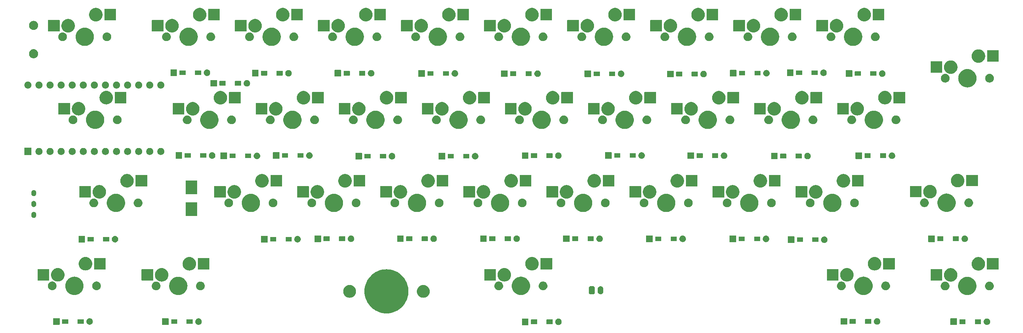
<source format=gbr>
G04 #@! TF.GenerationSoftware,KiCad,Pcbnew,7.0.8*
G04 #@! TF.CreationDate,2024-08-20T17:03:02+09:00*
G04 #@! TF.ProjectId,tacash36,74616361-7368-4333-962e-6b696361645f,rev?*
G04 #@! TF.SameCoordinates,Original*
G04 #@! TF.FileFunction,Soldermask,Bot*
G04 #@! TF.FilePolarity,Negative*
%FSLAX46Y46*%
G04 Gerber Fmt 4.6, Leading zero omitted, Abs format (unit mm)*
G04 Created by KiCad (PCBNEW 7.0.8) date 2024-08-20 17:03:02*
%MOMM*%
%LPD*%
G01*
G04 APERTURE LIST*
G04 APERTURE END LIST*
G36*
X96968017Y-64624382D02*
G01*
X96984562Y-64635438D01*
X96995618Y-64651983D01*
X96999500Y-64671500D01*
X96999500Y-66068500D01*
X96995618Y-66088017D01*
X96984562Y-66104562D01*
X96968017Y-66115618D01*
X96948500Y-66119500D01*
X95551500Y-66119500D01*
X95531983Y-66115618D01*
X95515438Y-66104562D01*
X95504382Y-66088017D01*
X95500500Y-66068500D01*
X95500500Y-64671500D01*
X95504382Y-64651983D01*
X95515438Y-64635438D01*
X95531983Y-64624382D01*
X95551500Y-64620500D01*
X96948500Y-64620500D01*
X96968017Y-64624382D01*
G37*
G36*
X103912520Y-64625291D02*
G01*
X103948270Y-64625291D01*
X103988602Y-64633863D01*
X104036779Y-64639292D01*
X104071806Y-64651548D01*
X104101397Y-64657838D01*
X104144037Y-64676823D01*
X104195196Y-64694724D01*
X104221828Y-64711458D01*
X104244405Y-64721510D01*
X104286496Y-64752091D01*
X104337306Y-64784017D01*
X104355553Y-64802264D01*
X104371052Y-64813525D01*
X104409371Y-64856082D01*
X104455983Y-64902694D01*
X104466702Y-64919753D01*
X104475803Y-64929861D01*
X104506939Y-64983790D01*
X104545276Y-65044804D01*
X104550062Y-65058483D01*
X104554072Y-65065428D01*
X104574607Y-65128629D01*
X104600708Y-65203221D01*
X104601697Y-65212003D01*
X104602448Y-65214313D01*
X104609250Y-65279032D01*
X104619500Y-65370000D01*
X104609249Y-65460975D01*
X104602448Y-65525686D01*
X104601697Y-65527995D01*
X104600708Y-65536779D01*
X104574603Y-65611383D01*
X104554072Y-65674571D01*
X104550063Y-65681513D01*
X104545276Y-65695196D01*
X104506931Y-65756220D01*
X104475803Y-65810138D01*
X104466704Y-65820242D01*
X104455983Y-65837306D01*
X104409362Y-65883926D01*
X104371052Y-65926474D01*
X104355557Y-65937731D01*
X104337306Y-65955983D01*
X104286486Y-65987914D01*
X104244405Y-66018489D01*
X104221833Y-66028538D01*
X104195196Y-66045276D01*
X104144027Y-66063180D01*
X104101397Y-66082161D01*
X104071812Y-66088449D01*
X104036779Y-66100708D01*
X103988600Y-66106136D01*
X103948270Y-66114709D01*
X103912520Y-66114709D01*
X103870000Y-66119500D01*
X103827480Y-66114709D01*
X103791730Y-66114709D01*
X103751399Y-66106136D01*
X103703221Y-66100708D01*
X103668188Y-66088449D01*
X103638602Y-66082161D01*
X103595967Y-66063178D01*
X103544804Y-66045276D01*
X103518168Y-66028539D01*
X103495594Y-66018489D01*
X103453505Y-65987909D01*
X103402694Y-65955983D01*
X103384445Y-65937734D01*
X103368947Y-65926474D01*
X103330627Y-65883916D01*
X103284017Y-65837306D01*
X103273297Y-65820246D01*
X103264196Y-65810138D01*
X103233055Y-65756201D01*
X103194724Y-65695196D01*
X103189938Y-65681518D01*
X103185927Y-65674571D01*
X103165382Y-65611343D01*
X103139292Y-65536779D01*
X103138302Y-65527999D01*
X103137551Y-65525686D01*
X103130735Y-65460843D01*
X103120500Y-65370000D01*
X103130734Y-65279164D01*
X103137551Y-65214313D01*
X103138302Y-65211998D01*
X103139292Y-65203221D01*
X103165378Y-65128669D01*
X103185927Y-65065428D01*
X103189938Y-65058479D01*
X103194724Y-65044804D01*
X103233048Y-64983810D01*
X103264196Y-64929861D01*
X103273300Y-64919749D01*
X103284017Y-64902694D01*
X103330613Y-64856097D01*
X103368948Y-64813523D01*
X103384453Y-64802257D01*
X103402694Y-64784017D01*
X103453488Y-64752101D01*
X103495592Y-64721511D01*
X103518173Y-64711456D01*
X103544804Y-64694724D01*
X103595957Y-64676824D01*
X103638602Y-64657838D01*
X103668194Y-64651548D01*
X103703221Y-64639292D01*
X103751396Y-64633863D01*
X103791730Y-64625291D01*
X103827480Y-64625291D01*
X103870000Y-64620500D01*
X103912520Y-64625291D01*
G37*
G36*
X195228017Y-64594382D02*
G01*
X195244562Y-64605438D01*
X195255618Y-64621983D01*
X195259500Y-64641500D01*
X195259500Y-66038500D01*
X195255618Y-66058017D01*
X195244562Y-66074562D01*
X195228017Y-66085618D01*
X195208500Y-66089500D01*
X193811500Y-66089500D01*
X193791983Y-66085618D01*
X193775438Y-66074562D01*
X193764382Y-66058017D01*
X193760500Y-66038500D01*
X193760500Y-64641500D01*
X193764382Y-64621983D01*
X193775438Y-64605438D01*
X193791983Y-64594382D01*
X193811500Y-64590500D01*
X195208500Y-64590500D01*
X195228017Y-64594382D01*
G37*
G36*
X202172520Y-64595291D02*
G01*
X202208270Y-64595291D01*
X202248602Y-64603863D01*
X202296779Y-64609292D01*
X202331806Y-64621548D01*
X202361397Y-64627838D01*
X202404037Y-64646823D01*
X202455196Y-64664724D01*
X202481828Y-64681458D01*
X202504405Y-64691510D01*
X202546496Y-64722091D01*
X202597306Y-64754017D01*
X202615553Y-64772264D01*
X202631052Y-64783525D01*
X202669371Y-64826082D01*
X202715983Y-64872694D01*
X202726702Y-64889753D01*
X202735803Y-64899861D01*
X202766939Y-64953790D01*
X202805276Y-65014804D01*
X202810062Y-65028483D01*
X202814072Y-65035428D01*
X202834607Y-65098629D01*
X202860708Y-65173221D01*
X202861697Y-65182003D01*
X202862448Y-65184313D01*
X202869250Y-65249032D01*
X202879500Y-65340000D01*
X202869249Y-65430975D01*
X202862448Y-65495686D01*
X202861697Y-65497995D01*
X202860708Y-65506779D01*
X202834603Y-65581383D01*
X202814072Y-65644571D01*
X202810063Y-65651513D01*
X202805276Y-65665196D01*
X202766931Y-65726220D01*
X202735803Y-65780138D01*
X202726704Y-65790242D01*
X202715983Y-65807306D01*
X202669362Y-65853926D01*
X202631052Y-65896474D01*
X202615557Y-65907731D01*
X202597306Y-65925983D01*
X202546486Y-65957914D01*
X202504405Y-65988489D01*
X202481833Y-65998538D01*
X202455196Y-66015276D01*
X202404027Y-66033180D01*
X202361397Y-66052161D01*
X202331812Y-66058449D01*
X202296779Y-66070708D01*
X202248600Y-66076136D01*
X202208270Y-66084709D01*
X202172520Y-66084709D01*
X202130000Y-66089500D01*
X202087480Y-66084709D01*
X202051730Y-66084709D01*
X202011399Y-66076136D01*
X201963221Y-66070708D01*
X201928188Y-66058449D01*
X201898602Y-66052161D01*
X201855967Y-66033178D01*
X201804804Y-66015276D01*
X201778168Y-65998539D01*
X201755594Y-65988489D01*
X201713505Y-65957909D01*
X201662694Y-65925983D01*
X201644445Y-65907734D01*
X201628947Y-65896474D01*
X201590627Y-65853916D01*
X201544017Y-65807306D01*
X201533297Y-65790246D01*
X201524196Y-65780138D01*
X201493055Y-65726201D01*
X201454724Y-65665196D01*
X201449938Y-65651518D01*
X201445927Y-65644571D01*
X201425382Y-65581343D01*
X201399292Y-65506779D01*
X201398302Y-65497999D01*
X201397551Y-65495686D01*
X201390735Y-65430843D01*
X201380500Y-65340000D01*
X201390734Y-65249164D01*
X201397551Y-65184313D01*
X201398302Y-65181998D01*
X201399292Y-65173221D01*
X201425378Y-65098669D01*
X201445927Y-65035428D01*
X201449938Y-65028479D01*
X201454724Y-65014804D01*
X201493048Y-64953810D01*
X201524196Y-64899861D01*
X201533300Y-64889749D01*
X201544017Y-64872694D01*
X201590613Y-64826097D01*
X201628948Y-64783523D01*
X201644453Y-64772257D01*
X201662694Y-64754017D01*
X201713488Y-64722101D01*
X201755592Y-64691511D01*
X201778173Y-64681456D01*
X201804804Y-64664724D01*
X201855957Y-64646824D01*
X201898602Y-64627838D01*
X201928194Y-64621548D01*
X201963221Y-64609292D01*
X202011396Y-64603863D01*
X202051730Y-64595291D01*
X202087480Y-64595291D01*
X202130000Y-64590500D01*
X202172520Y-64595291D01*
G37*
G36*
X14428017Y-64574382D02*
G01*
X14444562Y-64585438D01*
X14455618Y-64601983D01*
X14459500Y-64621500D01*
X14459500Y-66018500D01*
X14455618Y-66038017D01*
X14444562Y-66054562D01*
X14428017Y-66065618D01*
X14408500Y-66069500D01*
X13011500Y-66069500D01*
X12991983Y-66065618D01*
X12975438Y-66054562D01*
X12964382Y-66038017D01*
X12960500Y-66018500D01*
X12960500Y-64621500D01*
X12964382Y-64601983D01*
X12975438Y-64585438D01*
X12991983Y-64574382D01*
X13011500Y-64570500D01*
X14408500Y-64570500D01*
X14428017Y-64574382D01*
G37*
G36*
X21372520Y-64575291D02*
G01*
X21408270Y-64575291D01*
X21448602Y-64583863D01*
X21496779Y-64589292D01*
X21531806Y-64601548D01*
X21561397Y-64607838D01*
X21604037Y-64626823D01*
X21655196Y-64644724D01*
X21681828Y-64661458D01*
X21704405Y-64671510D01*
X21746496Y-64702091D01*
X21797306Y-64734017D01*
X21815553Y-64752264D01*
X21831052Y-64763525D01*
X21869371Y-64806082D01*
X21915983Y-64852694D01*
X21926702Y-64869753D01*
X21935803Y-64879861D01*
X21966939Y-64933790D01*
X22005276Y-64994804D01*
X22010062Y-65008483D01*
X22014072Y-65015428D01*
X22034607Y-65078629D01*
X22060708Y-65153221D01*
X22061697Y-65162003D01*
X22062448Y-65164313D01*
X22069250Y-65229032D01*
X22079500Y-65320000D01*
X22069249Y-65410975D01*
X22062448Y-65475686D01*
X22061697Y-65477995D01*
X22060708Y-65486779D01*
X22034603Y-65561383D01*
X22014072Y-65624571D01*
X22010063Y-65631513D01*
X22005276Y-65645196D01*
X21966931Y-65706220D01*
X21935803Y-65760138D01*
X21926704Y-65770242D01*
X21915983Y-65787306D01*
X21869362Y-65833926D01*
X21831052Y-65876474D01*
X21815557Y-65887731D01*
X21797306Y-65905983D01*
X21746486Y-65937914D01*
X21704405Y-65968489D01*
X21681833Y-65978538D01*
X21655196Y-65995276D01*
X21604027Y-66013180D01*
X21561397Y-66032161D01*
X21531812Y-66038449D01*
X21496779Y-66050708D01*
X21448600Y-66056136D01*
X21408270Y-66064709D01*
X21372520Y-66064709D01*
X21330000Y-66069500D01*
X21287480Y-66064709D01*
X21251730Y-66064709D01*
X21211399Y-66056136D01*
X21163221Y-66050708D01*
X21128188Y-66038449D01*
X21098602Y-66032161D01*
X21055967Y-66013178D01*
X21004804Y-65995276D01*
X20978168Y-65978539D01*
X20955594Y-65968489D01*
X20913505Y-65937909D01*
X20862694Y-65905983D01*
X20844445Y-65887734D01*
X20828947Y-65876474D01*
X20790627Y-65833916D01*
X20744017Y-65787306D01*
X20733297Y-65770246D01*
X20724196Y-65760138D01*
X20693055Y-65706201D01*
X20654724Y-65645196D01*
X20649938Y-65631518D01*
X20645927Y-65624571D01*
X20625382Y-65561343D01*
X20599292Y-65486779D01*
X20598302Y-65477999D01*
X20597551Y-65475686D01*
X20590735Y-65410843D01*
X20580500Y-65320000D01*
X20590734Y-65229164D01*
X20597551Y-65164313D01*
X20598302Y-65161998D01*
X20599292Y-65153221D01*
X20625378Y-65078669D01*
X20645927Y-65015428D01*
X20649938Y-65008479D01*
X20654724Y-64994804D01*
X20693048Y-64933810D01*
X20724196Y-64879861D01*
X20733300Y-64869749D01*
X20744017Y-64852694D01*
X20790613Y-64806097D01*
X20828948Y-64763523D01*
X20844453Y-64752257D01*
X20862694Y-64734017D01*
X20913488Y-64702101D01*
X20955592Y-64671511D01*
X20978173Y-64661456D01*
X21004804Y-64644724D01*
X21055957Y-64626824D01*
X21098602Y-64607838D01*
X21128194Y-64601548D01*
X21163221Y-64589292D01*
X21211396Y-64583863D01*
X21251730Y-64575291D01*
X21287480Y-64575291D01*
X21330000Y-64570500D01*
X21372520Y-64575291D01*
G37*
G36*
X-10551983Y-64544382D02*
G01*
X-10535438Y-64555438D01*
X-10524382Y-64571983D01*
X-10520500Y-64591500D01*
X-10520500Y-65988500D01*
X-10524382Y-66008017D01*
X-10535438Y-66024562D01*
X-10551983Y-66035618D01*
X-10571500Y-66039500D01*
X-11968500Y-66039500D01*
X-11988017Y-66035618D01*
X-12004562Y-66024562D01*
X-12015618Y-66008017D01*
X-12019500Y-65988500D01*
X-12019500Y-64591500D01*
X-12015618Y-64571983D01*
X-12004562Y-64555438D01*
X-11988017Y-64544382D01*
X-11968500Y-64540500D01*
X-10571500Y-64540500D01*
X-10551983Y-64544382D01*
G37*
G36*
X-3607480Y-64545291D02*
G01*
X-3571730Y-64545291D01*
X-3531396Y-64553863D01*
X-3483221Y-64559292D01*
X-3448194Y-64571548D01*
X-3418602Y-64577838D01*
X-3375957Y-64596824D01*
X-3324804Y-64614724D01*
X-3298173Y-64631456D01*
X-3275594Y-64641510D01*
X-3233495Y-64672096D01*
X-3182694Y-64704017D01*
X-3164448Y-64722262D01*
X-3148947Y-64733525D01*
X-3110618Y-64776092D01*
X-3064017Y-64822694D01*
X-3053299Y-64839750D01*
X-3044196Y-64849861D01*
X-3013048Y-64903810D01*
X-2974724Y-64964804D01*
X-2969938Y-64978479D01*
X-2965927Y-64985428D01*
X-2945378Y-65048669D01*
X-2919292Y-65123221D01*
X-2918302Y-65131998D01*
X-2917551Y-65134313D01*
X-2910734Y-65199164D01*
X-2900500Y-65290000D01*
X-2910735Y-65380843D01*
X-2917551Y-65445686D01*
X-2918302Y-65447999D01*
X-2919292Y-65456779D01*
X-2945382Y-65531343D01*
X-2965927Y-65594571D01*
X-2969938Y-65601518D01*
X-2974724Y-65615196D01*
X-3013055Y-65676201D01*
X-3044196Y-65730138D01*
X-3053297Y-65740246D01*
X-3064017Y-65757306D01*
X-3110627Y-65803916D01*
X-3148947Y-65846474D01*
X-3164445Y-65857734D01*
X-3182694Y-65875983D01*
X-3233505Y-65907909D01*
X-3275594Y-65938489D01*
X-3298168Y-65948539D01*
X-3324804Y-65965276D01*
X-3375967Y-65983178D01*
X-3418602Y-66002161D01*
X-3448188Y-66008449D01*
X-3483221Y-66020708D01*
X-3531399Y-66026136D01*
X-3571730Y-66034709D01*
X-3607480Y-66034709D01*
X-3650000Y-66039500D01*
X-3692520Y-66034709D01*
X-3728270Y-66034709D01*
X-3768600Y-66026136D01*
X-3816779Y-66020708D01*
X-3851812Y-66008449D01*
X-3881397Y-66002161D01*
X-3924027Y-65983180D01*
X-3975196Y-65965276D01*
X-4001833Y-65948538D01*
X-4024405Y-65938489D01*
X-4066486Y-65907914D01*
X-4117306Y-65875983D01*
X-4135557Y-65857731D01*
X-4151052Y-65846474D01*
X-4189362Y-65803926D01*
X-4235983Y-65757306D01*
X-4246704Y-65740242D01*
X-4255803Y-65730138D01*
X-4286931Y-65676220D01*
X-4325276Y-65615196D01*
X-4330063Y-65601513D01*
X-4334072Y-65594571D01*
X-4354603Y-65531383D01*
X-4380708Y-65456779D01*
X-4381697Y-65447995D01*
X-4382448Y-65445686D01*
X-4389249Y-65380975D01*
X-4399500Y-65290000D01*
X-4389250Y-65199032D01*
X-4382448Y-65134313D01*
X-4381697Y-65132003D01*
X-4380708Y-65123221D01*
X-4354607Y-65048629D01*
X-4334072Y-64985428D01*
X-4330062Y-64978483D01*
X-4325276Y-64964804D01*
X-4286939Y-64903790D01*
X-4255803Y-64849861D01*
X-4246702Y-64839753D01*
X-4235983Y-64822694D01*
X-4189376Y-64776087D01*
X-4151051Y-64733523D01*
X-4135549Y-64722260D01*
X-4117306Y-64704017D01*
X-4066504Y-64672096D01*
X-4024407Y-64641511D01*
X-4001828Y-64631458D01*
X-3975196Y-64614724D01*
X-3924037Y-64596823D01*
X-3881397Y-64577838D01*
X-3851806Y-64571548D01*
X-3816779Y-64559292D01*
X-3768602Y-64553863D01*
X-3728270Y-64545291D01*
X-3692520Y-64545291D01*
X-3650000Y-64540500D01*
X-3607480Y-64545291D01*
G37*
G36*
X170038017Y-64534382D02*
G01*
X170054562Y-64545438D01*
X170065618Y-64561983D01*
X170069500Y-64581500D01*
X170069500Y-65978500D01*
X170065618Y-65998017D01*
X170054562Y-66014562D01*
X170038017Y-66025618D01*
X170018500Y-66029500D01*
X168621500Y-66029500D01*
X168601983Y-66025618D01*
X168585438Y-66014562D01*
X168574382Y-65998017D01*
X168570500Y-65978500D01*
X168570500Y-64581500D01*
X168574382Y-64561983D01*
X168585438Y-64545438D01*
X168601983Y-64534382D01*
X168621500Y-64530500D01*
X170018500Y-64530500D01*
X170038017Y-64534382D01*
G37*
G36*
X176982520Y-64535291D02*
G01*
X177018270Y-64535291D01*
X177058602Y-64543863D01*
X177106779Y-64549292D01*
X177141806Y-64561548D01*
X177171397Y-64567838D01*
X177214037Y-64586823D01*
X177265196Y-64604724D01*
X177291828Y-64621458D01*
X177314405Y-64631510D01*
X177356496Y-64662091D01*
X177407306Y-64694017D01*
X177425553Y-64712264D01*
X177441052Y-64723525D01*
X177479371Y-64766082D01*
X177525983Y-64812694D01*
X177536702Y-64829753D01*
X177545803Y-64839861D01*
X177576939Y-64893790D01*
X177615276Y-64954804D01*
X177620062Y-64968483D01*
X177624072Y-64975428D01*
X177644607Y-65038629D01*
X177670708Y-65113221D01*
X177671697Y-65122003D01*
X177672448Y-65124313D01*
X177679250Y-65189032D01*
X177689500Y-65280000D01*
X177679249Y-65370975D01*
X177672448Y-65435686D01*
X177671697Y-65437995D01*
X177670708Y-65446779D01*
X177644603Y-65521383D01*
X177624072Y-65584571D01*
X177620063Y-65591513D01*
X177615276Y-65605196D01*
X177576931Y-65666220D01*
X177545803Y-65720138D01*
X177536704Y-65730242D01*
X177525983Y-65747306D01*
X177479362Y-65793926D01*
X177441052Y-65836474D01*
X177425557Y-65847731D01*
X177407306Y-65865983D01*
X177356486Y-65897914D01*
X177314405Y-65928489D01*
X177291833Y-65938538D01*
X177265196Y-65955276D01*
X177214027Y-65973180D01*
X177171397Y-65992161D01*
X177141812Y-65998449D01*
X177106779Y-66010708D01*
X177058600Y-66016136D01*
X177018270Y-66024709D01*
X176982520Y-66024709D01*
X176940000Y-66029500D01*
X176897480Y-66024709D01*
X176861730Y-66024709D01*
X176821399Y-66016136D01*
X176773221Y-66010708D01*
X176738188Y-65998449D01*
X176708602Y-65992161D01*
X176665967Y-65973178D01*
X176614804Y-65955276D01*
X176588168Y-65938539D01*
X176565594Y-65928489D01*
X176523505Y-65897909D01*
X176472694Y-65865983D01*
X176454445Y-65847734D01*
X176438947Y-65836474D01*
X176400627Y-65793916D01*
X176354017Y-65747306D01*
X176343297Y-65730246D01*
X176334196Y-65720138D01*
X176303055Y-65666201D01*
X176264724Y-65605196D01*
X176259938Y-65591518D01*
X176255927Y-65584571D01*
X176235382Y-65521343D01*
X176209292Y-65446779D01*
X176208302Y-65437999D01*
X176207551Y-65435686D01*
X176200735Y-65370843D01*
X176190500Y-65280000D01*
X176200734Y-65189164D01*
X176207551Y-65124313D01*
X176208302Y-65121998D01*
X176209292Y-65113221D01*
X176235378Y-65038669D01*
X176255927Y-64975428D01*
X176259938Y-64968479D01*
X176264724Y-64954804D01*
X176303048Y-64893810D01*
X176334196Y-64839861D01*
X176343300Y-64829749D01*
X176354017Y-64812694D01*
X176400613Y-64766097D01*
X176438948Y-64723523D01*
X176454453Y-64712257D01*
X176472694Y-64694017D01*
X176523488Y-64662101D01*
X176565592Y-64631511D01*
X176588173Y-64621456D01*
X176614804Y-64604724D01*
X176665957Y-64586824D01*
X176708602Y-64567838D01*
X176738194Y-64561548D01*
X176773221Y-64549292D01*
X176821396Y-64543863D01*
X176861730Y-64535291D01*
X176897480Y-64535291D01*
X176940000Y-64530500D01*
X176982520Y-64535291D01*
G37*
G36*
X98954517Y-64847882D02*
G01*
X98971062Y-64858938D01*
X98982118Y-64875483D01*
X98986000Y-64895000D01*
X98986000Y-65845000D01*
X98982118Y-65864517D01*
X98971062Y-65881062D01*
X98954517Y-65892118D01*
X98935000Y-65896000D01*
X97635000Y-65896000D01*
X97615483Y-65892118D01*
X97598938Y-65881062D01*
X97587882Y-65864517D01*
X97584000Y-65845000D01*
X97584000Y-64895000D01*
X97587882Y-64875483D01*
X97598938Y-64858938D01*
X97615483Y-64847882D01*
X97635000Y-64844000D01*
X98935000Y-64844000D01*
X98954517Y-64847882D01*
G37*
G36*
X102504517Y-64847882D02*
G01*
X102521062Y-64858938D01*
X102532118Y-64875483D01*
X102536000Y-64895000D01*
X102536000Y-65845000D01*
X102532118Y-65864517D01*
X102521062Y-65881062D01*
X102504517Y-65892118D01*
X102485000Y-65896000D01*
X101185000Y-65896000D01*
X101165483Y-65892118D01*
X101148938Y-65881062D01*
X101137882Y-65864517D01*
X101134000Y-65845000D01*
X101134000Y-64895000D01*
X101137882Y-64875483D01*
X101148938Y-64858938D01*
X101165483Y-64847882D01*
X101185000Y-64844000D01*
X102485000Y-64844000D01*
X102504517Y-64847882D01*
G37*
G36*
X197214517Y-64817882D02*
G01*
X197231062Y-64828938D01*
X197242118Y-64845483D01*
X197246000Y-64865000D01*
X197246000Y-65815000D01*
X197242118Y-65834517D01*
X197231062Y-65851062D01*
X197214517Y-65862118D01*
X197195000Y-65866000D01*
X195895000Y-65866000D01*
X195875483Y-65862118D01*
X195858938Y-65851062D01*
X195847882Y-65834517D01*
X195844000Y-65815000D01*
X195844000Y-64865000D01*
X195847882Y-64845483D01*
X195858938Y-64828938D01*
X195875483Y-64817882D01*
X195895000Y-64814000D01*
X197195000Y-64814000D01*
X197214517Y-64817882D01*
G37*
G36*
X200764517Y-64817882D02*
G01*
X200781062Y-64828938D01*
X200792118Y-64845483D01*
X200796000Y-64865000D01*
X200796000Y-65815000D01*
X200792118Y-65834517D01*
X200781062Y-65851062D01*
X200764517Y-65862118D01*
X200745000Y-65866000D01*
X199445000Y-65866000D01*
X199425483Y-65862118D01*
X199408938Y-65851062D01*
X199397882Y-65834517D01*
X199394000Y-65815000D01*
X199394000Y-64865000D01*
X199397882Y-64845483D01*
X199408938Y-64828938D01*
X199425483Y-64817882D01*
X199445000Y-64814000D01*
X200745000Y-64814000D01*
X200764517Y-64817882D01*
G37*
G36*
X16414517Y-64797882D02*
G01*
X16431062Y-64808938D01*
X16442118Y-64825483D01*
X16446000Y-64845000D01*
X16446000Y-65795000D01*
X16442118Y-65814517D01*
X16431062Y-65831062D01*
X16414517Y-65842118D01*
X16395000Y-65846000D01*
X15095000Y-65846000D01*
X15075483Y-65842118D01*
X15058938Y-65831062D01*
X15047882Y-65814517D01*
X15044000Y-65795000D01*
X15044000Y-64845000D01*
X15047882Y-64825483D01*
X15058938Y-64808938D01*
X15075483Y-64797882D01*
X15095000Y-64794000D01*
X16395000Y-64794000D01*
X16414517Y-64797882D01*
G37*
G36*
X19964517Y-64797882D02*
G01*
X19981062Y-64808938D01*
X19992118Y-64825483D01*
X19996000Y-64845000D01*
X19996000Y-65795000D01*
X19992118Y-65814517D01*
X19981062Y-65831062D01*
X19964517Y-65842118D01*
X19945000Y-65846000D01*
X18645000Y-65846000D01*
X18625483Y-65842118D01*
X18608938Y-65831062D01*
X18597882Y-65814517D01*
X18594000Y-65795000D01*
X18594000Y-64845000D01*
X18597882Y-64825483D01*
X18608938Y-64808938D01*
X18625483Y-64797882D01*
X18645000Y-64794000D01*
X19945000Y-64794000D01*
X19964517Y-64797882D01*
G37*
G36*
X-8565483Y-64767882D02*
G01*
X-8548938Y-64778938D01*
X-8537882Y-64795483D01*
X-8534000Y-64815000D01*
X-8534000Y-65765000D01*
X-8537882Y-65784517D01*
X-8548938Y-65801062D01*
X-8565483Y-65812118D01*
X-8585000Y-65816000D01*
X-9885000Y-65816000D01*
X-9904517Y-65812118D01*
X-9921062Y-65801062D01*
X-9932118Y-65784517D01*
X-9936000Y-65765000D01*
X-9936000Y-64815000D01*
X-9932118Y-64795483D01*
X-9921062Y-64778938D01*
X-9904517Y-64767882D01*
X-9885000Y-64764000D01*
X-8585000Y-64764000D01*
X-8565483Y-64767882D01*
G37*
G36*
X-5015483Y-64767882D02*
G01*
X-4998938Y-64778938D01*
X-4987882Y-64795483D01*
X-4984000Y-64815000D01*
X-4984000Y-65765000D01*
X-4987882Y-65784517D01*
X-4998938Y-65801062D01*
X-5015483Y-65812118D01*
X-5035000Y-65816000D01*
X-6335000Y-65816000D01*
X-6354517Y-65812118D01*
X-6371062Y-65801062D01*
X-6382118Y-65784517D01*
X-6386000Y-65765000D01*
X-6386000Y-64815000D01*
X-6382118Y-64795483D01*
X-6371062Y-64778938D01*
X-6354517Y-64767882D01*
X-6335000Y-64764000D01*
X-5035000Y-64764000D01*
X-5015483Y-64767882D01*
G37*
G36*
X172024517Y-64757882D02*
G01*
X172041062Y-64768938D01*
X172052118Y-64785483D01*
X172056000Y-64805000D01*
X172056000Y-65755000D01*
X172052118Y-65774517D01*
X172041062Y-65791062D01*
X172024517Y-65802118D01*
X172005000Y-65806000D01*
X170705000Y-65806000D01*
X170685483Y-65802118D01*
X170668938Y-65791062D01*
X170657882Y-65774517D01*
X170654000Y-65755000D01*
X170654000Y-64805000D01*
X170657882Y-64785483D01*
X170668938Y-64768938D01*
X170685483Y-64757882D01*
X170705000Y-64754000D01*
X172005000Y-64754000D01*
X172024517Y-64757882D01*
G37*
G36*
X175574517Y-64757882D02*
G01*
X175591062Y-64768938D01*
X175602118Y-64785483D01*
X175606000Y-64805000D01*
X175606000Y-65755000D01*
X175602118Y-65774517D01*
X175591062Y-65791062D01*
X175574517Y-65802118D01*
X175555000Y-65806000D01*
X174255000Y-65806000D01*
X174235483Y-65802118D01*
X174218938Y-65791062D01*
X174207882Y-65774517D01*
X174204000Y-65755000D01*
X174204000Y-64805000D01*
X174207882Y-64785483D01*
X174218938Y-64768938D01*
X174235483Y-64757882D01*
X174255000Y-64754000D01*
X175555000Y-64754000D01*
X175574517Y-64757882D01*
G37*
G36*
X64870224Y-53348221D02*
G01*
X65307097Y-53405736D01*
X65737295Y-53501109D01*
X66157544Y-53633613D01*
X66564645Y-53802239D01*
X66955500Y-54005706D01*
X67327135Y-54242463D01*
X67676720Y-54510710D01*
X68001596Y-54808404D01*
X68299290Y-55133280D01*
X68567537Y-55482865D01*
X68804294Y-55854500D01*
X69007761Y-56245355D01*
X69176387Y-56652456D01*
X69308891Y-57072705D01*
X69404264Y-57502903D01*
X69461779Y-57939776D01*
X69481000Y-58380000D01*
X69461779Y-58820224D01*
X69404264Y-59257097D01*
X69308891Y-59687295D01*
X69176387Y-60107544D01*
X69007761Y-60514645D01*
X68804294Y-60905500D01*
X68567537Y-61277135D01*
X68299290Y-61626720D01*
X68001596Y-61951596D01*
X67676720Y-62249290D01*
X67327135Y-62517537D01*
X66955500Y-62754294D01*
X66564645Y-62957761D01*
X66157544Y-63126387D01*
X65737295Y-63258891D01*
X65307097Y-63354264D01*
X64870224Y-63411779D01*
X64430000Y-63431000D01*
X63989776Y-63411779D01*
X63552903Y-63354264D01*
X63122705Y-63258891D01*
X62702456Y-63126387D01*
X62295355Y-62957761D01*
X61904500Y-62754294D01*
X61532865Y-62517537D01*
X61183280Y-62249290D01*
X60858404Y-61951596D01*
X60560710Y-61626720D01*
X60292463Y-61277135D01*
X60055706Y-60905500D01*
X59852239Y-60514645D01*
X59683613Y-60107544D01*
X59551109Y-59687295D01*
X59455736Y-59257097D01*
X59398221Y-58820224D01*
X59379000Y-58380000D01*
X59398221Y-57939776D01*
X59455736Y-57502903D01*
X59551109Y-57072705D01*
X59683613Y-56652456D01*
X59852239Y-56245355D01*
X60055706Y-55854500D01*
X60292463Y-55482865D01*
X60560710Y-55133280D01*
X60858404Y-54808404D01*
X61183280Y-54510710D01*
X61532865Y-54242463D01*
X61904500Y-54005706D01*
X62295355Y-53802239D01*
X62702456Y-53633613D01*
X63122705Y-53501109D01*
X63552903Y-53405736D01*
X63989776Y-53348221D01*
X64430000Y-53329000D01*
X64870224Y-53348221D01*
G37*
G36*
X56039146Y-56909041D02*
G01*
X56101887Y-56909041D01*
X56157894Y-56918386D01*
X56210840Y-56922554D01*
X56274607Y-56937862D01*
X56342337Y-56949165D01*
X56390366Y-56965653D01*
X56435987Y-56976606D01*
X56502400Y-57004115D01*
X56572902Y-57028319D01*
X56612281Y-57049630D01*
X56649914Y-57065218D01*
X56716610Y-57106089D01*
X56787295Y-57144342D01*
X56817883Y-57168149D01*
X56847345Y-57186204D01*
X56911725Y-57241190D01*
X56979668Y-57294072D01*
X57001831Y-57318148D01*
X57023416Y-57336583D01*
X57082690Y-57405984D01*
X57144771Y-57473422D01*
X57159361Y-57495754D01*
X57173795Y-57512654D01*
X57225087Y-57596355D01*
X57278103Y-57677502D01*
X57286386Y-57696386D01*
X57294781Y-57710085D01*
X57335241Y-57807764D01*
X57376026Y-57900744D01*
X57379598Y-57914851D01*
X57383393Y-57924012D01*
X57410294Y-58036066D01*
X57435869Y-58137058D01*
X57436569Y-58145512D01*
X57437445Y-58149159D01*
X57448291Y-58286968D01*
X57456000Y-58380000D01*
X57448290Y-58473039D01*
X57437445Y-58610840D01*
X57436569Y-58614485D01*
X57435869Y-58622942D01*
X57410289Y-58723952D01*
X57383393Y-58835987D01*
X57379599Y-58845146D01*
X57376026Y-58859256D01*
X57335233Y-58952252D01*
X57294781Y-59049914D01*
X57286387Y-59063610D01*
X57278103Y-59082498D01*
X57225077Y-59163659D01*
X57173795Y-59247345D01*
X57159364Y-59264240D01*
X57144771Y-59286578D01*
X57082678Y-59354028D01*
X57023416Y-59423416D01*
X57001836Y-59441847D01*
X56979668Y-59465928D01*
X56911712Y-59518820D01*
X56847345Y-59573795D01*
X56817889Y-59591845D01*
X56787295Y-59615658D01*
X56716596Y-59653918D01*
X56649914Y-59694781D01*
X56612289Y-59710365D01*
X56572902Y-59731681D01*
X56502386Y-59755889D01*
X56435987Y-59783393D01*
X56390375Y-59794343D01*
X56342337Y-59810835D01*
X56274594Y-59822139D01*
X56210840Y-59837445D01*
X56157905Y-59841611D01*
X56101887Y-59850959D01*
X56039133Y-59850959D01*
X55980000Y-59855613D01*
X55920867Y-59850959D01*
X55858113Y-59850959D01*
X55802094Y-59841611D01*
X55749159Y-59837445D01*
X55685402Y-59822138D01*
X55617663Y-59810835D01*
X55569626Y-59794343D01*
X55524012Y-59783393D01*
X55457608Y-59755887D01*
X55387098Y-59731681D01*
X55347713Y-59710367D01*
X55310085Y-59694781D01*
X55243395Y-59653913D01*
X55172705Y-59615658D01*
X55142114Y-59591848D01*
X55112654Y-59573795D01*
X55048276Y-59518811D01*
X54980332Y-59465928D01*
X54958167Y-59441851D01*
X54936583Y-59423416D01*
X54877307Y-59354012D01*
X54815229Y-59286578D01*
X54800638Y-59264245D01*
X54786204Y-59247345D01*
X54734906Y-59163634D01*
X54681897Y-59082498D01*
X54673614Y-59063615D01*
X54665218Y-59049914D01*
X54624748Y-58952211D01*
X54583974Y-58859256D01*
X54580402Y-58845152D01*
X54576606Y-58835987D01*
X54549691Y-58723876D01*
X54524131Y-58622942D01*
X54523430Y-58614492D01*
X54522554Y-58610840D01*
X54511689Y-58472798D01*
X54504000Y-58380000D01*
X54511688Y-58287208D01*
X54522554Y-58149159D01*
X54523430Y-58145506D01*
X54524131Y-58137058D01*
X54549686Y-58036142D01*
X54576606Y-57924012D01*
X54580403Y-57914844D01*
X54583974Y-57900744D01*
X54624740Y-57807805D01*
X54665218Y-57710085D01*
X54673616Y-57696380D01*
X54681897Y-57677502D01*
X54734896Y-57596380D01*
X54786204Y-57512654D01*
X54800641Y-57495749D01*
X54815229Y-57473422D01*
X54877295Y-57405999D01*
X54936583Y-57336583D01*
X54958171Y-57318144D01*
X54980332Y-57294072D01*
X55048263Y-57241198D01*
X55112654Y-57186204D01*
X55142120Y-57168146D01*
X55172705Y-57144342D01*
X55243381Y-57106094D01*
X55310085Y-57065218D01*
X55347721Y-57049628D01*
X55387098Y-57028319D01*
X55457593Y-57004117D01*
X55524012Y-56976606D01*
X55569636Y-56965652D01*
X55617663Y-56949165D01*
X55685389Y-56937863D01*
X55749159Y-56922554D01*
X55802106Y-56918386D01*
X55858113Y-56909041D01*
X55920854Y-56909041D01*
X55980000Y-56904386D01*
X56039146Y-56909041D01*
G37*
G36*
X72939146Y-56909041D02*
G01*
X73001887Y-56909041D01*
X73057894Y-56918386D01*
X73110840Y-56922554D01*
X73174607Y-56937862D01*
X73242337Y-56949165D01*
X73290366Y-56965653D01*
X73335987Y-56976606D01*
X73402400Y-57004115D01*
X73472902Y-57028319D01*
X73512281Y-57049630D01*
X73549914Y-57065218D01*
X73616610Y-57106089D01*
X73687295Y-57144342D01*
X73717883Y-57168149D01*
X73747345Y-57186204D01*
X73811725Y-57241190D01*
X73879668Y-57294072D01*
X73901831Y-57318148D01*
X73923416Y-57336583D01*
X73982690Y-57405984D01*
X74044771Y-57473422D01*
X74059361Y-57495754D01*
X74073795Y-57512654D01*
X74125087Y-57596355D01*
X74178103Y-57677502D01*
X74186386Y-57696386D01*
X74194781Y-57710085D01*
X74235241Y-57807764D01*
X74276026Y-57900744D01*
X74279598Y-57914851D01*
X74283393Y-57924012D01*
X74310294Y-58036066D01*
X74335869Y-58137058D01*
X74336569Y-58145512D01*
X74337445Y-58149159D01*
X74348291Y-58286968D01*
X74356000Y-58380000D01*
X74348290Y-58473039D01*
X74337445Y-58610840D01*
X74336569Y-58614485D01*
X74335869Y-58622942D01*
X74310289Y-58723952D01*
X74283393Y-58835987D01*
X74279599Y-58845146D01*
X74276026Y-58859256D01*
X74235233Y-58952252D01*
X74194781Y-59049914D01*
X74186387Y-59063610D01*
X74178103Y-59082498D01*
X74125077Y-59163659D01*
X74073795Y-59247345D01*
X74059364Y-59264240D01*
X74044771Y-59286578D01*
X73982678Y-59354028D01*
X73923416Y-59423416D01*
X73901836Y-59441847D01*
X73879668Y-59465928D01*
X73811712Y-59518820D01*
X73747345Y-59573795D01*
X73717889Y-59591845D01*
X73687295Y-59615658D01*
X73616596Y-59653918D01*
X73549914Y-59694781D01*
X73512289Y-59710365D01*
X73472902Y-59731681D01*
X73402386Y-59755889D01*
X73335987Y-59783393D01*
X73290375Y-59794343D01*
X73242337Y-59810835D01*
X73174594Y-59822139D01*
X73110840Y-59837445D01*
X73057905Y-59841611D01*
X73001887Y-59850959D01*
X72939133Y-59850959D01*
X72880000Y-59855613D01*
X72820867Y-59850959D01*
X72758113Y-59850959D01*
X72702094Y-59841611D01*
X72649159Y-59837445D01*
X72585402Y-59822138D01*
X72517663Y-59810835D01*
X72469626Y-59794343D01*
X72424012Y-59783393D01*
X72357608Y-59755887D01*
X72287098Y-59731681D01*
X72247713Y-59710367D01*
X72210085Y-59694781D01*
X72143395Y-59653913D01*
X72072705Y-59615658D01*
X72042114Y-59591848D01*
X72012654Y-59573795D01*
X71948276Y-59518811D01*
X71880332Y-59465928D01*
X71858167Y-59441851D01*
X71836583Y-59423416D01*
X71777307Y-59354012D01*
X71715229Y-59286578D01*
X71700638Y-59264245D01*
X71686204Y-59247345D01*
X71634906Y-59163634D01*
X71581897Y-59082498D01*
X71573614Y-59063615D01*
X71565218Y-59049914D01*
X71524748Y-58952211D01*
X71483974Y-58859256D01*
X71480402Y-58845152D01*
X71476606Y-58835987D01*
X71449691Y-58723876D01*
X71424131Y-58622942D01*
X71423430Y-58614492D01*
X71422554Y-58610840D01*
X71411689Y-58472798D01*
X71404000Y-58380000D01*
X71411688Y-58287208D01*
X71422554Y-58149159D01*
X71423430Y-58145506D01*
X71424131Y-58137058D01*
X71449686Y-58036142D01*
X71476606Y-57924012D01*
X71480403Y-57914844D01*
X71483974Y-57900744D01*
X71524740Y-57807805D01*
X71565218Y-57710085D01*
X71573616Y-57696380D01*
X71581897Y-57677502D01*
X71634896Y-57596380D01*
X71686204Y-57512654D01*
X71700641Y-57495749D01*
X71715229Y-57473422D01*
X71777295Y-57405999D01*
X71836583Y-57336583D01*
X71858171Y-57318144D01*
X71880332Y-57294072D01*
X71948263Y-57241198D01*
X72012654Y-57186204D01*
X72042120Y-57168146D01*
X72072705Y-57144342D01*
X72143381Y-57106094D01*
X72210085Y-57065218D01*
X72247721Y-57049628D01*
X72287098Y-57028319D01*
X72357593Y-57004117D01*
X72424012Y-56976606D01*
X72469636Y-56965652D01*
X72517663Y-56949165D01*
X72585389Y-56937863D01*
X72649159Y-56922554D01*
X72702106Y-56918386D01*
X72758113Y-56909041D01*
X72820854Y-56909041D01*
X72880000Y-56904386D01*
X72939146Y-56909041D01*
G37*
G36*
X197699901Y-55043898D02*
G01*
X197772627Y-55043898D01*
X197838929Y-55053010D01*
X197903448Y-55057240D01*
X197978919Y-55072251D01*
X198056711Y-55082944D01*
X198115535Y-55099426D01*
X198172959Y-55110848D01*
X198251711Y-55137580D01*
X198332832Y-55160310D01*
X198383491Y-55182314D01*
X198433167Y-55199177D01*
X198513367Y-55238727D01*
X198595847Y-55274553D01*
X198638017Y-55300197D01*
X198679611Y-55320709D01*
X198759225Y-55373905D01*
X198840855Y-55423546D01*
X198874581Y-55450984D01*
X198908094Y-55473377D01*
X198984922Y-55540753D01*
X199063294Y-55604514D01*
X199088944Y-55631978D01*
X199114691Y-55654558D01*
X199186426Y-55736356D01*
X199259019Y-55814084D01*
X199277283Y-55839959D01*
X199295872Y-55861155D01*
X199360149Y-55957352D01*
X199424385Y-56048354D01*
X199436234Y-56071222D01*
X199448538Y-56089636D01*
X199502994Y-56200063D01*
X199556311Y-56302959D01*
X199562951Y-56321644D01*
X199570073Y-56336085D01*
X199612423Y-56460844D01*
X199652339Y-56573157D01*
X199655165Y-56586758D01*
X199658401Y-56596290D01*
X199686465Y-56737384D01*
X199710681Y-56853914D01*
X199711224Y-56861855D01*
X199712009Y-56865801D01*
X199723829Y-57046136D01*
X199730250Y-57140000D01*
X199723828Y-57233870D01*
X199712009Y-57414198D01*
X199711224Y-57418142D01*
X199710681Y-57426086D01*
X199686461Y-57542637D01*
X199658401Y-57683709D01*
X199655165Y-57693239D01*
X199652339Y-57706843D01*
X199612415Y-57819176D01*
X199570072Y-57943917D01*
X199562951Y-57958355D01*
X199556311Y-57977041D01*
X199503000Y-58079924D01*
X199448540Y-58190361D01*
X199436234Y-58208776D01*
X199424385Y-58231646D01*
X199360141Y-58322657D01*
X199295872Y-58418844D01*
X199277287Y-58440035D01*
X199259019Y-58465916D01*
X199186412Y-58543658D01*
X199114691Y-58625441D01*
X199088949Y-58648015D01*
X199063294Y-58675486D01*
X198984906Y-58739258D01*
X198908094Y-58806622D01*
X198874588Y-58829009D01*
X198840855Y-58856454D01*
X198759208Y-58906104D01*
X198679611Y-58959290D01*
X198638025Y-58979797D01*
X198595847Y-59005447D01*
X198513350Y-59041280D01*
X198433167Y-59080822D01*
X198383501Y-59097681D01*
X198332832Y-59119690D01*
X198251694Y-59142423D01*
X198172959Y-59169151D01*
X198115548Y-59180570D01*
X198056711Y-59197056D01*
X197978903Y-59207750D01*
X197903448Y-59222759D01*
X197838943Y-59226987D01*
X197772627Y-59236102D01*
X197699886Y-59236102D01*
X197629250Y-59240732D01*
X197558614Y-59236102D01*
X197485873Y-59236102D01*
X197419557Y-59226987D01*
X197355051Y-59222759D01*
X197279593Y-59207749D01*
X197201789Y-59197056D01*
X197142954Y-59180571D01*
X197085540Y-59169151D01*
X197006799Y-59142422D01*
X196925668Y-59119690D01*
X196875001Y-59097682D01*
X196825332Y-59080822D01*
X196745141Y-59041276D01*
X196662653Y-59005447D01*
X196620478Y-58979799D01*
X196578888Y-58959290D01*
X196499280Y-58906097D01*
X196417645Y-58856454D01*
X196383916Y-58829013D01*
X196350405Y-58806622D01*
X196273579Y-58739247D01*
X196195206Y-58675486D01*
X196169555Y-58648020D01*
X196143808Y-58625441D01*
X196072071Y-58543641D01*
X195999481Y-58465916D01*
X195981216Y-58440041D01*
X195962627Y-58418844D01*
X195898339Y-58322631D01*
X195834115Y-58231646D01*
X195822268Y-58208783D01*
X195809959Y-58190361D01*
X195755478Y-58079884D01*
X195702189Y-57977041D01*
X195695550Y-57958362D01*
X195688427Y-57943917D01*
X195646061Y-57819113D01*
X195606161Y-57706843D01*
X195603335Y-57693246D01*
X195600098Y-57683709D01*
X195572015Y-57542525D01*
X195547819Y-57426086D01*
X195547276Y-57418150D01*
X195546490Y-57414198D01*
X195534647Y-57233520D01*
X195528250Y-57140000D01*
X195534646Y-57046487D01*
X195546490Y-56865801D01*
X195547276Y-56861847D01*
X195547819Y-56853914D01*
X195572010Y-56737496D01*
X195600098Y-56596290D01*
X195603336Y-56586750D01*
X195606161Y-56573157D01*
X195646054Y-56460907D01*
X195688426Y-56336085D01*
X195695550Y-56321637D01*
X195702189Y-56302959D01*
X195755484Y-56200103D01*
X195809961Y-56089636D01*
X195822268Y-56071216D01*
X195834115Y-56048354D01*
X195898332Y-55957379D01*
X195962627Y-55861155D01*
X195981220Y-55839953D01*
X195999481Y-55814084D01*
X196072057Y-55736374D01*
X196143808Y-55654558D01*
X196169560Y-55631973D01*
X196195206Y-55604514D01*
X196273563Y-55540765D01*
X196350405Y-55473377D01*
X196383922Y-55450981D01*
X196417645Y-55423546D01*
X196499270Y-55373908D01*
X196578886Y-55320711D01*
X196620478Y-55300199D01*
X196662653Y-55274553D01*
X196745135Y-55238726D01*
X196825335Y-55199176D01*
X196875012Y-55182312D01*
X196925668Y-55160310D01*
X197006783Y-55137582D01*
X197085540Y-55110848D01*
X197142966Y-55099425D01*
X197201789Y-55082944D01*
X197279577Y-55072252D01*
X197355051Y-55057240D01*
X197419571Y-55053010D01*
X197485873Y-55043898D01*
X197558599Y-55043898D01*
X197629250Y-55039267D01*
X197699901Y-55043898D01*
G37*
G36*
X16748151Y-55033898D02*
G01*
X16820877Y-55033898D01*
X16887179Y-55043010D01*
X16951698Y-55047240D01*
X17027169Y-55062251D01*
X17104961Y-55072944D01*
X17163785Y-55089426D01*
X17221209Y-55100848D01*
X17299961Y-55127580D01*
X17381082Y-55150310D01*
X17431741Y-55172314D01*
X17481417Y-55189177D01*
X17561617Y-55228727D01*
X17644097Y-55264553D01*
X17686267Y-55290197D01*
X17727861Y-55310709D01*
X17807475Y-55363905D01*
X17889105Y-55413546D01*
X17922831Y-55440984D01*
X17956344Y-55463377D01*
X18033172Y-55530753D01*
X18111544Y-55594514D01*
X18137194Y-55621978D01*
X18162941Y-55644558D01*
X18234676Y-55726356D01*
X18307269Y-55804084D01*
X18325533Y-55829959D01*
X18344122Y-55851155D01*
X18408399Y-55947352D01*
X18472635Y-56038354D01*
X18484484Y-56061222D01*
X18496788Y-56079636D01*
X18551244Y-56190063D01*
X18604561Y-56292959D01*
X18611201Y-56311644D01*
X18618323Y-56326085D01*
X18660673Y-56450844D01*
X18700589Y-56563157D01*
X18703415Y-56576758D01*
X18706651Y-56586290D01*
X18734715Y-56727384D01*
X18758931Y-56843914D01*
X18759474Y-56851855D01*
X18760259Y-56855801D01*
X18772079Y-57036136D01*
X18778500Y-57130000D01*
X18772078Y-57223870D01*
X18760259Y-57404198D01*
X18759474Y-57408142D01*
X18758931Y-57416086D01*
X18734711Y-57532637D01*
X18706651Y-57673709D01*
X18703415Y-57683239D01*
X18700589Y-57696843D01*
X18660665Y-57809176D01*
X18618322Y-57933917D01*
X18611201Y-57948355D01*
X18604561Y-57967041D01*
X18551250Y-58069924D01*
X18496790Y-58180361D01*
X18484484Y-58198776D01*
X18472635Y-58221646D01*
X18408391Y-58312657D01*
X18344122Y-58408844D01*
X18325537Y-58430035D01*
X18307269Y-58455916D01*
X18234662Y-58533658D01*
X18162941Y-58615441D01*
X18137199Y-58638015D01*
X18111544Y-58665486D01*
X18033156Y-58729258D01*
X17956344Y-58796622D01*
X17922838Y-58819009D01*
X17889105Y-58846454D01*
X17807458Y-58896104D01*
X17727861Y-58949290D01*
X17686275Y-58969797D01*
X17644097Y-58995447D01*
X17561600Y-59031280D01*
X17481417Y-59070822D01*
X17431751Y-59087681D01*
X17381082Y-59109690D01*
X17299944Y-59132423D01*
X17221209Y-59159151D01*
X17163798Y-59170570D01*
X17104961Y-59187056D01*
X17027153Y-59197750D01*
X16951698Y-59212759D01*
X16887193Y-59216987D01*
X16820877Y-59226102D01*
X16748136Y-59226102D01*
X16677500Y-59230732D01*
X16606864Y-59226102D01*
X16534123Y-59226102D01*
X16467807Y-59216987D01*
X16403301Y-59212759D01*
X16327843Y-59197749D01*
X16250039Y-59187056D01*
X16191204Y-59170571D01*
X16133790Y-59159151D01*
X16055049Y-59132422D01*
X15973918Y-59109690D01*
X15923251Y-59087682D01*
X15873582Y-59070822D01*
X15793391Y-59031276D01*
X15710903Y-58995447D01*
X15668728Y-58969799D01*
X15627138Y-58949290D01*
X15547530Y-58896097D01*
X15465895Y-58846454D01*
X15432166Y-58819013D01*
X15398655Y-58796622D01*
X15321829Y-58729247D01*
X15243456Y-58665486D01*
X15217805Y-58638020D01*
X15192058Y-58615441D01*
X15120321Y-58533641D01*
X15047731Y-58455916D01*
X15029466Y-58430041D01*
X15010877Y-58408844D01*
X14946589Y-58312631D01*
X14882365Y-58221646D01*
X14870518Y-58198783D01*
X14858209Y-58180361D01*
X14803728Y-58069884D01*
X14750439Y-57967041D01*
X14743800Y-57948362D01*
X14736677Y-57933917D01*
X14694311Y-57809113D01*
X14654411Y-57696843D01*
X14651585Y-57683246D01*
X14648348Y-57673709D01*
X14620265Y-57532525D01*
X14596069Y-57416086D01*
X14595526Y-57408150D01*
X14594740Y-57404198D01*
X14582897Y-57223520D01*
X14576500Y-57130000D01*
X14582896Y-57036487D01*
X14594740Y-56855801D01*
X14595526Y-56851847D01*
X14596069Y-56843914D01*
X14620260Y-56727496D01*
X14648348Y-56586290D01*
X14651586Y-56576750D01*
X14654411Y-56563157D01*
X14694304Y-56450907D01*
X14736676Y-56326085D01*
X14743800Y-56311637D01*
X14750439Y-56292959D01*
X14803734Y-56190103D01*
X14858211Y-56079636D01*
X14870518Y-56061216D01*
X14882365Y-56038354D01*
X14946582Y-55947379D01*
X15010877Y-55851155D01*
X15029470Y-55829953D01*
X15047731Y-55804084D01*
X15120307Y-55726374D01*
X15192058Y-55644558D01*
X15217810Y-55621973D01*
X15243456Y-55594514D01*
X15321813Y-55530765D01*
X15398655Y-55463377D01*
X15432172Y-55440981D01*
X15465895Y-55413546D01*
X15547520Y-55363908D01*
X15627136Y-55310711D01*
X15668728Y-55290199D01*
X15710903Y-55264553D01*
X15793385Y-55228726D01*
X15873585Y-55189176D01*
X15923262Y-55172312D01*
X15973918Y-55150310D01*
X16055033Y-55127582D01*
X16133790Y-55100848D01*
X16191216Y-55089425D01*
X16250039Y-55072944D01*
X16327827Y-55062252D01*
X16403301Y-55047240D01*
X16467821Y-55043010D01*
X16534123Y-55033898D01*
X16606849Y-55033898D01*
X16677500Y-55029267D01*
X16748151Y-55033898D01*
G37*
G36*
X-7070599Y-55023898D02*
G01*
X-6997873Y-55023898D01*
X-6931571Y-55033010D01*
X-6867051Y-55037240D01*
X-6791577Y-55052252D01*
X-6713789Y-55062944D01*
X-6654966Y-55079425D01*
X-6597540Y-55090848D01*
X-6518782Y-55117582D01*
X-6437668Y-55140310D01*
X-6387012Y-55162312D01*
X-6337332Y-55179177D01*
X-6257124Y-55218730D01*
X-6174653Y-55254553D01*
X-6132487Y-55280194D01*
X-6090888Y-55300709D01*
X-6011263Y-55353912D01*
X-5929645Y-55403546D01*
X-5895923Y-55430980D01*
X-5862405Y-55453377D01*
X-5785563Y-55520765D01*
X-5707206Y-55584514D01*
X-5681560Y-55611973D01*
X-5655808Y-55634558D01*
X-5584057Y-55716374D01*
X-5511481Y-55794084D01*
X-5493220Y-55819953D01*
X-5474627Y-55841155D01*
X-5410332Y-55937379D01*
X-5346115Y-56028354D01*
X-5334268Y-56051216D01*
X-5321961Y-56069636D01*
X-5267484Y-56180103D01*
X-5214189Y-56282959D01*
X-5207550Y-56301637D01*
X-5200426Y-56316085D01*
X-5158054Y-56440907D01*
X-5118161Y-56553157D01*
X-5115336Y-56566750D01*
X-5112098Y-56576290D01*
X-5084010Y-56717496D01*
X-5059819Y-56833914D01*
X-5059276Y-56841847D01*
X-5058490Y-56845801D01*
X-5046646Y-57026487D01*
X-5040250Y-57120000D01*
X-5046647Y-57213520D01*
X-5058490Y-57394198D01*
X-5059276Y-57398150D01*
X-5059819Y-57406086D01*
X-5084015Y-57522525D01*
X-5112098Y-57663709D01*
X-5115335Y-57673246D01*
X-5118161Y-57686843D01*
X-5158061Y-57799113D01*
X-5200427Y-57923917D01*
X-5207550Y-57938362D01*
X-5214189Y-57957041D01*
X-5267478Y-58059884D01*
X-5321959Y-58170361D01*
X-5334268Y-58188783D01*
X-5346115Y-58211646D01*
X-5410339Y-58302631D01*
X-5474627Y-58398844D01*
X-5493216Y-58420041D01*
X-5511481Y-58445916D01*
X-5584071Y-58523641D01*
X-5655808Y-58605441D01*
X-5681555Y-58628020D01*
X-5707206Y-58655486D01*
X-5785579Y-58719247D01*
X-5862405Y-58786622D01*
X-5895916Y-58809013D01*
X-5929645Y-58836454D01*
X-6011280Y-58886097D01*
X-6090888Y-58939290D01*
X-6132478Y-58959799D01*
X-6174653Y-58985447D01*
X-6257141Y-59021276D01*
X-6337332Y-59060822D01*
X-6387001Y-59077682D01*
X-6437668Y-59099690D01*
X-6518799Y-59122422D01*
X-6597540Y-59149151D01*
X-6654954Y-59160571D01*
X-6713789Y-59177056D01*
X-6791593Y-59187749D01*
X-6867051Y-59202759D01*
X-6931557Y-59206987D01*
X-6997873Y-59216102D01*
X-7070614Y-59216102D01*
X-7141250Y-59220732D01*
X-7211886Y-59216102D01*
X-7284627Y-59216102D01*
X-7350943Y-59206987D01*
X-7415448Y-59202759D01*
X-7490903Y-59187750D01*
X-7568711Y-59177056D01*
X-7627548Y-59160570D01*
X-7684959Y-59149151D01*
X-7763694Y-59122423D01*
X-7844832Y-59099690D01*
X-7895501Y-59077681D01*
X-7945167Y-59060822D01*
X-8025350Y-59021280D01*
X-8107847Y-58985447D01*
X-8150025Y-58959797D01*
X-8191611Y-58939290D01*
X-8271208Y-58886104D01*
X-8352855Y-58836454D01*
X-8386588Y-58809009D01*
X-8420094Y-58786622D01*
X-8496906Y-58719258D01*
X-8575294Y-58655486D01*
X-8600949Y-58628015D01*
X-8626691Y-58605441D01*
X-8698412Y-58523658D01*
X-8771019Y-58445916D01*
X-8789287Y-58420035D01*
X-8807872Y-58398844D01*
X-8872141Y-58302657D01*
X-8936385Y-58211646D01*
X-8948234Y-58188776D01*
X-8960540Y-58170361D01*
X-9015000Y-58059924D01*
X-9068311Y-57957041D01*
X-9074951Y-57938355D01*
X-9082072Y-57923917D01*
X-9124415Y-57799176D01*
X-9164339Y-57686843D01*
X-9167165Y-57673239D01*
X-9170401Y-57663709D01*
X-9198461Y-57522637D01*
X-9222681Y-57406086D01*
X-9223224Y-57398142D01*
X-9224009Y-57394198D01*
X-9235828Y-57213870D01*
X-9242250Y-57120000D01*
X-9235829Y-57026136D01*
X-9224009Y-56845801D01*
X-9223224Y-56841855D01*
X-9222681Y-56833914D01*
X-9198465Y-56717384D01*
X-9170401Y-56576290D01*
X-9167165Y-56566758D01*
X-9164339Y-56553157D01*
X-9124423Y-56440844D01*
X-9082073Y-56316085D01*
X-9074951Y-56301644D01*
X-9068311Y-56282959D01*
X-9014994Y-56180063D01*
X-8960538Y-56069636D01*
X-8948234Y-56051222D01*
X-8936385Y-56028354D01*
X-8872149Y-55937352D01*
X-8807872Y-55841155D01*
X-8789283Y-55819959D01*
X-8771019Y-55794084D01*
X-8698426Y-55716356D01*
X-8626691Y-55634558D01*
X-8600944Y-55611978D01*
X-8575294Y-55584514D01*
X-8496922Y-55520753D01*
X-8420094Y-55453377D01*
X-8386581Y-55430985D01*
X-8352855Y-55403546D01*
X-8271218Y-55353901D01*
X-8191613Y-55300711D01*
X-8150025Y-55280202D01*
X-8107847Y-55254553D01*
X-8025356Y-55218722D01*
X-7945164Y-55179176D01*
X-7895491Y-55162314D01*
X-7844832Y-55140310D01*
X-7763711Y-55117580D01*
X-7684959Y-55090848D01*
X-7627535Y-55079426D01*
X-7568711Y-55062944D01*
X-7490919Y-55052251D01*
X-7415448Y-55037240D01*
X-7350929Y-55033010D01*
X-7284627Y-55023898D01*
X-7211901Y-55023898D01*
X-7141250Y-55019267D01*
X-7070599Y-55023898D01*
G37*
G36*
X95330651Y-55023898D02*
G01*
X95403377Y-55023898D01*
X95469679Y-55033010D01*
X95534198Y-55037240D01*
X95609669Y-55052251D01*
X95687461Y-55062944D01*
X95746285Y-55079426D01*
X95803709Y-55090848D01*
X95882461Y-55117580D01*
X95963582Y-55140310D01*
X96014241Y-55162314D01*
X96063917Y-55179177D01*
X96144117Y-55218727D01*
X96226597Y-55254553D01*
X96268767Y-55280197D01*
X96310361Y-55300709D01*
X96389975Y-55353905D01*
X96471605Y-55403546D01*
X96505331Y-55430984D01*
X96538844Y-55453377D01*
X96615672Y-55520753D01*
X96694044Y-55584514D01*
X96719694Y-55611978D01*
X96745441Y-55634558D01*
X96817176Y-55716356D01*
X96889769Y-55794084D01*
X96908033Y-55819959D01*
X96926622Y-55841155D01*
X96990899Y-55937352D01*
X97055135Y-56028354D01*
X97066984Y-56051222D01*
X97079288Y-56069636D01*
X97133744Y-56180063D01*
X97187061Y-56282959D01*
X97193701Y-56301644D01*
X97200823Y-56316085D01*
X97243173Y-56440844D01*
X97283089Y-56553157D01*
X97285915Y-56566758D01*
X97289151Y-56576290D01*
X97317215Y-56717384D01*
X97341431Y-56833914D01*
X97341974Y-56841855D01*
X97342759Y-56845801D01*
X97354579Y-57026136D01*
X97361000Y-57120000D01*
X97354578Y-57213870D01*
X97342759Y-57394198D01*
X97341974Y-57398142D01*
X97341431Y-57406086D01*
X97317211Y-57522637D01*
X97289151Y-57663709D01*
X97285915Y-57673239D01*
X97283089Y-57686843D01*
X97243165Y-57799176D01*
X97200822Y-57923917D01*
X97193701Y-57938355D01*
X97187061Y-57957041D01*
X97133750Y-58059924D01*
X97079290Y-58170361D01*
X97066984Y-58188776D01*
X97055135Y-58211646D01*
X96990891Y-58302657D01*
X96926622Y-58398844D01*
X96908037Y-58420035D01*
X96889769Y-58445916D01*
X96817162Y-58523658D01*
X96745441Y-58605441D01*
X96719699Y-58628015D01*
X96694044Y-58655486D01*
X96615656Y-58719258D01*
X96538844Y-58786622D01*
X96505338Y-58809009D01*
X96471605Y-58836454D01*
X96389958Y-58886104D01*
X96310361Y-58939290D01*
X96268775Y-58959797D01*
X96226597Y-58985447D01*
X96144100Y-59021280D01*
X96063917Y-59060822D01*
X96014251Y-59077681D01*
X95963582Y-59099690D01*
X95882444Y-59122423D01*
X95803709Y-59149151D01*
X95746298Y-59160570D01*
X95687461Y-59177056D01*
X95609653Y-59187750D01*
X95534198Y-59202759D01*
X95469693Y-59206987D01*
X95403377Y-59216102D01*
X95330636Y-59216102D01*
X95260000Y-59220732D01*
X95189364Y-59216102D01*
X95116623Y-59216102D01*
X95050307Y-59206987D01*
X94985801Y-59202759D01*
X94910343Y-59187749D01*
X94832539Y-59177056D01*
X94773704Y-59160571D01*
X94716290Y-59149151D01*
X94637549Y-59122422D01*
X94556418Y-59099690D01*
X94505751Y-59077682D01*
X94456082Y-59060822D01*
X94375891Y-59021276D01*
X94293403Y-58985447D01*
X94251228Y-58959799D01*
X94209638Y-58939290D01*
X94130030Y-58886097D01*
X94048395Y-58836454D01*
X94014666Y-58809013D01*
X93981155Y-58786622D01*
X93904329Y-58719247D01*
X93825956Y-58655486D01*
X93800305Y-58628020D01*
X93774558Y-58605441D01*
X93702821Y-58523641D01*
X93630231Y-58445916D01*
X93611966Y-58420041D01*
X93593377Y-58398844D01*
X93529089Y-58302631D01*
X93464865Y-58211646D01*
X93453018Y-58188783D01*
X93440709Y-58170361D01*
X93386228Y-58059884D01*
X93332939Y-57957041D01*
X93326300Y-57938362D01*
X93319177Y-57923917D01*
X93276811Y-57799113D01*
X93236911Y-57686843D01*
X93234085Y-57673246D01*
X93230848Y-57663709D01*
X93202765Y-57522525D01*
X93178569Y-57406086D01*
X93178026Y-57398150D01*
X93177240Y-57394198D01*
X93165397Y-57213520D01*
X93159000Y-57120000D01*
X93165396Y-57026487D01*
X93177240Y-56845801D01*
X93178026Y-56841847D01*
X93178569Y-56833914D01*
X93202760Y-56717496D01*
X93230848Y-56576290D01*
X93234086Y-56566750D01*
X93236911Y-56553157D01*
X93276804Y-56440907D01*
X93319176Y-56316085D01*
X93326300Y-56301637D01*
X93332939Y-56282959D01*
X93386234Y-56180103D01*
X93440711Y-56069636D01*
X93453018Y-56051216D01*
X93464865Y-56028354D01*
X93529082Y-55937379D01*
X93593377Y-55841155D01*
X93611970Y-55819953D01*
X93630231Y-55794084D01*
X93702807Y-55716374D01*
X93774558Y-55634558D01*
X93800310Y-55611973D01*
X93825956Y-55584514D01*
X93904313Y-55520765D01*
X93981155Y-55453377D01*
X94014672Y-55430981D01*
X94048395Y-55403546D01*
X94130020Y-55353908D01*
X94209636Y-55300711D01*
X94251228Y-55280199D01*
X94293403Y-55254553D01*
X94375885Y-55218726D01*
X94456085Y-55179176D01*
X94505762Y-55162312D01*
X94556418Y-55140310D01*
X94637533Y-55117582D01*
X94716290Y-55090848D01*
X94773716Y-55079425D01*
X94832539Y-55062944D01*
X94910327Y-55052252D01*
X94985801Y-55037240D01*
X95050321Y-55033010D01*
X95116623Y-55023898D01*
X95189349Y-55023898D01*
X95260000Y-55019267D01*
X95330651Y-55023898D01*
G37*
G36*
X173901901Y-55023898D02*
G01*
X173974627Y-55023898D01*
X174040929Y-55033010D01*
X174105448Y-55037240D01*
X174180919Y-55052251D01*
X174258711Y-55062944D01*
X174317535Y-55079426D01*
X174374959Y-55090848D01*
X174453711Y-55117580D01*
X174534832Y-55140310D01*
X174585491Y-55162314D01*
X174635167Y-55179177D01*
X174715367Y-55218727D01*
X174797847Y-55254553D01*
X174840017Y-55280197D01*
X174881611Y-55300709D01*
X174961225Y-55353905D01*
X175042855Y-55403546D01*
X175076581Y-55430984D01*
X175110094Y-55453377D01*
X175186922Y-55520753D01*
X175265294Y-55584514D01*
X175290944Y-55611978D01*
X175316691Y-55634558D01*
X175388426Y-55716356D01*
X175461019Y-55794084D01*
X175479283Y-55819959D01*
X175497872Y-55841155D01*
X175562149Y-55937352D01*
X175626385Y-56028354D01*
X175638234Y-56051222D01*
X175650538Y-56069636D01*
X175704994Y-56180063D01*
X175758311Y-56282959D01*
X175764951Y-56301644D01*
X175772073Y-56316085D01*
X175814423Y-56440844D01*
X175854339Y-56553157D01*
X175857165Y-56566758D01*
X175860401Y-56576290D01*
X175888465Y-56717384D01*
X175912681Y-56833914D01*
X175913224Y-56841855D01*
X175914009Y-56845801D01*
X175925829Y-57026136D01*
X175932250Y-57120000D01*
X175925828Y-57213870D01*
X175914009Y-57394198D01*
X175913224Y-57398142D01*
X175912681Y-57406086D01*
X175888461Y-57522637D01*
X175860401Y-57663709D01*
X175857165Y-57673239D01*
X175854339Y-57686843D01*
X175814415Y-57799176D01*
X175772072Y-57923917D01*
X175764951Y-57938355D01*
X175758311Y-57957041D01*
X175705000Y-58059924D01*
X175650540Y-58170361D01*
X175638234Y-58188776D01*
X175626385Y-58211646D01*
X175562141Y-58302657D01*
X175497872Y-58398844D01*
X175479287Y-58420035D01*
X175461019Y-58445916D01*
X175388412Y-58523658D01*
X175316691Y-58605441D01*
X175290949Y-58628015D01*
X175265294Y-58655486D01*
X175186906Y-58719258D01*
X175110094Y-58786622D01*
X175076588Y-58809009D01*
X175042855Y-58836454D01*
X174961208Y-58886104D01*
X174881611Y-58939290D01*
X174840025Y-58959797D01*
X174797847Y-58985447D01*
X174715350Y-59021280D01*
X174635167Y-59060822D01*
X174585501Y-59077681D01*
X174534832Y-59099690D01*
X174453694Y-59122423D01*
X174374959Y-59149151D01*
X174317548Y-59160570D01*
X174258711Y-59177056D01*
X174180903Y-59187750D01*
X174105448Y-59202759D01*
X174040943Y-59206987D01*
X173974627Y-59216102D01*
X173901886Y-59216102D01*
X173831250Y-59220732D01*
X173760614Y-59216102D01*
X173687873Y-59216102D01*
X173621557Y-59206987D01*
X173557051Y-59202759D01*
X173481593Y-59187749D01*
X173403789Y-59177056D01*
X173344954Y-59160571D01*
X173287540Y-59149151D01*
X173208799Y-59122422D01*
X173127668Y-59099690D01*
X173077001Y-59077682D01*
X173027332Y-59060822D01*
X172947141Y-59021276D01*
X172864653Y-58985447D01*
X172822478Y-58959799D01*
X172780888Y-58939290D01*
X172701280Y-58886097D01*
X172619645Y-58836454D01*
X172585916Y-58809013D01*
X172552405Y-58786622D01*
X172475579Y-58719247D01*
X172397206Y-58655486D01*
X172371555Y-58628020D01*
X172345808Y-58605441D01*
X172274071Y-58523641D01*
X172201481Y-58445916D01*
X172183216Y-58420041D01*
X172164627Y-58398844D01*
X172100339Y-58302631D01*
X172036115Y-58211646D01*
X172024268Y-58188783D01*
X172011959Y-58170361D01*
X171957478Y-58059884D01*
X171904189Y-57957041D01*
X171897550Y-57938362D01*
X171890427Y-57923917D01*
X171848061Y-57799113D01*
X171808161Y-57686843D01*
X171805335Y-57673246D01*
X171802098Y-57663709D01*
X171774015Y-57522525D01*
X171749819Y-57406086D01*
X171749276Y-57398150D01*
X171748490Y-57394198D01*
X171736647Y-57213520D01*
X171730250Y-57120000D01*
X171736646Y-57026487D01*
X171748490Y-56845801D01*
X171749276Y-56841847D01*
X171749819Y-56833914D01*
X171774010Y-56717496D01*
X171802098Y-56576290D01*
X171805336Y-56566750D01*
X171808161Y-56553157D01*
X171848054Y-56440907D01*
X171890426Y-56316085D01*
X171897550Y-56301637D01*
X171904189Y-56282959D01*
X171957484Y-56180103D01*
X172011961Y-56069636D01*
X172024268Y-56051216D01*
X172036115Y-56028354D01*
X172100332Y-55937379D01*
X172164627Y-55841155D01*
X172183220Y-55819953D01*
X172201481Y-55794084D01*
X172274057Y-55716374D01*
X172345808Y-55634558D01*
X172371560Y-55611973D01*
X172397206Y-55584514D01*
X172475563Y-55520765D01*
X172552405Y-55453377D01*
X172585922Y-55430981D01*
X172619645Y-55403546D01*
X172701270Y-55353908D01*
X172780886Y-55300711D01*
X172822478Y-55280199D01*
X172864653Y-55254553D01*
X172947135Y-55218726D01*
X173027335Y-55179176D01*
X173077012Y-55162312D01*
X173127668Y-55140310D01*
X173208783Y-55117582D01*
X173287540Y-55090848D01*
X173344966Y-55079425D01*
X173403789Y-55062944D01*
X173481577Y-55052252D01*
X173557051Y-55037240D01*
X173621571Y-55033010D01*
X173687873Y-55023898D01*
X173760599Y-55023898D01*
X173831250Y-55019267D01*
X173901901Y-55023898D01*
G37*
G36*
X111938914Y-57211995D02*
G01*
X111954726Y-57218976D01*
X111962531Y-57220213D01*
X111995039Y-57236776D01*
X112040106Y-57256676D01*
X112118324Y-57334894D01*
X112138226Y-57379967D01*
X112154786Y-57412468D01*
X112156021Y-57420270D01*
X112163005Y-57436086D01*
X112171000Y-57505000D01*
X112171000Y-58755000D01*
X112163005Y-58823914D01*
X112156021Y-58839729D01*
X112154786Y-58847531D01*
X112138229Y-58880024D01*
X112118324Y-58925106D01*
X112040106Y-59003324D01*
X111995024Y-59023229D01*
X111962531Y-59039786D01*
X111954729Y-59041021D01*
X111938914Y-59048005D01*
X111870000Y-59056000D01*
X111170000Y-59056000D01*
X111101086Y-59048005D01*
X111085270Y-59041021D01*
X111077468Y-59039786D01*
X111044967Y-59023226D01*
X110999894Y-59003324D01*
X110921676Y-58925106D01*
X110901776Y-58880039D01*
X110885213Y-58847531D01*
X110883976Y-58839726D01*
X110876995Y-58823914D01*
X110869000Y-58755000D01*
X110869000Y-57505000D01*
X110876995Y-57436086D01*
X110883976Y-57420274D01*
X110885213Y-57412468D01*
X110901780Y-57379953D01*
X110921676Y-57334894D01*
X110999894Y-57256676D01*
X111044953Y-57236780D01*
X111077468Y-57220213D01*
X111085274Y-57218976D01*
X111101086Y-57211995D01*
X111170000Y-57204000D01*
X111870000Y-57204000D01*
X111938914Y-57211995D01*
G37*
G36*
X113537464Y-57206757D02*
G01*
X113560877Y-57205285D01*
X113613528Y-57215328D01*
X113664686Y-57221093D01*
X113689782Y-57229874D01*
X113721170Y-57235862D01*
X113762573Y-57255345D01*
X113802114Y-57269181D01*
X113832351Y-57288180D01*
X113868823Y-57305343D01*
X113897750Y-57329273D01*
X113925395Y-57346644D01*
X113957230Y-57378479D01*
X113994559Y-57409360D01*
X114011690Y-57432939D01*
X114028355Y-57449604D01*
X114057513Y-57496008D01*
X114090476Y-57541378D01*
X114098065Y-57560547D01*
X114105818Y-57572885D01*
X114127624Y-57635205D01*
X114150548Y-57693103D01*
X114152053Y-57705017D01*
X114153906Y-57710313D01*
X114163679Y-57797049D01*
X114171000Y-57855000D01*
X114171000Y-58405000D01*
X114165867Y-58486592D01*
X114157221Y-58520264D01*
X114153906Y-58549686D01*
X114137982Y-58595193D01*
X114125284Y-58644649D01*
X114112610Y-58667702D01*
X114105818Y-58687114D01*
X114074803Y-58736472D01*
X114046670Y-58787648D01*
X114034514Y-58800592D01*
X114028355Y-58810395D01*
X113978372Y-58860377D01*
X113934963Y-58906604D01*
X113927253Y-58911496D01*
X113925395Y-58913355D01*
X113817116Y-58981391D01*
X113797182Y-58994042D01*
X113737232Y-59013520D01*
X113664686Y-59038906D01*
X113656143Y-59039868D01*
X113641985Y-59044469D01*
X113581601Y-59048267D01*
X113520000Y-59055209D01*
X113502540Y-59053241D01*
X113479123Y-59054715D01*
X113426459Y-59044669D01*
X113375313Y-59038906D01*
X113350221Y-59030126D01*
X113318830Y-59024138D01*
X113277421Y-59004652D01*
X113237885Y-58990818D01*
X113207650Y-58971820D01*
X113171177Y-58954657D01*
X113142247Y-58930724D01*
X113114604Y-58913355D01*
X113082769Y-58881520D01*
X113045441Y-58850640D01*
X113028309Y-58827060D01*
X113011644Y-58810395D01*
X112982484Y-58763987D01*
X112949524Y-58718622D01*
X112941935Y-58699454D01*
X112934181Y-58687114D01*
X112912369Y-58624780D01*
X112889452Y-58566897D01*
X112887947Y-58554984D01*
X112886093Y-58549686D01*
X112876317Y-58462927D01*
X112869000Y-58405000D01*
X112869000Y-57855000D01*
X112874133Y-57773408D01*
X112882777Y-57739741D01*
X112886093Y-57710313D01*
X112902021Y-57664792D01*
X112914716Y-57615351D01*
X112927385Y-57592304D01*
X112934181Y-57572885D01*
X112965207Y-57523506D01*
X112993330Y-57472352D01*
X113005480Y-57459412D01*
X113011644Y-57449604D01*
X113061657Y-57399590D01*
X113105037Y-57353396D01*
X113112741Y-57348506D01*
X113114604Y-57346644D01*
X113223143Y-57278443D01*
X113242818Y-57265958D01*
X113302713Y-57246496D01*
X113375313Y-57221093D01*
X113383861Y-57220129D01*
X113398015Y-57215531D01*
X113458377Y-57211733D01*
X113520000Y-57204790D01*
X113537464Y-57206757D01*
G37*
G36*
X192598015Y-56143803D02*
G01*
X192641559Y-56143803D01*
X192690051Y-56152867D01*
X192744535Y-56158234D01*
X192785925Y-56170789D01*
X192823042Y-56177728D01*
X192874449Y-56197643D01*
X192932316Y-56215197D01*
X192965379Y-56232869D01*
X192995197Y-56244421D01*
X193047005Y-56276499D01*
X193105376Y-56307699D01*
X193129901Y-56327826D01*
X193152164Y-56341611D01*
X193201489Y-56386577D01*
X193257064Y-56432186D01*
X193273533Y-56452253D01*
X193288600Y-56465989D01*
X193332344Y-56523915D01*
X193381551Y-56583874D01*
X193391065Y-56601673D01*
X193399860Y-56613320D01*
X193434852Y-56683595D01*
X193474053Y-56756934D01*
X193478233Y-56770716D01*
X193482156Y-56778593D01*
X193505324Y-56860021D01*
X193531016Y-56944715D01*
X193531860Y-56953284D01*
X193532679Y-56956163D01*
X193541192Y-57048035D01*
X193550250Y-57140000D01*
X193541191Y-57231972D01*
X193532679Y-57323836D01*
X193531860Y-57326713D01*
X193531016Y-57335285D01*
X193505319Y-57419993D01*
X193482156Y-57501406D01*
X193478234Y-57509281D01*
X193474053Y-57523066D01*
X193434845Y-57596418D01*
X193399860Y-57666679D01*
X193391066Y-57678322D01*
X193381551Y-57696126D01*
X193332334Y-57756096D01*
X193288600Y-57814010D01*
X193273536Y-57827742D01*
X193257064Y-57847814D01*
X193201478Y-57893431D01*
X193152164Y-57938388D01*
X193129906Y-57952169D01*
X193105376Y-57972301D01*
X193046993Y-58003507D01*
X192995197Y-58035578D01*
X192965386Y-58047126D01*
X192932316Y-58064803D01*
X192874437Y-58082360D01*
X192823042Y-58102271D01*
X192785932Y-58109208D01*
X192744535Y-58121766D01*
X192690048Y-58127132D01*
X192641559Y-58136197D01*
X192598015Y-58136197D01*
X192549250Y-58141000D01*
X192500485Y-58136197D01*
X192456941Y-58136197D01*
X192408450Y-58127132D01*
X192353965Y-58121766D01*
X192312568Y-58109208D01*
X192275457Y-58102271D01*
X192224057Y-58082358D01*
X192166184Y-58064803D01*
X192133116Y-58047128D01*
X192103302Y-58035578D01*
X192051499Y-58003503D01*
X191993124Y-57972301D01*
X191968596Y-57952171D01*
X191946335Y-57938388D01*
X191897011Y-57893423D01*
X191841436Y-57847814D01*
X191824966Y-57827745D01*
X191809899Y-57814010D01*
X191766152Y-57756080D01*
X191716949Y-57696126D01*
X191707435Y-57678327D01*
X191698639Y-57666679D01*
X191663639Y-57596390D01*
X191624447Y-57523066D01*
X191620267Y-57509286D01*
X191616343Y-57501406D01*
X191593164Y-57419940D01*
X191567484Y-57335285D01*
X191566640Y-57326719D01*
X191565820Y-57323836D01*
X191557291Y-57231800D01*
X191548250Y-57140000D01*
X191557290Y-57048207D01*
X191565820Y-56956163D01*
X191566640Y-56953279D01*
X191567484Y-56944715D01*
X191593159Y-56860074D01*
X191616343Y-56778593D01*
X191620267Y-56770710D01*
X191624447Y-56756934D01*
X191663632Y-56683622D01*
X191698639Y-56613320D01*
X191707437Y-56601669D01*
X191716949Y-56583874D01*
X191766143Y-56523930D01*
X191809899Y-56465989D01*
X191824969Y-56452250D01*
X191841436Y-56432186D01*
X191897000Y-56386585D01*
X191946335Y-56341611D01*
X191968601Y-56327824D01*
X191993124Y-56307699D01*
X192051487Y-56276503D01*
X192103302Y-56244421D01*
X192133123Y-56232868D01*
X192166184Y-56215197D01*
X192224045Y-56197644D01*
X192275457Y-56177728D01*
X192312575Y-56170789D01*
X192353965Y-56158234D01*
X192408447Y-56152867D01*
X192456941Y-56143803D01*
X192500485Y-56143803D01*
X192549250Y-56139000D01*
X192598015Y-56143803D01*
G37*
G36*
X202758015Y-56143803D02*
G01*
X202801559Y-56143803D01*
X202850051Y-56152867D01*
X202904535Y-56158234D01*
X202945925Y-56170789D01*
X202983042Y-56177728D01*
X203034449Y-56197643D01*
X203092316Y-56215197D01*
X203125379Y-56232869D01*
X203155197Y-56244421D01*
X203207005Y-56276499D01*
X203265376Y-56307699D01*
X203289901Y-56327826D01*
X203312164Y-56341611D01*
X203361489Y-56386577D01*
X203417064Y-56432186D01*
X203433533Y-56452253D01*
X203448600Y-56465989D01*
X203492344Y-56523915D01*
X203541551Y-56583874D01*
X203551065Y-56601673D01*
X203559860Y-56613320D01*
X203594852Y-56683595D01*
X203634053Y-56756934D01*
X203638233Y-56770716D01*
X203642156Y-56778593D01*
X203665324Y-56860021D01*
X203691016Y-56944715D01*
X203691860Y-56953284D01*
X203692679Y-56956163D01*
X203701192Y-57048035D01*
X203710250Y-57140000D01*
X203701191Y-57231972D01*
X203692679Y-57323836D01*
X203691860Y-57326713D01*
X203691016Y-57335285D01*
X203665319Y-57419993D01*
X203642156Y-57501406D01*
X203638234Y-57509281D01*
X203634053Y-57523066D01*
X203594845Y-57596418D01*
X203559860Y-57666679D01*
X203551066Y-57678322D01*
X203541551Y-57696126D01*
X203492334Y-57756096D01*
X203448600Y-57814010D01*
X203433536Y-57827742D01*
X203417064Y-57847814D01*
X203361478Y-57893431D01*
X203312164Y-57938388D01*
X203289906Y-57952169D01*
X203265376Y-57972301D01*
X203206993Y-58003507D01*
X203155197Y-58035578D01*
X203125386Y-58047126D01*
X203092316Y-58064803D01*
X203034437Y-58082360D01*
X202983042Y-58102271D01*
X202945932Y-58109208D01*
X202904535Y-58121766D01*
X202850048Y-58127132D01*
X202801559Y-58136197D01*
X202758015Y-58136197D01*
X202709250Y-58141000D01*
X202660485Y-58136197D01*
X202616941Y-58136197D01*
X202568450Y-58127132D01*
X202513965Y-58121766D01*
X202472568Y-58109208D01*
X202435457Y-58102271D01*
X202384057Y-58082358D01*
X202326184Y-58064803D01*
X202293116Y-58047128D01*
X202263302Y-58035578D01*
X202211499Y-58003503D01*
X202153124Y-57972301D01*
X202128596Y-57952171D01*
X202106335Y-57938388D01*
X202057011Y-57893423D01*
X202001436Y-57847814D01*
X201984966Y-57827745D01*
X201969899Y-57814010D01*
X201926152Y-57756080D01*
X201876949Y-57696126D01*
X201867435Y-57678327D01*
X201858639Y-57666679D01*
X201823639Y-57596390D01*
X201784447Y-57523066D01*
X201780267Y-57509286D01*
X201776343Y-57501406D01*
X201753164Y-57419940D01*
X201727484Y-57335285D01*
X201726640Y-57326719D01*
X201725820Y-57323836D01*
X201717291Y-57231800D01*
X201708250Y-57140000D01*
X201717290Y-57048207D01*
X201725820Y-56956163D01*
X201726640Y-56953279D01*
X201727484Y-56944715D01*
X201753159Y-56860074D01*
X201776343Y-56778593D01*
X201780267Y-56770710D01*
X201784447Y-56756934D01*
X201823632Y-56683622D01*
X201858639Y-56613320D01*
X201867437Y-56601669D01*
X201876949Y-56583874D01*
X201926143Y-56523930D01*
X201969899Y-56465989D01*
X201984969Y-56452250D01*
X202001436Y-56432186D01*
X202057000Y-56386585D01*
X202106335Y-56341611D01*
X202128601Y-56327824D01*
X202153124Y-56307699D01*
X202211487Y-56276503D01*
X202263302Y-56244421D01*
X202293123Y-56232868D01*
X202326184Y-56215197D01*
X202384045Y-56197644D01*
X202435457Y-56177728D01*
X202472575Y-56170789D01*
X202513965Y-56158234D01*
X202568447Y-56152867D01*
X202616941Y-56143803D01*
X202660485Y-56143803D01*
X202709250Y-56139000D01*
X202758015Y-56143803D01*
G37*
G36*
X11646265Y-56133803D02*
G01*
X11689809Y-56133803D01*
X11738301Y-56142867D01*
X11792785Y-56148234D01*
X11834175Y-56160789D01*
X11871292Y-56167728D01*
X11922699Y-56187643D01*
X11980566Y-56205197D01*
X12013629Y-56222869D01*
X12043447Y-56234421D01*
X12095255Y-56266499D01*
X12153626Y-56297699D01*
X12178151Y-56317826D01*
X12200414Y-56331611D01*
X12249739Y-56376577D01*
X12305314Y-56422186D01*
X12321783Y-56442253D01*
X12336850Y-56455989D01*
X12380594Y-56513915D01*
X12429801Y-56573874D01*
X12439315Y-56591673D01*
X12448110Y-56603320D01*
X12483102Y-56673595D01*
X12522303Y-56746934D01*
X12526483Y-56760716D01*
X12530406Y-56768593D01*
X12553574Y-56850021D01*
X12579266Y-56934715D01*
X12580110Y-56943284D01*
X12580929Y-56946163D01*
X12589442Y-57038035D01*
X12598500Y-57130000D01*
X12589441Y-57221972D01*
X12580929Y-57313836D01*
X12580110Y-57316713D01*
X12579266Y-57325285D01*
X12553569Y-57409993D01*
X12530406Y-57491406D01*
X12526484Y-57499281D01*
X12522303Y-57513066D01*
X12483095Y-57586418D01*
X12448110Y-57656679D01*
X12439316Y-57668322D01*
X12429801Y-57686126D01*
X12380584Y-57746096D01*
X12336850Y-57804010D01*
X12321786Y-57817742D01*
X12305314Y-57837814D01*
X12249728Y-57883431D01*
X12200414Y-57928388D01*
X12178156Y-57942169D01*
X12153626Y-57962301D01*
X12095243Y-57993507D01*
X12043447Y-58025578D01*
X12013636Y-58037126D01*
X11980566Y-58054803D01*
X11922687Y-58072360D01*
X11871292Y-58092271D01*
X11834182Y-58099208D01*
X11792785Y-58111766D01*
X11738298Y-58117132D01*
X11689809Y-58126197D01*
X11646265Y-58126197D01*
X11597500Y-58131000D01*
X11548735Y-58126197D01*
X11505191Y-58126197D01*
X11456700Y-58117132D01*
X11402215Y-58111766D01*
X11360818Y-58099208D01*
X11323707Y-58092271D01*
X11272307Y-58072358D01*
X11214434Y-58054803D01*
X11181366Y-58037128D01*
X11151552Y-58025578D01*
X11099749Y-57993503D01*
X11041374Y-57962301D01*
X11016846Y-57942171D01*
X10994585Y-57928388D01*
X10945261Y-57883423D01*
X10889686Y-57837814D01*
X10873216Y-57817745D01*
X10858149Y-57804010D01*
X10814402Y-57746080D01*
X10765199Y-57686126D01*
X10755685Y-57668327D01*
X10746889Y-57656679D01*
X10711889Y-57586390D01*
X10672697Y-57513066D01*
X10668517Y-57499286D01*
X10664593Y-57491406D01*
X10641414Y-57409940D01*
X10615734Y-57325285D01*
X10614890Y-57316719D01*
X10614070Y-57313836D01*
X10605541Y-57221800D01*
X10596500Y-57130000D01*
X10605540Y-57038207D01*
X10614070Y-56946163D01*
X10614890Y-56943279D01*
X10615734Y-56934715D01*
X10641409Y-56850074D01*
X10664593Y-56768593D01*
X10668517Y-56760710D01*
X10672697Y-56746934D01*
X10711882Y-56673622D01*
X10746889Y-56603320D01*
X10755687Y-56591669D01*
X10765199Y-56573874D01*
X10814393Y-56513930D01*
X10858149Y-56455989D01*
X10873219Y-56442250D01*
X10889686Y-56422186D01*
X10945250Y-56376585D01*
X10994585Y-56331611D01*
X11016851Y-56317824D01*
X11041374Y-56297699D01*
X11099737Y-56266503D01*
X11151552Y-56234421D01*
X11181373Y-56222868D01*
X11214434Y-56205197D01*
X11272295Y-56187644D01*
X11323707Y-56167728D01*
X11360825Y-56160789D01*
X11402215Y-56148234D01*
X11456697Y-56142867D01*
X11505191Y-56133803D01*
X11548735Y-56133803D01*
X11597500Y-56129000D01*
X11646265Y-56133803D01*
G37*
G36*
X21806265Y-56133803D02*
G01*
X21849809Y-56133803D01*
X21898301Y-56142867D01*
X21952785Y-56148234D01*
X21994175Y-56160789D01*
X22031292Y-56167728D01*
X22082699Y-56187643D01*
X22140566Y-56205197D01*
X22173629Y-56222869D01*
X22203447Y-56234421D01*
X22255255Y-56266499D01*
X22313626Y-56297699D01*
X22338151Y-56317826D01*
X22360414Y-56331611D01*
X22409739Y-56376577D01*
X22465314Y-56422186D01*
X22481783Y-56442253D01*
X22496850Y-56455989D01*
X22540594Y-56513915D01*
X22589801Y-56573874D01*
X22599315Y-56591673D01*
X22608110Y-56603320D01*
X22643102Y-56673595D01*
X22682303Y-56746934D01*
X22686483Y-56760716D01*
X22690406Y-56768593D01*
X22713574Y-56850021D01*
X22739266Y-56934715D01*
X22740110Y-56943284D01*
X22740929Y-56946163D01*
X22749442Y-57038035D01*
X22758500Y-57130000D01*
X22749441Y-57221972D01*
X22740929Y-57313836D01*
X22740110Y-57316713D01*
X22739266Y-57325285D01*
X22713569Y-57409993D01*
X22690406Y-57491406D01*
X22686484Y-57499281D01*
X22682303Y-57513066D01*
X22643095Y-57586418D01*
X22608110Y-57656679D01*
X22599316Y-57668322D01*
X22589801Y-57686126D01*
X22540584Y-57746096D01*
X22496850Y-57804010D01*
X22481786Y-57817742D01*
X22465314Y-57837814D01*
X22409728Y-57883431D01*
X22360414Y-57928388D01*
X22338156Y-57942169D01*
X22313626Y-57962301D01*
X22255243Y-57993507D01*
X22203447Y-58025578D01*
X22173636Y-58037126D01*
X22140566Y-58054803D01*
X22082687Y-58072360D01*
X22031292Y-58092271D01*
X21994182Y-58099208D01*
X21952785Y-58111766D01*
X21898298Y-58117132D01*
X21849809Y-58126197D01*
X21806265Y-58126197D01*
X21757500Y-58131000D01*
X21708735Y-58126197D01*
X21665191Y-58126197D01*
X21616700Y-58117132D01*
X21562215Y-58111766D01*
X21520818Y-58099208D01*
X21483707Y-58092271D01*
X21432307Y-58072358D01*
X21374434Y-58054803D01*
X21341366Y-58037128D01*
X21311552Y-58025578D01*
X21259749Y-57993503D01*
X21201374Y-57962301D01*
X21176846Y-57942171D01*
X21154585Y-57928388D01*
X21105261Y-57883423D01*
X21049686Y-57837814D01*
X21033216Y-57817745D01*
X21018149Y-57804010D01*
X20974402Y-57746080D01*
X20925199Y-57686126D01*
X20915685Y-57668327D01*
X20906889Y-57656679D01*
X20871889Y-57586390D01*
X20832697Y-57513066D01*
X20828517Y-57499286D01*
X20824593Y-57491406D01*
X20801414Y-57409940D01*
X20775734Y-57325285D01*
X20774890Y-57316719D01*
X20774070Y-57313836D01*
X20765541Y-57221800D01*
X20756500Y-57130000D01*
X20765540Y-57038207D01*
X20774070Y-56946163D01*
X20774890Y-56943279D01*
X20775734Y-56934715D01*
X20801409Y-56850074D01*
X20824593Y-56768593D01*
X20828517Y-56760710D01*
X20832697Y-56746934D01*
X20871882Y-56673622D01*
X20906889Y-56603320D01*
X20915687Y-56591669D01*
X20925199Y-56573874D01*
X20974393Y-56513930D01*
X21018149Y-56455989D01*
X21033219Y-56442250D01*
X21049686Y-56422186D01*
X21105250Y-56376585D01*
X21154585Y-56331611D01*
X21176851Y-56317824D01*
X21201374Y-56297699D01*
X21259737Y-56266503D01*
X21311552Y-56234421D01*
X21341373Y-56222868D01*
X21374434Y-56205197D01*
X21432295Y-56187644D01*
X21483707Y-56167728D01*
X21520825Y-56160789D01*
X21562215Y-56148234D01*
X21616697Y-56142867D01*
X21665191Y-56133803D01*
X21708735Y-56133803D01*
X21757500Y-56129000D01*
X21806265Y-56133803D01*
G37*
G36*
X-12172485Y-56123803D02*
G01*
X-12128941Y-56123803D01*
X-12080447Y-56132867D01*
X-12025965Y-56138234D01*
X-11984575Y-56150789D01*
X-11947457Y-56157728D01*
X-11896045Y-56177644D01*
X-11838184Y-56195197D01*
X-11805123Y-56212868D01*
X-11775302Y-56224421D01*
X-11723487Y-56256503D01*
X-11665124Y-56287699D01*
X-11640601Y-56307824D01*
X-11618335Y-56321611D01*
X-11569000Y-56366585D01*
X-11513436Y-56412186D01*
X-11496969Y-56432250D01*
X-11481899Y-56445989D01*
X-11438143Y-56503930D01*
X-11388949Y-56563874D01*
X-11379437Y-56581669D01*
X-11370639Y-56593320D01*
X-11335632Y-56663622D01*
X-11296447Y-56736934D01*
X-11292267Y-56750710D01*
X-11288343Y-56758593D01*
X-11265159Y-56840074D01*
X-11239484Y-56924715D01*
X-11238640Y-56933279D01*
X-11237820Y-56936163D01*
X-11229290Y-57028207D01*
X-11220250Y-57120000D01*
X-11229291Y-57211800D01*
X-11237820Y-57303836D01*
X-11238640Y-57306719D01*
X-11239484Y-57315285D01*
X-11265164Y-57399940D01*
X-11288343Y-57481406D01*
X-11292267Y-57489286D01*
X-11296447Y-57503066D01*
X-11335639Y-57576390D01*
X-11370639Y-57646679D01*
X-11379435Y-57658327D01*
X-11388949Y-57676126D01*
X-11438152Y-57736080D01*
X-11481899Y-57794010D01*
X-11496966Y-57807745D01*
X-11513436Y-57827814D01*
X-11569011Y-57873423D01*
X-11618335Y-57918388D01*
X-11640596Y-57932171D01*
X-11665124Y-57952301D01*
X-11723499Y-57983503D01*
X-11775302Y-58015578D01*
X-11805116Y-58027128D01*
X-11838184Y-58044803D01*
X-11896057Y-58062358D01*
X-11947457Y-58082271D01*
X-11984568Y-58089208D01*
X-12025965Y-58101766D01*
X-12080450Y-58107132D01*
X-12128941Y-58116197D01*
X-12172485Y-58116197D01*
X-12221250Y-58121000D01*
X-12270015Y-58116197D01*
X-12313559Y-58116197D01*
X-12362048Y-58107132D01*
X-12416535Y-58101766D01*
X-12457932Y-58089208D01*
X-12495042Y-58082271D01*
X-12546437Y-58062360D01*
X-12604316Y-58044803D01*
X-12637386Y-58027126D01*
X-12667197Y-58015578D01*
X-12718993Y-57983507D01*
X-12777376Y-57952301D01*
X-12801906Y-57932169D01*
X-12824164Y-57918388D01*
X-12873478Y-57873431D01*
X-12929064Y-57827814D01*
X-12945536Y-57807742D01*
X-12960600Y-57794010D01*
X-13004334Y-57736096D01*
X-13053551Y-57676126D01*
X-13063066Y-57658322D01*
X-13071860Y-57646679D01*
X-13106845Y-57576418D01*
X-13146053Y-57503066D01*
X-13150234Y-57489281D01*
X-13154156Y-57481406D01*
X-13177319Y-57399993D01*
X-13203016Y-57315285D01*
X-13203860Y-57306713D01*
X-13204679Y-57303836D01*
X-13213191Y-57211972D01*
X-13222250Y-57120000D01*
X-13213192Y-57028035D01*
X-13204679Y-56936163D01*
X-13203860Y-56933284D01*
X-13203016Y-56924715D01*
X-13177324Y-56840021D01*
X-13154156Y-56758593D01*
X-13150233Y-56750716D01*
X-13146053Y-56736934D01*
X-13106852Y-56663595D01*
X-13071860Y-56593320D01*
X-13063065Y-56581673D01*
X-13053551Y-56563874D01*
X-13004344Y-56503915D01*
X-12960600Y-56445989D01*
X-12945533Y-56432253D01*
X-12929064Y-56412186D01*
X-12873489Y-56366577D01*
X-12824164Y-56321611D01*
X-12801901Y-56307826D01*
X-12777376Y-56287699D01*
X-12719005Y-56256499D01*
X-12667197Y-56224421D01*
X-12637379Y-56212869D01*
X-12604316Y-56195197D01*
X-12546449Y-56177643D01*
X-12495042Y-56157728D01*
X-12457925Y-56150789D01*
X-12416535Y-56138234D01*
X-12362051Y-56132867D01*
X-12313559Y-56123803D01*
X-12270015Y-56123803D01*
X-12221250Y-56119000D01*
X-12172485Y-56123803D01*
G37*
G36*
X-2012485Y-56123803D02*
G01*
X-1968941Y-56123803D01*
X-1920447Y-56132867D01*
X-1865965Y-56138234D01*
X-1824575Y-56150789D01*
X-1787457Y-56157728D01*
X-1736045Y-56177644D01*
X-1678184Y-56195197D01*
X-1645123Y-56212868D01*
X-1615302Y-56224421D01*
X-1563487Y-56256503D01*
X-1505124Y-56287699D01*
X-1480601Y-56307824D01*
X-1458335Y-56321611D01*
X-1409000Y-56366585D01*
X-1353436Y-56412186D01*
X-1336969Y-56432250D01*
X-1321899Y-56445989D01*
X-1278143Y-56503930D01*
X-1228949Y-56563874D01*
X-1219437Y-56581669D01*
X-1210639Y-56593320D01*
X-1175632Y-56663622D01*
X-1136447Y-56736934D01*
X-1132267Y-56750710D01*
X-1128343Y-56758593D01*
X-1105159Y-56840074D01*
X-1079484Y-56924715D01*
X-1078640Y-56933279D01*
X-1077820Y-56936163D01*
X-1069290Y-57028207D01*
X-1060250Y-57120000D01*
X-1069291Y-57211800D01*
X-1077820Y-57303836D01*
X-1078640Y-57306719D01*
X-1079484Y-57315285D01*
X-1105164Y-57399940D01*
X-1128343Y-57481406D01*
X-1132267Y-57489286D01*
X-1136447Y-57503066D01*
X-1175639Y-57576390D01*
X-1210639Y-57646679D01*
X-1219435Y-57658327D01*
X-1228949Y-57676126D01*
X-1278152Y-57736080D01*
X-1321899Y-57794010D01*
X-1336966Y-57807745D01*
X-1353436Y-57827814D01*
X-1409011Y-57873423D01*
X-1458335Y-57918388D01*
X-1480596Y-57932171D01*
X-1505124Y-57952301D01*
X-1563499Y-57983503D01*
X-1615302Y-58015578D01*
X-1645116Y-58027128D01*
X-1678184Y-58044803D01*
X-1736057Y-58062358D01*
X-1787457Y-58082271D01*
X-1824568Y-58089208D01*
X-1865965Y-58101766D01*
X-1920450Y-58107132D01*
X-1968941Y-58116197D01*
X-2012485Y-58116197D01*
X-2061250Y-58121000D01*
X-2110015Y-58116197D01*
X-2153559Y-58116197D01*
X-2202048Y-58107132D01*
X-2256535Y-58101766D01*
X-2297932Y-58089208D01*
X-2335042Y-58082271D01*
X-2386437Y-58062360D01*
X-2444316Y-58044803D01*
X-2477386Y-58027126D01*
X-2507197Y-58015578D01*
X-2558993Y-57983507D01*
X-2617376Y-57952301D01*
X-2641906Y-57932169D01*
X-2664164Y-57918388D01*
X-2713478Y-57873431D01*
X-2769064Y-57827814D01*
X-2785536Y-57807742D01*
X-2800600Y-57794010D01*
X-2844334Y-57736096D01*
X-2893551Y-57676126D01*
X-2903066Y-57658322D01*
X-2911860Y-57646679D01*
X-2946845Y-57576418D01*
X-2986053Y-57503066D01*
X-2990234Y-57489281D01*
X-2994156Y-57481406D01*
X-3017319Y-57399993D01*
X-3043016Y-57315285D01*
X-3043860Y-57306713D01*
X-3044679Y-57303836D01*
X-3053191Y-57211972D01*
X-3062250Y-57120000D01*
X-3053192Y-57028035D01*
X-3044679Y-56936163D01*
X-3043860Y-56933284D01*
X-3043016Y-56924715D01*
X-3017324Y-56840021D01*
X-2994156Y-56758593D01*
X-2990233Y-56750716D01*
X-2986053Y-56736934D01*
X-2946852Y-56663595D01*
X-2911860Y-56593320D01*
X-2903065Y-56581673D01*
X-2893551Y-56563874D01*
X-2844344Y-56503915D01*
X-2800600Y-56445989D01*
X-2785533Y-56432253D01*
X-2769064Y-56412186D01*
X-2713489Y-56366577D01*
X-2664164Y-56321611D01*
X-2641901Y-56307826D01*
X-2617376Y-56287699D01*
X-2559005Y-56256499D01*
X-2507197Y-56224421D01*
X-2477379Y-56212869D01*
X-2444316Y-56195197D01*
X-2386449Y-56177643D01*
X-2335042Y-56157728D01*
X-2297925Y-56150789D01*
X-2256535Y-56138234D01*
X-2202051Y-56132867D01*
X-2153559Y-56123803D01*
X-2110015Y-56123803D01*
X-2061250Y-56119000D01*
X-2012485Y-56123803D01*
G37*
G36*
X90228765Y-56123803D02*
G01*
X90272309Y-56123803D01*
X90320801Y-56132867D01*
X90375285Y-56138234D01*
X90416675Y-56150789D01*
X90453792Y-56157728D01*
X90505199Y-56177643D01*
X90563066Y-56195197D01*
X90596129Y-56212869D01*
X90625947Y-56224421D01*
X90677755Y-56256499D01*
X90736126Y-56287699D01*
X90760651Y-56307826D01*
X90782914Y-56321611D01*
X90832239Y-56366577D01*
X90887814Y-56412186D01*
X90904283Y-56432253D01*
X90919350Y-56445989D01*
X90963094Y-56503915D01*
X91012301Y-56563874D01*
X91021815Y-56581673D01*
X91030610Y-56593320D01*
X91065602Y-56663595D01*
X91104803Y-56736934D01*
X91108983Y-56750716D01*
X91112906Y-56758593D01*
X91136074Y-56840021D01*
X91161766Y-56924715D01*
X91162610Y-56933284D01*
X91163429Y-56936163D01*
X91171942Y-57028035D01*
X91181000Y-57120000D01*
X91171941Y-57211972D01*
X91163429Y-57303836D01*
X91162610Y-57306713D01*
X91161766Y-57315285D01*
X91136069Y-57399993D01*
X91112906Y-57481406D01*
X91108984Y-57489281D01*
X91104803Y-57503066D01*
X91065595Y-57576418D01*
X91030610Y-57646679D01*
X91021816Y-57658322D01*
X91012301Y-57676126D01*
X90963084Y-57736096D01*
X90919350Y-57794010D01*
X90904286Y-57807742D01*
X90887814Y-57827814D01*
X90832228Y-57873431D01*
X90782914Y-57918388D01*
X90760656Y-57932169D01*
X90736126Y-57952301D01*
X90677743Y-57983507D01*
X90625947Y-58015578D01*
X90596136Y-58027126D01*
X90563066Y-58044803D01*
X90505187Y-58062360D01*
X90453792Y-58082271D01*
X90416682Y-58089208D01*
X90375285Y-58101766D01*
X90320798Y-58107132D01*
X90272309Y-58116197D01*
X90228765Y-58116197D01*
X90180000Y-58121000D01*
X90131235Y-58116197D01*
X90087691Y-58116197D01*
X90039200Y-58107132D01*
X89984715Y-58101766D01*
X89943318Y-58089208D01*
X89906207Y-58082271D01*
X89854807Y-58062358D01*
X89796934Y-58044803D01*
X89763866Y-58027128D01*
X89734052Y-58015578D01*
X89682249Y-57983503D01*
X89623874Y-57952301D01*
X89599346Y-57932171D01*
X89577085Y-57918388D01*
X89527761Y-57873423D01*
X89472186Y-57827814D01*
X89455716Y-57807745D01*
X89440649Y-57794010D01*
X89396902Y-57736080D01*
X89347699Y-57676126D01*
X89338185Y-57658327D01*
X89329389Y-57646679D01*
X89294389Y-57576390D01*
X89255197Y-57503066D01*
X89251017Y-57489286D01*
X89247093Y-57481406D01*
X89223914Y-57399940D01*
X89198234Y-57315285D01*
X89197390Y-57306719D01*
X89196570Y-57303836D01*
X89188041Y-57211800D01*
X89179000Y-57120000D01*
X89188040Y-57028207D01*
X89196570Y-56936163D01*
X89197390Y-56933279D01*
X89198234Y-56924715D01*
X89223909Y-56840074D01*
X89247093Y-56758593D01*
X89251017Y-56750710D01*
X89255197Y-56736934D01*
X89294382Y-56663622D01*
X89329389Y-56593320D01*
X89338187Y-56581669D01*
X89347699Y-56563874D01*
X89396893Y-56503930D01*
X89440649Y-56445989D01*
X89455719Y-56432250D01*
X89472186Y-56412186D01*
X89527750Y-56366585D01*
X89577085Y-56321611D01*
X89599351Y-56307824D01*
X89623874Y-56287699D01*
X89682237Y-56256503D01*
X89734052Y-56224421D01*
X89763873Y-56212868D01*
X89796934Y-56195197D01*
X89854795Y-56177644D01*
X89906207Y-56157728D01*
X89943325Y-56150789D01*
X89984715Y-56138234D01*
X90039197Y-56132867D01*
X90087691Y-56123803D01*
X90131235Y-56123803D01*
X90180000Y-56119000D01*
X90228765Y-56123803D01*
G37*
G36*
X100388765Y-56123803D02*
G01*
X100432309Y-56123803D01*
X100480801Y-56132867D01*
X100535285Y-56138234D01*
X100576675Y-56150789D01*
X100613792Y-56157728D01*
X100665199Y-56177643D01*
X100723066Y-56195197D01*
X100756129Y-56212869D01*
X100785947Y-56224421D01*
X100837755Y-56256499D01*
X100896126Y-56287699D01*
X100920651Y-56307826D01*
X100942914Y-56321611D01*
X100992239Y-56366577D01*
X101047814Y-56412186D01*
X101064283Y-56432253D01*
X101079350Y-56445989D01*
X101123094Y-56503915D01*
X101172301Y-56563874D01*
X101181815Y-56581673D01*
X101190610Y-56593320D01*
X101225602Y-56663595D01*
X101264803Y-56736934D01*
X101268983Y-56750716D01*
X101272906Y-56758593D01*
X101296074Y-56840021D01*
X101321766Y-56924715D01*
X101322610Y-56933284D01*
X101323429Y-56936163D01*
X101331942Y-57028035D01*
X101341000Y-57120000D01*
X101331941Y-57211972D01*
X101323429Y-57303836D01*
X101322610Y-57306713D01*
X101321766Y-57315285D01*
X101296069Y-57399993D01*
X101272906Y-57481406D01*
X101268984Y-57489281D01*
X101264803Y-57503066D01*
X101225595Y-57576418D01*
X101190610Y-57646679D01*
X101181816Y-57658322D01*
X101172301Y-57676126D01*
X101123084Y-57736096D01*
X101079350Y-57794010D01*
X101064286Y-57807742D01*
X101047814Y-57827814D01*
X100992228Y-57873431D01*
X100942914Y-57918388D01*
X100920656Y-57932169D01*
X100896126Y-57952301D01*
X100837743Y-57983507D01*
X100785947Y-58015578D01*
X100756136Y-58027126D01*
X100723066Y-58044803D01*
X100665187Y-58062360D01*
X100613792Y-58082271D01*
X100576682Y-58089208D01*
X100535285Y-58101766D01*
X100480798Y-58107132D01*
X100432309Y-58116197D01*
X100388765Y-58116197D01*
X100340000Y-58121000D01*
X100291235Y-58116197D01*
X100247691Y-58116197D01*
X100199200Y-58107132D01*
X100144715Y-58101766D01*
X100103318Y-58089208D01*
X100066207Y-58082271D01*
X100014807Y-58062358D01*
X99956934Y-58044803D01*
X99923866Y-58027128D01*
X99894052Y-58015578D01*
X99842249Y-57983503D01*
X99783874Y-57952301D01*
X99759346Y-57932171D01*
X99737085Y-57918388D01*
X99687761Y-57873423D01*
X99632186Y-57827814D01*
X99615716Y-57807745D01*
X99600649Y-57794010D01*
X99556902Y-57736080D01*
X99507699Y-57676126D01*
X99498185Y-57658327D01*
X99489389Y-57646679D01*
X99454389Y-57576390D01*
X99415197Y-57503066D01*
X99411017Y-57489286D01*
X99407093Y-57481406D01*
X99383914Y-57399940D01*
X99358234Y-57315285D01*
X99357390Y-57306719D01*
X99356570Y-57303836D01*
X99348041Y-57211800D01*
X99339000Y-57120000D01*
X99348040Y-57028207D01*
X99356570Y-56936163D01*
X99357390Y-56933279D01*
X99358234Y-56924715D01*
X99383909Y-56840074D01*
X99407093Y-56758593D01*
X99411017Y-56750710D01*
X99415197Y-56736934D01*
X99454382Y-56663622D01*
X99489389Y-56593320D01*
X99498187Y-56581669D01*
X99507699Y-56563874D01*
X99556893Y-56503930D01*
X99600649Y-56445989D01*
X99615719Y-56432250D01*
X99632186Y-56412186D01*
X99687750Y-56366585D01*
X99737085Y-56321611D01*
X99759351Y-56307824D01*
X99783874Y-56287699D01*
X99842237Y-56256503D01*
X99894052Y-56224421D01*
X99923873Y-56212868D01*
X99956934Y-56195197D01*
X100014795Y-56177644D01*
X100066207Y-56157728D01*
X100103325Y-56150789D01*
X100144715Y-56138234D01*
X100199197Y-56132867D01*
X100247691Y-56123803D01*
X100291235Y-56123803D01*
X100340000Y-56119000D01*
X100388765Y-56123803D01*
G37*
G36*
X168800015Y-56123803D02*
G01*
X168843559Y-56123803D01*
X168892051Y-56132867D01*
X168946535Y-56138234D01*
X168987925Y-56150789D01*
X169025042Y-56157728D01*
X169076449Y-56177643D01*
X169134316Y-56195197D01*
X169167379Y-56212869D01*
X169197197Y-56224421D01*
X169249005Y-56256499D01*
X169307376Y-56287699D01*
X169331901Y-56307826D01*
X169354164Y-56321611D01*
X169403489Y-56366577D01*
X169459064Y-56412186D01*
X169475533Y-56432253D01*
X169490600Y-56445989D01*
X169534344Y-56503915D01*
X169583551Y-56563874D01*
X169593065Y-56581673D01*
X169601860Y-56593320D01*
X169636852Y-56663595D01*
X169676053Y-56736934D01*
X169680233Y-56750716D01*
X169684156Y-56758593D01*
X169707324Y-56840021D01*
X169733016Y-56924715D01*
X169733860Y-56933284D01*
X169734679Y-56936163D01*
X169743192Y-57028035D01*
X169752250Y-57120000D01*
X169743191Y-57211972D01*
X169734679Y-57303836D01*
X169733860Y-57306713D01*
X169733016Y-57315285D01*
X169707319Y-57399993D01*
X169684156Y-57481406D01*
X169680234Y-57489281D01*
X169676053Y-57503066D01*
X169636845Y-57576418D01*
X169601860Y-57646679D01*
X169593066Y-57658322D01*
X169583551Y-57676126D01*
X169534334Y-57736096D01*
X169490600Y-57794010D01*
X169475536Y-57807742D01*
X169459064Y-57827814D01*
X169403478Y-57873431D01*
X169354164Y-57918388D01*
X169331906Y-57932169D01*
X169307376Y-57952301D01*
X169248993Y-57983507D01*
X169197197Y-58015578D01*
X169167386Y-58027126D01*
X169134316Y-58044803D01*
X169076437Y-58062360D01*
X169025042Y-58082271D01*
X168987932Y-58089208D01*
X168946535Y-58101766D01*
X168892048Y-58107132D01*
X168843559Y-58116197D01*
X168800015Y-58116197D01*
X168751250Y-58121000D01*
X168702485Y-58116197D01*
X168658941Y-58116197D01*
X168610450Y-58107132D01*
X168555965Y-58101766D01*
X168514568Y-58089208D01*
X168477457Y-58082271D01*
X168426057Y-58062358D01*
X168368184Y-58044803D01*
X168335116Y-58027128D01*
X168305302Y-58015578D01*
X168253499Y-57983503D01*
X168195124Y-57952301D01*
X168170596Y-57932171D01*
X168148335Y-57918388D01*
X168099011Y-57873423D01*
X168043436Y-57827814D01*
X168026966Y-57807745D01*
X168011899Y-57794010D01*
X167968152Y-57736080D01*
X167918949Y-57676126D01*
X167909435Y-57658327D01*
X167900639Y-57646679D01*
X167865639Y-57576390D01*
X167826447Y-57503066D01*
X167822267Y-57489286D01*
X167818343Y-57481406D01*
X167795164Y-57399940D01*
X167769484Y-57315285D01*
X167768640Y-57306719D01*
X167767820Y-57303836D01*
X167759291Y-57211800D01*
X167750250Y-57120000D01*
X167759290Y-57028207D01*
X167767820Y-56936163D01*
X167768640Y-56933279D01*
X167769484Y-56924715D01*
X167795159Y-56840074D01*
X167818343Y-56758593D01*
X167822267Y-56750710D01*
X167826447Y-56736934D01*
X167865632Y-56663622D01*
X167900639Y-56593320D01*
X167909437Y-56581669D01*
X167918949Y-56563874D01*
X167968143Y-56503930D01*
X168011899Y-56445989D01*
X168026969Y-56432250D01*
X168043436Y-56412186D01*
X168099000Y-56366585D01*
X168148335Y-56321611D01*
X168170601Y-56307824D01*
X168195124Y-56287699D01*
X168253487Y-56256503D01*
X168305302Y-56224421D01*
X168335123Y-56212868D01*
X168368184Y-56195197D01*
X168426045Y-56177644D01*
X168477457Y-56157728D01*
X168514575Y-56150789D01*
X168555965Y-56138234D01*
X168610447Y-56132867D01*
X168658941Y-56123803D01*
X168702485Y-56123803D01*
X168751250Y-56119000D01*
X168800015Y-56123803D01*
G37*
G36*
X178960015Y-56123803D02*
G01*
X179003559Y-56123803D01*
X179052051Y-56132867D01*
X179106535Y-56138234D01*
X179147925Y-56150789D01*
X179185042Y-56157728D01*
X179236449Y-56177643D01*
X179294316Y-56195197D01*
X179327379Y-56212869D01*
X179357197Y-56224421D01*
X179409005Y-56256499D01*
X179467376Y-56287699D01*
X179491901Y-56307826D01*
X179514164Y-56321611D01*
X179563489Y-56366577D01*
X179619064Y-56412186D01*
X179635533Y-56432253D01*
X179650600Y-56445989D01*
X179694344Y-56503915D01*
X179743551Y-56563874D01*
X179753065Y-56581673D01*
X179761860Y-56593320D01*
X179796852Y-56663595D01*
X179836053Y-56736934D01*
X179840233Y-56750716D01*
X179844156Y-56758593D01*
X179867324Y-56840021D01*
X179893016Y-56924715D01*
X179893860Y-56933284D01*
X179894679Y-56936163D01*
X179903192Y-57028035D01*
X179912250Y-57120000D01*
X179903191Y-57211972D01*
X179894679Y-57303836D01*
X179893860Y-57306713D01*
X179893016Y-57315285D01*
X179867319Y-57399993D01*
X179844156Y-57481406D01*
X179840234Y-57489281D01*
X179836053Y-57503066D01*
X179796845Y-57576418D01*
X179761860Y-57646679D01*
X179753066Y-57658322D01*
X179743551Y-57676126D01*
X179694334Y-57736096D01*
X179650600Y-57794010D01*
X179635536Y-57807742D01*
X179619064Y-57827814D01*
X179563478Y-57873431D01*
X179514164Y-57918388D01*
X179491906Y-57932169D01*
X179467376Y-57952301D01*
X179408993Y-57983507D01*
X179357197Y-58015578D01*
X179327386Y-58027126D01*
X179294316Y-58044803D01*
X179236437Y-58062360D01*
X179185042Y-58082271D01*
X179147932Y-58089208D01*
X179106535Y-58101766D01*
X179052048Y-58107132D01*
X179003559Y-58116197D01*
X178960015Y-58116197D01*
X178911250Y-58121000D01*
X178862485Y-58116197D01*
X178818941Y-58116197D01*
X178770450Y-58107132D01*
X178715965Y-58101766D01*
X178674568Y-58089208D01*
X178637457Y-58082271D01*
X178586057Y-58062358D01*
X178528184Y-58044803D01*
X178495116Y-58027128D01*
X178465302Y-58015578D01*
X178413499Y-57983503D01*
X178355124Y-57952301D01*
X178330596Y-57932171D01*
X178308335Y-57918388D01*
X178259011Y-57873423D01*
X178203436Y-57827814D01*
X178186966Y-57807745D01*
X178171899Y-57794010D01*
X178128152Y-57736080D01*
X178078949Y-57676126D01*
X178069435Y-57658327D01*
X178060639Y-57646679D01*
X178025639Y-57576390D01*
X177986447Y-57503066D01*
X177982267Y-57489286D01*
X177978343Y-57481406D01*
X177955164Y-57399940D01*
X177929484Y-57315285D01*
X177928640Y-57306719D01*
X177927820Y-57303836D01*
X177919291Y-57211800D01*
X177910250Y-57120000D01*
X177919290Y-57028207D01*
X177927820Y-56936163D01*
X177928640Y-56933279D01*
X177929484Y-56924715D01*
X177955159Y-56840074D01*
X177978343Y-56758593D01*
X177982267Y-56750710D01*
X177986447Y-56736934D01*
X178025632Y-56663622D01*
X178060639Y-56593320D01*
X178069437Y-56581669D01*
X178078949Y-56563874D01*
X178128143Y-56503930D01*
X178171899Y-56445989D01*
X178186969Y-56432250D01*
X178203436Y-56412186D01*
X178259000Y-56366585D01*
X178308335Y-56321611D01*
X178330601Y-56307824D01*
X178355124Y-56287699D01*
X178413487Y-56256503D01*
X178465302Y-56224421D01*
X178495123Y-56212868D01*
X178528184Y-56195197D01*
X178586045Y-56177644D01*
X178637457Y-56157728D01*
X178674575Y-56150789D01*
X178715965Y-56138234D01*
X178770447Y-56132867D01*
X178818941Y-56123803D01*
X178862485Y-56123803D01*
X178911250Y-56119000D01*
X178960015Y-56123803D01*
G37*
G36*
X193878793Y-53053686D02*
G01*
X193935130Y-53053686D01*
X193996687Y-53062964D01*
X194061880Y-53068095D01*
X194114431Y-53080711D01*
X194164300Y-53088228D01*
X194229465Y-53108328D01*
X194298535Y-53124911D01*
X194343193Y-53143409D01*
X194385769Y-53156542D01*
X194452615Y-53188733D01*
X194523389Y-53218049D01*
X194559716Y-53240310D01*
X194594572Y-53257096D01*
X194660870Y-53302297D01*
X194730905Y-53345215D01*
X194758950Y-53369167D01*
X194786063Y-53387653D01*
X194849369Y-53446392D01*
X194915973Y-53503277D01*
X194936196Y-53526956D01*
X194955956Y-53545290D01*
X195013728Y-53617734D01*
X195074035Y-53688345D01*
X195087298Y-53709988D01*
X195100456Y-53726488D01*
X195150084Y-53812447D01*
X195201201Y-53895861D01*
X195208708Y-53913984D01*
X195216338Y-53927200D01*
X195255244Y-54026331D01*
X195294339Y-54120715D01*
X195297572Y-54134184D01*
X195301007Y-54142935D01*
X195326723Y-54255604D01*
X195351155Y-54357370D01*
X195351788Y-54365423D01*
X195352580Y-54368890D01*
X195362906Y-54506692D01*
X195370250Y-54600000D01*
X195362906Y-54693315D01*
X195352580Y-54831109D01*
X195351788Y-54834574D01*
X195351155Y-54842630D01*
X195326718Y-54944414D01*
X195301007Y-55057064D01*
X195297573Y-55065812D01*
X195294339Y-55079285D01*
X195255236Y-55173686D01*
X195216338Y-55272799D01*
X195208709Y-55286011D01*
X195201201Y-55304139D01*
X195150074Y-55387569D01*
X195100456Y-55473511D01*
X195087300Y-55490007D01*
X195074035Y-55511655D01*
X195013716Y-55582279D01*
X194955956Y-55654709D01*
X194936201Y-55673038D01*
X194915973Y-55696723D01*
X194849355Y-55753618D01*
X194786063Y-55812346D01*
X194758956Y-55830827D01*
X194730905Y-55854785D01*
X194660856Y-55897710D01*
X194594572Y-55942903D01*
X194559724Y-55959684D01*
X194523389Y-55981951D01*
X194452600Y-56011272D01*
X194385769Y-56043457D01*
X194343202Y-56056586D01*
X194298535Y-56075089D01*
X194229450Y-56091674D01*
X194164300Y-56111771D01*
X194114439Y-56119286D01*
X194061880Y-56131905D01*
X193996683Y-56137035D01*
X193935130Y-56146314D01*
X193878793Y-56146314D01*
X193819250Y-56151000D01*
X193759707Y-56146314D01*
X193703370Y-56146314D01*
X193641815Y-56137035D01*
X193576620Y-56131905D01*
X193524061Y-56119286D01*
X193474199Y-56111771D01*
X193409046Y-56091673D01*
X193339965Y-56075089D01*
X193295297Y-56056587D01*
X193252731Y-56043457D01*
X193185896Y-56011271D01*
X193115111Y-55981951D01*
X193078778Y-55959686D01*
X193043925Y-55942902D01*
X192977627Y-55897700D01*
X192907595Y-55854785D01*
X192879551Y-55830833D01*
X192852438Y-55812348D01*
X192789130Y-55753607D01*
X192722527Y-55696723D01*
X192702302Y-55673043D01*
X192682543Y-55654709D01*
X192624768Y-55582261D01*
X192564465Y-55511655D01*
X192551202Y-55490012D01*
X192538043Y-55473511D01*
X192488407Y-55387540D01*
X192437299Y-55304139D01*
X192429792Y-55286017D01*
X192422161Y-55272799D01*
X192383244Y-55173640D01*
X192344161Y-55079285D01*
X192340928Y-55065819D01*
X192337492Y-55057064D01*
X192311761Y-54944329D01*
X192287345Y-54842630D01*
X192286711Y-54834581D01*
X192285919Y-54831109D01*
X192275573Y-54693050D01*
X192268250Y-54600000D01*
X192275572Y-54506957D01*
X192285919Y-54368890D01*
X192286711Y-54365416D01*
X192287345Y-54357370D01*
X192311756Y-54255689D01*
X192337492Y-54142935D01*
X192340928Y-54134178D01*
X192344161Y-54120715D01*
X192383236Y-54026377D01*
X192422161Y-53927200D01*
X192429794Y-53913978D01*
X192437299Y-53895861D01*
X192488397Y-53812475D01*
X192538043Y-53726488D01*
X192551205Y-53709983D01*
X192564465Y-53688345D01*
X192624756Y-53617752D01*
X192682543Y-53545290D01*
X192702306Y-53526951D01*
X192722527Y-53503277D01*
X192789116Y-53446404D01*
X192852438Y-53387651D01*
X192879557Y-53369161D01*
X192907595Y-53345215D01*
X192977612Y-53302308D01*
X193043925Y-53257097D01*
X193078786Y-53240308D01*
X193115111Y-53218049D01*
X193185882Y-53188734D01*
X193252731Y-53156542D01*
X193295307Y-53143408D01*
X193339965Y-53124911D01*
X193409031Y-53108329D01*
X193474199Y-53088228D01*
X193524070Y-53080711D01*
X193576620Y-53068095D01*
X193641811Y-53062964D01*
X193703370Y-53053686D01*
X193759707Y-53053686D01*
X193819250Y-53049000D01*
X193878793Y-53053686D01*
G37*
G36*
X12927043Y-53043686D02*
G01*
X12983380Y-53043686D01*
X13044937Y-53052964D01*
X13110130Y-53058095D01*
X13162681Y-53070711D01*
X13212550Y-53078228D01*
X13277715Y-53098328D01*
X13346785Y-53114911D01*
X13391443Y-53133409D01*
X13434019Y-53146542D01*
X13500865Y-53178733D01*
X13571639Y-53208049D01*
X13607966Y-53230310D01*
X13642822Y-53247096D01*
X13709120Y-53292297D01*
X13779155Y-53335215D01*
X13807200Y-53359167D01*
X13834313Y-53377653D01*
X13897619Y-53436392D01*
X13964223Y-53493277D01*
X13984446Y-53516956D01*
X14004206Y-53535290D01*
X14061978Y-53607734D01*
X14122285Y-53678345D01*
X14135548Y-53699988D01*
X14148706Y-53716488D01*
X14198334Y-53802447D01*
X14249451Y-53885861D01*
X14256958Y-53903984D01*
X14264588Y-53917200D01*
X14303494Y-54016331D01*
X14342589Y-54110715D01*
X14345822Y-54124184D01*
X14349257Y-54132935D01*
X14374973Y-54245604D01*
X14399405Y-54347370D01*
X14400038Y-54355423D01*
X14400830Y-54358890D01*
X14411156Y-54496692D01*
X14418500Y-54590000D01*
X14411156Y-54683315D01*
X14400830Y-54821109D01*
X14400038Y-54824574D01*
X14399405Y-54832630D01*
X14374968Y-54934414D01*
X14349257Y-55047064D01*
X14345823Y-55055812D01*
X14342589Y-55069285D01*
X14303486Y-55163686D01*
X14264588Y-55262799D01*
X14256959Y-55276011D01*
X14249451Y-55294139D01*
X14198324Y-55377569D01*
X14148706Y-55463511D01*
X14135550Y-55480007D01*
X14122285Y-55501655D01*
X14061966Y-55572279D01*
X14004206Y-55644709D01*
X13984451Y-55663038D01*
X13964223Y-55686723D01*
X13897605Y-55743618D01*
X13834313Y-55802346D01*
X13807206Y-55820827D01*
X13779155Y-55844785D01*
X13709106Y-55887710D01*
X13642822Y-55932903D01*
X13607974Y-55949684D01*
X13571639Y-55971951D01*
X13500850Y-56001272D01*
X13434019Y-56033457D01*
X13391452Y-56046586D01*
X13346785Y-56065089D01*
X13277700Y-56081674D01*
X13212550Y-56101771D01*
X13162689Y-56109286D01*
X13110130Y-56121905D01*
X13044933Y-56127035D01*
X12983380Y-56136314D01*
X12927043Y-56136314D01*
X12867500Y-56141000D01*
X12807957Y-56136314D01*
X12751620Y-56136314D01*
X12690065Y-56127035D01*
X12624870Y-56121905D01*
X12572311Y-56109286D01*
X12522449Y-56101771D01*
X12457296Y-56081673D01*
X12388215Y-56065089D01*
X12343547Y-56046587D01*
X12300981Y-56033457D01*
X12234146Y-56001271D01*
X12163361Y-55971951D01*
X12127028Y-55949686D01*
X12092175Y-55932902D01*
X12025877Y-55887700D01*
X11955845Y-55844785D01*
X11927801Y-55820833D01*
X11900688Y-55802348D01*
X11837380Y-55743607D01*
X11770777Y-55686723D01*
X11750552Y-55663043D01*
X11730793Y-55644709D01*
X11673018Y-55572261D01*
X11612715Y-55501655D01*
X11599452Y-55480012D01*
X11586293Y-55463511D01*
X11536657Y-55377540D01*
X11485549Y-55294139D01*
X11478042Y-55276017D01*
X11470411Y-55262799D01*
X11431494Y-55163640D01*
X11392411Y-55069285D01*
X11389178Y-55055819D01*
X11385742Y-55047064D01*
X11360011Y-54934329D01*
X11335595Y-54832630D01*
X11334961Y-54824581D01*
X11334169Y-54821109D01*
X11323823Y-54683050D01*
X11316500Y-54590000D01*
X11323822Y-54496957D01*
X11334169Y-54358890D01*
X11334961Y-54355416D01*
X11335595Y-54347370D01*
X11360006Y-54245689D01*
X11385742Y-54132935D01*
X11389178Y-54124178D01*
X11392411Y-54110715D01*
X11431486Y-54016377D01*
X11470411Y-53917200D01*
X11478044Y-53903978D01*
X11485549Y-53885861D01*
X11536647Y-53802475D01*
X11586293Y-53716488D01*
X11599455Y-53699983D01*
X11612715Y-53678345D01*
X11673006Y-53607752D01*
X11730793Y-53535290D01*
X11750556Y-53516951D01*
X11770777Y-53493277D01*
X11837366Y-53436404D01*
X11900688Y-53377651D01*
X11927807Y-53359161D01*
X11955845Y-53335215D01*
X12025862Y-53292308D01*
X12092175Y-53247097D01*
X12127036Y-53230308D01*
X12163361Y-53208049D01*
X12234132Y-53178734D01*
X12300981Y-53146542D01*
X12343557Y-53133408D01*
X12388215Y-53114911D01*
X12457281Y-53098329D01*
X12522449Y-53078228D01*
X12572320Y-53070711D01*
X12624870Y-53058095D01*
X12690061Y-53052964D01*
X12751620Y-53043686D01*
X12807957Y-53043686D01*
X12867500Y-53039000D01*
X12927043Y-53043686D01*
G37*
G36*
X-10891707Y-53033686D02*
G01*
X-10835370Y-53033686D01*
X-10773811Y-53042964D01*
X-10708620Y-53048095D01*
X-10656070Y-53060711D01*
X-10606199Y-53068228D01*
X-10541030Y-53088329D01*
X-10471965Y-53104911D01*
X-10427309Y-53123407D01*
X-10384730Y-53136542D01*
X-10317877Y-53168736D01*
X-10247111Y-53198049D01*
X-10210787Y-53220308D01*
X-10175927Y-53237096D01*
X-10109619Y-53282303D01*
X-10039595Y-53325215D01*
X-10011553Y-53349164D01*
X-9984436Y-53367653D01*
X-9921117Y-53426403D01*
X-9854527Y-53483277D01*
X-9834306Y-53506951D01*
X-9814543Y-53525290D01*
X-9756756Y-53597752D01*
X-9696465Y-53668345D01*
X-9683205Y-53689983D01*
X-9670043Y-53706488D01*
X-9620397Y-53792475D01*
X-9569299Y-53875861D01*
X-9561794Y-53893978D01*
X-9554161Y-53907200D01*
X-9515236Y-54006377D01*
X-9476161Y-54100715D01*
X-9472928Y-54114178D01*
X-9469492Y-54122935D01*
X-9443756Y-54235689D01*
X-9419345Y-54337370D01*
X-9418711Y-54345416D01*
X-9417919Y-54348890D01*
X-9407572Y-54486957D01*
X-9400250Y-54580000D01*
X-9407573Y-54673050D01*
X-9417919Y-54811109D01*
X-9418711Y-54814581D01*
X-9419345Y-54822630D01*
X-9443761Y-54924329D01*
X-9469492Y-55037064D01*
X-9472928Y-55045819D01*
X-9476161Y-55059285D01*
X-9515244Y-55153640D01*
X-9554161Y-55252799D01*
X-9561792Y-55266017D01*
X-9569299Y-55284139D01*
X-9620407Y-55367540D01*
X-9670043Y-55453511D01*
X-9683202Y-55470012D01*
X-9696465Y-55491655D01*
X-9756768Y-55562261D01*
X-9814543Y-55634709D01*
X-9834302Y-55653043D01*
X-9854527Y-55676723D01*
X-9921131Y-55733608D01*
X-9984436Y-55792346D01*
X-10011547Y-55810830D01*
X-10039595Y-55834785D01*
X-10109633Y-55877704D01*
X-10175927Y-55922903D01*
X-10210779Y-55939687D01*
X-10247111Y-55961951D01*
X-10317891Y-55991269D01*
X-10384730Y-56023457D01*
X-10427300Y-56036588D01*
X-10471965Y-56055089D01*
X-10541044Y-56071673D01*
X-10606199Y-56091771D01*
X-10656061Y-56099286D01*
X-10708620Y-56111905D01*
X-10773815Y-56117035D01*
X-10835370Y-56126314D01*
X-10891707Y-56126314D01*
X-10951250Y-56131000D01*
X-11010793Y-56126314D01*
X-11067130Y-56126314D01*
X-11128683Y-56117035D01*
X-11193880Y-56111905D01*
X-11246439Y-56099286D01*
X-11296300Y-56091771D01*
X-11361449Y-56071675D01*
X-11430535Y-56055089D01*
X-11475205Y-56036585D01*
X-11517768Y-56023457D01*
X-11584595Y-55991274D01*
X-11655389Y-55961951D01*
X-11691724Y-55939684D01*
X-11726574Y-55922902D01*
X-11792862Y-55877706D01*
X-11862905Y-55834785D01*
X-11890952Y-55810830D01*
X-11918061Y-55792348D01*
X-11981357Y-55733617D01*
X-12047973Y-55676723D01*
X-12068201Y-55653038D01*
X-12087956Y-55634709D01*
X-12145716Y-55562279D01*
X-12206035Y-55491655D01*
X-12219300Y-55470007D01*
X-12232456Y-55453511D01*
X-12282074Y-55367569D01*
X-12333201Y-55284139D01*
X-12340709Y-55266011D01*
X-12348338Y-55252799D01*
X-12387236Y-55153686D01*
X-12426339Y-55059285D01*
X-12429573Y-55045812D01*
X-12433007Y-55037064D01*
X-12458718Y-54924414D01*
X-12483155Y-54822630D01*
X-12483788Y-54814574D01*
X-12484580Y-54811109D01*
X-12494906Y-54673315D01*
X-12502250Y-54580000D01*
X-12494906Y-54486692D01*
X-12484580Y-54348890D01*
X-12483788Y-54345423D01*
X-12483155Y-54337370D01*
X-12458723Y-54235604D01*
X-12433007Y-54122935D01*
X-12429572Y-54114184D01*
X-12426339Y-54100715D01*
X-12387244Y-54006331D01*
X-12348338Y-53907200D01*
X-12340708Y-53893984D01*
X-12333201Y-53875861D01*
X-12282084Y-53792447D01*
X-12232456Y-53706488D01*
X-12219298Y-53689988D01*
X-12206035Y-53668345D01*
X-12145728Y-53597734D01*
X-12087956Y-53525290D01*
X-12068196Y-53506956D01*
X-12047973Y-53483277D01*
X-11981370Y-53426393D01*
X-11918061Y-53367651D01*
X-11890946Y-53349164D01*
X-11862905Y-53325215D01*
X-11792877Y-53282302D01*
X-11726574Y-53237097D01*
X-11691717Y-53220310D01*
X-11655389Y-53198049D01*
X-11584610Y-53168731D01*
X-11517768Y-53136542D01*
X-11475195Y-53123410D01*
X-11430535Y-53104911D01*
X-11361463Y-53088328D01*
X-11296300Y-53068228D01*
X-11246431Y-53060711D01*
X-11193880Y-53048095D01*
X-11128687Y-53042964D01*
X-11067130Y-53033686D01*
X-11010793Y-53033686D01*
X-10951250Y-53029000D01*
X-10891707Y-53033686D01*
G37*
G36*
X91509543Y-53033686D02*
G01*
X91565880Y-53033686D01*
X91627437Y-53042964D01*
X91692630Y-53048095D01*
X91745181Y-53060711D01*
X91795050Y-53068228D01*
X91860215Y-53088328D01*
X91929285Y-53104911D01*
X91973943Y-53123409D01*
X92016519Y-53136542D01*
X92083365Y-53168733D01*
X92154139Y-53198049D01*
X92190466Y-53220310D01*
X92225322Y-53237096D01*
X92291620Y-53282297D01*
X92361655Y-53325215D01*
X92389700Y-53349167D01*
X92416813Y-53367653D01*
X92480119Y-53426392D01*
X92546723Y-53483277D01*
X92566946Y-53506956D01*
X92586706Y-53525290D01*
X92644478Y-53597734D01*
X92704785Y-53668345D01*
X92718048Y-53689988D01*
X92731206Y-53706488D01*
X92780834Y-53792447D01*
X92831951Y-53875861D01*
X92839458Y-53893984D01*
X92847088Y-53907200D01*
X92885994Y-54006331D01*
X92925089Y-54100715D01*
X92928322Y-54114184D01*
X92931757Y-54122935D01*
X92957473Y-54235604D01*
X92981905Y-54337370D01*
X92982538Y-54345423D01*
X92983330Y-54348890D01*
X92993656Y-54486692D01*
X93001000Y-54580000D01*
X92993656Y-54673315D01*
X92983330Y-54811109D01*
X92982538Y-54814574D01*
X92981905Y-54822630D01*
X92957468Y-54924414D01*
X92931757Y-55037064D01*
X92928323Y-55045812D01*
X92925089Y-55059285D01*
X92885986Y-55153686D01*
X92847088Y-55252799D01*
X92839459Y-55266011D01*
X92831951Y-55284139D01*
X92780824Y-55367569D01*
X92731206Y-55453511D01*
X92718050Y-55470007D01*
X92704785Y-55491655D01*
X92644466Y-55562279D01*
X92586706Y-55634709D01*
X92566951Y-55653038D01*
X92546723Y-55676723D01*
X92480105Y-55733618D01*
X92416813Y-55792346D01*
X92389706Y-55810827D01*
X92361655Y-55834785D01*
X92291606Y-55877710D01*
X92225322Y-55922903D01*
X92190474Y-55939684D01*
X92154139Y-55961951D01*
X92083350Y-55991272D01*
X92016519Y-56023457D01*
X91973952Y-56036586D01*
X91929285Y-56055089D01*
X91860200Y-56071674D01*
X91795050Y-56091771D01*
X91745189Y-56099286D01*
X91692630Y-56111905D01*
X91627433Y-56117035D01*
X91565880Y-56126314D01*
X91509543Y-56126314D01*
X91450000Y-56131000D01*
X91390457Y-56126314D01*
X91334120Y-56126314D01*
X91272565Y-56117035D01*
X91207370Y-56111905D01*
X91154811Y-56099286D01*
X91104949Y-56091771D01*
X91039796Y-56071673D01*
X90970715Y-56055089D01*
X90926047Y-56036587D01*
X90883481Y-56023457D01*
X90816646Y-55991271D01*
X90745861Y-55961951D01*
X90709528Y-55939686D01*
X90674675Y-55922902D01*
X90608377Y-55877700D01*
X90538345Y-55834785D01*
X90510301Y-55810833D01*
X90483188Y-55792348D01*
X90419880Y-55733607D01*
X90353277Y-55676723D01*
X90333052Y-55653043D01*
X90313293Y-55634709D01*
X90255518Y-55562261D01*
X90195215Y-55491655D01*
X90181952Y-55470012D01*
X90168793Y-55453511D01*
X90119157Y-55367540D01*
X90068049Y-55284139D01*
X90060542Y-55266017D01*
X90052911Y-55252799D01*
X90013994Y-55153640D01*
X89974911Y-55059285D01*
X89971678Y-55045819D01*
X89968242Y-55037064D01*
X89942511Y-54924329D01*
X89918095Y-54822630D01*
X89917461Y-54814581D01*
X89916669Y-54811109D01*
X89906323Y-54673050D01*
X89899000Y-54580000D01*
X89906322Y-54486957D01*
X89916669Y-54348890D01*
X89917461Y-54345416D01*
X89918095Y-54337370D01*
X89942506Y-54235689D01*
X89968242Y-54122935D01*
X89971678Y-54114178D01*
X89974911Y-54100715D01*
X90013986Y-54006377D01*
X90052911Y-53907200D01*
X90060544Y-53893978D01*
X90068049Y-53875861D01*
X90119147Y-53792475D01*
X90168793Y-53706488D01*
X90181955Y-53689983D01*
X90195215Y-53668345D01*
X90255506Y-53597752D01*
X90313293Y-53525290D01*
X90333056Y-53506951D01*
X90353277Y-53483277D01*
X90419866Y-53426404D01*
X90483188Y-53367651D01*
X90510307Y-53349161D01*
X90538345Y-53325215D01*
X90608362Y-53282308D01*
X90674675Y-53237097D01*
X90709536Y-53220308D01*
X90745861Y-53198049D01*
X90816632Y-53168734D01*
X90883481Y-53136542D01*
X90926057Y-53123408D01*
X90970715Y-53104911D01*
X91039781Y-53088329D01*
X91104949Y-53068228D01*
X91154820Y-53060711D01*
X91207370Y-53048095D01*
X91272561Y-53042964D01*
X91334120Y-53033686D01*
X91390457Y-53033686D01*
X91450000Y-53029000D01*
X91509543Y-53033686D01*
G37*
G36*
X170080793Y-53033686D02*
G01*
X170137130Y-53033686D01*
X170198687Y-53042964D01*
X170263880Y-53048095D01*
X170316431Y-53060711D01*
X170366300Y-53068228D01*
X170431465Y-53088328D01*
X170500535Y-53104911D01*
X170545193Y-53123409D01*
X170587769Y-53136542D01*
X170654615Y-53168733D01*
X170725389Y-53198049D01*
X170761716Y-53220310D01*
X170796572Y-53237096D01*
X170862870Y-53282297D01*
X170932905Y-53325215D01*
X170960950Y-53349167D01*
X170988063Y-53367653D01*
X171051369Y-53426392D01*
X171117973Y-53483277D01*
X171138196Y-53506956D01*
X171157956Y-53525290D01*
X171215728Y-53597734D01*
X171276035Y-53668345D01*
X171289298Y-53689988D01*
X171302456Y-53706488D01*
X171352084Y-53792447D01*
X171403201Y-53875861D01*
X171410708Y-53893984D01*
X171418338Y-53907200D01*
X171457244Y-54006331D01*
X171496339Y-54100715D01*
X171499572Y-54114184D01*
X171503007Y-54122935D01*
X171528723Y-54235604D01*
X171553155Y-54337370D01*
X171553788Y-54345423D01*
X171554580Y-54348890D01*
X171564906Y-54486692D01*
X171572250Y-54580000D01*
X171564906Y-54673315D01*
X171554580Y-54811109D01*
X171553788Y-54814574D01*
X171553155Y-54822630D01*
X171528718Y-54924414D01*
X171503007Y-55037064D01*
X171499573Y-55045812D01*
X171496339Y-55059285D01*
X171457236Y-55153686D01*
X171418338Y-55252799D01*
X171410709Y-55266011D01*
X171403201Y-55284139D01*
X171352074Y-55367569D01*
X171302456Y-55453511D01*
X171289300Y-55470007D01*
X171276035Y-55491655D01*
X171215716Y-55562279D01*
X171157956Y-55634709D01*
X171138201Y-55653038D01*
X171117973Y-55676723D01*
X171051355Y-55733618D01*
X170988063Y-55792346D01*
X170960956Y-55810827D01*
X170932905Y-55834785D01*
X170862856Y-55877710D01*
X170796572Y-55922903D01*
X170761724Y-55939684D01*
X170725389Y-55961951D01*
X170654600Y-55991272D01*
X170587769Y-56023457D01*
X170545202Y-56036586D01*
X170500535Y-56055089D01*
X170431450Y-56071674D01*
X170366300Y-56091771D01*
X170316439Y-56099286D01*
X170263880Y-56111905D01*
X170198683Y-56117035D01*
X170137130Y-56126314D01*
X170080793Y-56126314D01*
X170021250Y-56131000D01*
X169961707Y-56126314D01*
X169905370Y-56126314D01*
X169843815Y-56117035D01*
X169778620Y-56111905D01*
X169726061Y-56099286D01*
X169676199Y-56091771D01*
X169611046Y-56071673D01*
X169541965Y-56055089D01*
X169497297Y-56036587D01*
X169454731Y-56023457D01*
X169387896Y-55991271D01*
X169317111Y-55961951D01*
X169280778Y-55939686D01*
X169245925Y-55922902D01*
X169179627Y-55877700D01*
X169109595Y-55834785D01*
X169081551Y-55810833D01*
X169054438Y-55792348D01*
X168991130Y-55733607D01*
X168924527Y-55676723D01*
X168904302Y-55653043D01*
X168884543Y-55634709D01*
X168826768Y-55562261D01*
X168766465Y-55491655D01*
X168753202Y-55470012D01*
X168740043Y-55453511D01*
X168690407Y-55367540D01*
X168639299Y-55284139D01*
X168631792Y-55266017D01*
X168624161Y-55252799D01*
X168585244Y-55153640D01*
X168546161Y-55059285D01*
X168542928Y-55045819D01*
X168539492Y-55037064D01*
X168513761Y-54924329D01*
X168489345Y-54822630D01*
X168488711Y-54814581D01*
X168487919Y-54811109D01*
X168477573Y-54673050D01*
X168470250Y-54580000D01*
X168477572Y-54486957D01*
X168487919Y-54348890D01*
X168488711Y-54345416D01*
X168489345Y-54337370D01*
X168513756Y-54235689D01*
X168539492Y-54122935D01*
X168542928Y-54114178D01*
X168546161Y-54100715D01*
X168585236Y-54006377D01*
X168624161Y-53907200D01*
X168631794Y-53893978D01*
X168639299Y-53875861D01*
X168690397Y-53792475D01*
X168740043Y-53706488D01*
X168753205Y-53689983D01*
X168766465Y-53668345D01*
X168826756Y-53597752D01*
X168884543Y-53525290D01*
X168904306Y-53506951D01*
X168924527Y-53483277D01*
X168991116Y-53426404D01*
X169054438Y-53367651D01*
X169081557Y-53349161D01*
X169109595Y-53325215D01*
X169179612Y-53282308D01*
X169245925Y-53237097D01*
X169280786Y-53220308D01*
X169317111Y-53198049D01*
X169387882Y-53168734D01*
X169454731Y-53136542D01*
X169497307Y-53123408D01*
X169541965Y-53104911D01*
X169611031Y-53088329D01*
X169676199Y-53068228D01*
X169726070Y-53060711D01*
X169778620Y-53048095D01*
X169843811Y-53042964D01*
X169905370Y-53033686D01*
X169961707Y-53033686D01*
X170021250Y-53029000D01*
X170080793Y-53033686D01*
G37*
G36*
X191838767Y-53302882D02*
G01*
X191855312Y-53313938D01*
X191866368Y-53330483D01*
X191870250Y-53350000D01*
X191870250Y-55850000D01*
X191866368Y-55869517D01*
X191855312Y-55886062D01*
X191838767Y-55897118D01*
X191819250Y-55901000D01*
X189269250Y-55901000D01*
X189249733Y-55897118D01*
X189233188Y-55886062D01*
X189222132Y-55869517D01*
X189218250Y-55850000D01*
X189218250Y-53350000D01*
X189222132Y-53330483D01*
X189233188Y-53313938D01*
X189249733Y-53302882D01*
X189269250Y-53299000D01*
X191819250Y-53299000D01*
X191838767Y-53302882D01*
G37*
G36*
X10887017Y-53292882D02*
G01*
X10903562Y-53303938D01*
X10914618Y-53320483D01*
X10918500Y-53340000D01*
X10918500Y-55840000D01*
X10914618Y-55859517D01*
X10903562Y-55876062D01*
X10887017Y-55887118D01*
X10867500Y-55891000D01*
X8317500Y-55891000D01*
X8297983Y-55887118D01*
X8281438Y-55876062D01*
X8270382Y-55859517D01*
X8266500Y-55840000D01*
X8266500Y-53340000D01*
X8270382Y-53320483D01*
X8281438Y-53303938D01*
X8297983Y-53292882D01*
X8317500Y-53289000D01*
X10867500Y-53289000D01*
X10887017Y-53292882D01*
G37*
G36*
X-12931733Y-53282882D02*
G01*
X-12915188Y-53293938D01*
X-12904132Y-53310483D01*
X-12900250Y-53330000D01*
X-12900250Y-55830000D01*
X-12904132Y-55849517D01*
X-12915188Y-55866062D01*
X-12931733Y-55877118D01*
X-12951250Y-55881000D01*
X-15501250Y-55881000D01*
X-15520767Y-55877118D01*
X-15537312Y-55866062D01*
X-15548368Y-55849517D01*
X-15552250Y-55830000D01*
X-15552250Y-53330000D01*
X-15548368Y-53310483D01*
X-15537312Y-53293938D01*
X-15520767Y-53282882D01*
X-15501250Y-53279000D01*
X-12951250Y-53279000D01*
X-12931733Y-53282882D01*
G37*
G36*
X89469517Y-53282882D02*
G01*
X89486062Y-53293938D01*
X89497118Y-53310483D01*
X89501000Y-53330000D01*
X89501000Y-55830000D01*
X89497118Y-55849517D01*
X89486062Y-55866062D01*
X89469517Y-55877118D01*
X89450000Y-55881000D01*
X86900000Y-55881000D01*
X86880483Y-55877118D01*
X86863938Y-55866062D01*
X86852882Y-55849517D01*
X86849000Y-55830000D01*
X86849000Y-53330000D01*
X86852882Y-53310483D01*
X86863938Y-53293938D01*
X86880483Y-53282882D01*
X86900000Y-53279000D01*
X89450000Y-53279000D01*
X89469517Y-53282882D01*
G37*
G36*
X168040767Y-53282882D02*
G01*
X168057312Y-53293938D01*
X168068368Y-53310483D01*
X168072250Y-53330000D01*
X168072250Y-55830000D01*
X168068368Y-55849517D01*
X168057312Y-55866062D01*
X168040767Y-55877118D01*
X168021250Y-55881000D01*
X165471250Y-55881000D01*
X165451733Y-55877118D01*
X165435188Y-55866062D01*
X165424132Y-55849517D01*
X165420250Y-55830000D01*
X165420250Y-53330000D01*
X165424132Y-53310483D01*
X165435188Y-53293938D01*
X165451733Y-53282882D01*
X165471250Y-53279000D01*
X168021250Y-53279000D01*
X168040767Y-53282882D01*
G37*
G36*
X200228793Y-50513686D02*
G01*
X200285130Y-50513686D01*
X200346687Y-50522964D01*
X200411880Y-50528095D01*
X200464431Y-50540711D01*
X200514300Y-50548228D01*
X200579465Y-50568328D01*
X200648535Y-50584911D01*
X200693193Y-50603409D01*
X200735769Y-50616542D01*
X200802615Y-50648733D01*
X200873389Y-50678049D01*
X200909716Y-50700310D01*
X200944572Y-50717096D01*
X201010870Y-50762297D01*
X201080905Y-50805215D01*
X201108950Y-50829167D01*
X201136063Y-50847653D01*
X201199369Y-50906392D01*
X201265973Y-50963277D01*
X201286196Y-50986956D01*
X201305956Y-51005290D01*
X201363728Y-51077734D01*
X201424035Y-51148345D01*
X201437298Y-51169988D01*
X201450456Y-51186488D01*
X201500084Y-51272447D01*
X201551201Y-51355861D01*
X201558708Y-51373984D01*
X201566338Y-51387200D01*
X201605244Y-51486331D01*
X201644339Y-51580715D01*
X201647572Y-51594184D01*
X201651007Y-51602935D01*
X201676723Y-51715604D01*
X201701155Y-51817370D01*
X201701788Y-51825423D01*
X201702580Y-51828890D01*
X201712906Y-51966692D01*
X201720250Y-52060000D01*
X201712906Y-52153315D01*
X201702580Y-52291109D01*
X201701788Y-52294574D01*
X201701155Y-52302630D01*
X201676718Y-52404414D01*
X201651007Y-52517064D01*
X201647573Y-52525812D01*
X201644339Y-52539285D01*
X201605236Y-52633686D01*
X201566338Y-52732799D01*
X201558709Y-52746011D01*
X201551201Y-52764139D01*
X201500074Y-52847569D01*
X201450456Y-52933511D01*
X201437300Y-52950007D01*
X201424035Y-52971655D01*
X201363716Y-53042279D01*
X201305956Y-53114709D01*
X201286201Y-53133038D01*
X201265973Y-53156723D01*
X201199355Y-53213618D01*
X201136063Y-53272346D01*
X201108956Y-53290827D01*
X201080905Y-53314785D01*
X201010856Y-53357710D01*
X200944572Y-53402903D01*
X200909724Y-53419684D01*
X200873389Y-53441951D01*
X200802600Y-53471272D01*
X200735769Y-53503457D01*
X200693202Y-53516586D01*
X200648535Y-53535089D01*
X200579450Y-53551674D01*
X200514300Y-53571771D01*
X200464439Y-53579286D01*
X200411880Y-53591905D01*
X200346683Y-53597035D01*
X200285130Y-53606314D01*
X200228793Y-53606314D01*
X200169250Y-53611000D01*
X200109707Y-53606314D01*
X200053370Y-53606314D01*
X199991815Y-53597035D01*
X199926620Y-53591905D01*
X199874061Y-53579286D01*
X199824199Y-53571771D01*
X199759046Y-53551673D01*
X199689965Y-53535089D01*
X199645297Y-53516587D01*
X199602731Y-53503457D01*
X199535896Y-53471271D01*
X199465111Y-53441951D01*
X199428778Y-53419686D01*
X199393925Y-53402902D01*
X199327627Y-53357700D01*
X199257595Y-53314785D01*
X199229551Y-53290833D01*
X199202438Y-53272348D01*
X199139130Y-53213607D01*
X199072527Y-53156723D01*
X199052302Y-53133043D01*
X199032543Y-53114709D01*
X198974768Y-53042261D01*
X198914465Y-52971655D01*
X198901202Y-52950012D01*
X198888043Y-52933511D01*
X198838407Y-52847540D01*
X198787299Y-52764139D01*
X198779792Y-52746017D01*
X198772161Y-52732799D01*
X198733244Y-52633640D01*
X198694161Y-52539285D01*
X198690928Y-52525819D01*
X198687492Y-52517064D01*
X198661761Y-52404329D01*
X198637345Y-52302630D01*
X198636711Y-52294581D01*
X198635919Y-52291109D01*
X198625573Y-52153050D01*
X198618250Y-52060000D01*
X198625572Y-51966957D01*
X198635919Y-51828890D01*
X198636711Y-51825416D01*
X198637345Y-51817370D01*
X198661756Y-51715689D01*
X198687492Y-51602935D01*
X198690928Y-51594178D01*
X198694161Y-51580715D01*
X198733236Y-51486377D01*
X198772161Y-51387200D01*
X198779794Y-51373978D01*
X198787299Y-51355861D01*
X198838397Y-51272475D01*
X198888043Y-51186488D01*
X198901205Y-51169983D01*
X198914465Y-51148345D01*
X198974756Y-51077752D01*
X199032543Y-51005290D01*
X199052306Y-50986951D01*
X199072527Y-50963277D01*
X199139116Y-50906404D01*
X199202438Y-50847651D01*
X199229557Y-50829161D01*
X199257595Y-50805215D01*
X199327612Y-50762308D01*
X199393925Y-50717097D01*
X199428786Y-50700308D01*
X199465111Y-50678049D01*
X199535882Y-50648734D01*
X199602731Y-50616542D01*
X199645307Y-50603408D01*
X199689965Y-50584911D01*
X199759031Y-50568329D01*
X199824199Y-50548228D01*
X199874070Y-50540711D01*
X199926620Y-50528095D01*
X199991811Y-50522964D01*
X200053370Y-50513686D01*
X200109707Y-50513686D01*
X200169250Y-50509000D01*
X200228793Y-50513686D01*
G37*
G36*
X19277043Y-50503686D02*
G01*
X19333380Y-50503686D01*
X19394937Y-50512964D01*
X19460130Y-50518095D01*
X19512681Y-50530711D01*
X19562550Y-50538228D01*
X19627715Y-50558328D01*
X19696785Y-50574911D01*
X19741443Y-50593409D01*
X19784019Y-50606542D01*
X19850865Y-50638733D01*
X19921639Y-50668049D01*
X19957966Y-50690310D01*
X19992822Y-50707096D01*
X20059120Y-50752297D01*
X20129155Y-50795215D01*
X20157200Y-50819167D01*
X20184313Y-50837653D01*
X20247619Y-50896392D01*
X20314223Y-50953277D01*
X20334446Y-50976956D01*
X20354206Y-50995290D01*
X20411978Y-51067734D01*
X20472285Y-51138345D01*
X20485548Y-51159988D01*
X20498706Y-51176488D01*
X20548334Y-51262447D01*
X20599451Y-51345861D01*
X20606958Y-51363984D01*
X20614588Y-51377200D01*
X20653494Y-51476331D01*
X20692589Y-51570715D01*
X20695822Y-51584184D01*
X20699257Y-51592935D01*
X20724973Y-51705604D01*
X20749405Y-51807370D01*
X20750038Y-51815423D01*
X20750830Y-51818890D01*
X20761156Y-51956692D01*
X20768500Y-52050000D01*
X20761156Y-52143315D01*
X20750830Y-52281109D01*
X20750038Y-52284574D01*
X20749405Y-52292630D01*
X20724968Y-52394414D01*
X20699257Y-52507064D01*
X20695823Y-52515812D01*
X20692589Y-52529285D01*
X20653486Y-52623686D01*
X20614588Y-52722799D01*
X20606959Y-52736011D01*
X20599451Y-52754139D01*
X20548324Y-52837569D01*
X20498706Y-52923511D01*
X20485550Y-52940007D01*
X20472285Y-52961655D01*
X20411966Y-53032279D01*
X20354206Y-53104709D01*
X20334451Y-53123038D01*
X20314223Y-53146723D01*
X20247605Y-53203618D01*
X20184313Y-53262346D01*
X20157206Y-53280827D01*
X20129155Y-53304785D01*
X20059106Y-53347710D01*
X19992822Y-53392903D01*
X19957974Y-53409684D01*
X19921639Y-53431951D01*
X19850850Y-53461272D01*
X19784019Y-53493457D01*
X19741452Y-53506586D01*
X19696785Y-53525089D01*
X19627700Y-53541674D01*
X19562550Y-53561771D01*
X19512689Y-53569286D01*
X19460130Y-53581905D01*
X19394933Y-53587035D01*
X19333380Y-53596314D01*
X19277043Y-53596314D01*
X19217500Y-53601000D01*
X19157957Y-53596314D01*
X19101620Y-53596314D01*
X19040065Y-53587035D01*
X18974870Y-53581905D01*
X18922311Y-53569286D01*
X18872449Y-53561771D01*
X18807296Y-53541673D01*
X18738215Y-53525089D01*
X18693547Y-53506587D01*
X18650981Y-53493457D01*
X18584146Y-53461271D01*
X18513361Y-53431951D01*
X18477028Y-53409686D01*
X18442175Y-53392902D01*
X18375877Y-53347700D01*
X18305845Y-53304785D01*
X18277801Y-53280833D01*
X18250688Y-53262348D01*
X18187380Y-53203607D01*
X18120777Y-53146723D01*
X18100552Y-53123043D01*
X18080793Y-53104709D01*
X18023018Y-53032261D01*
X17962715Y-52961655D01*
X17949452Y-52940012D01*
X17936293Y-52923511D01*
X17886657Y-52837540D01*
X17835549Y-52754139D01*
X17828042Y-52736017D01*
X17820411Y-52722799D01*
X17781494Y-52623640D01*
X17742411Y-52529285D01*
X17739178Y-52515819D01*
X17735742Y-52507064D01*
X17710011Y-52394329D01*
X17685595Y-52292630D01*
X17684961Y-52284581D01*
X17684169Y-52281109D01*
X17673823Y-52143050D01*
X17666500Y-52050000D01*
X17673822Y-51956957D01*
X17684169Y-51818890D01*
X17684961Y-51815416D01*
X17685595Y-51807370D01*
X17710006Y-51705689D01*
X17735742Y-51592935D01*
X17739178Y-51584178D01*
X17742411Y-51570715D01*
X17781486Y-51476377D01*
X17820411Y-51377200D01*
X17828044Y-51363978D01*
X17835549Y-51345861D01*
X17886647Y-51262475D01*
X17936293Y-51176488D01*
X17949455Y-51159983D01*
X17962715Y-51138345D01*
X18023006Y-51067752D01*
X18080793Y-50995290D01*
X18100556Y-50976951D01*
X18120777Y-50953277D01*
X18187366Y-50896404D01*
X18250688Y-50837651D01*
X18277807Y-50819161D01*
X18305845Y-50795215D01*
X18375862Y-50752308D01*
X18442175Y-50707097D01*
X18477036Y-50690308D01*
X18513361Y-50668049D01*
X18584132Y-50638734D01*
X18650981Y-50606542D01*
X18693557Y-50593408D01*
X18738215Y-50574911D01*
X18807281Y-50558329D01*
X18872449Y-50538228D01*
X18922320Y-50530711D01*
X18974870Y-50518095D01*
X19040061Y-50512964D01*
X19101620Y-50503686D01*
X19157957Y-50503686D01*
X19217500Y-50499000D01*
X19277043Y-50503686D01*
G37*
G36*
X-4541707Y-50493686D02*
G01*
X-4485370Y-50493686D01*
X-4423811Y-50502964D01*
X-4358620Y-50508095D01*
X-4306070Y-50520711D01*
X-4256199Y-50528228D01*
X-4191030Y-50548329D01*
X-4121965Y-50564911D01*
X-4077309Y-50583407D01*
X-4034730Y-50596542D01*
X-3967877Y-50628736D01*
X-3897111Y-50658049D01*
X-3860787Y-50680308D01*
X-3825927Y-50697096D01*
X-3759619Y-50742303D01*
X-3689595Y-50785215D01*
X-3661553Y-50809164D01*
X-3634436Y-50827653D01*
X-3571117Y-50886403D01*
X-3504527Y-50943277D01*
X-3484306Y-50966951D01*
X-3464543Y-50985290D01*
X-3406756Y-51057752D01*
X-3346465Y-51128345D01*
X-3333205Y-51149983D01*
X-3320043Y-51166488D01*
X-3270397Y-51252475D01*
X-3219299Y-51335861D01*
X-3211794Y-51353978D01*
X-3204161Y-51367200D01*
X-3165236Y-51466377D01*
X-3126161Y-51560715D01*
X-3122928Y-51574178D01*
X-3119492Y-51582935D01*
X-3093756Y-51695689D01*
X-3069345Y-51797370D01*
X-3068711Y-51805416D01*
X-3067919Y-51808890D01*
X-3057572Y-51946957D01*
X-3050250Y-52040000D01*
X-3057573Y-52133050D01*
X-3067919Y-52271109D01*
X-3068711Y-52274581D01*
X-3069345Y-52282630D01*
X-3093761Y-52384329D01*
X-3119492Y-52497064D01*
X-3122928Y-52505819D01*
X-3126161Y-52519285D01*
X-3165244Y-52613640D01*
X-3204161Y-52712799D01*
X-3211792Y-52726017D01*
X-3219299Y-52744139D01*
X-3270407Y-52827540D01*
X-3320043Y-52913511D01*
X-3333202Y-52930012D01*
X-3346465Y-52951655D01*
X-3406768Y-53022261D01*
X-3464543Y-53094709D01*
X-3484302Y-53113043D01*
X-3504527Y-53136723D01*
X-3571131Y-53193608D01*
X-3634436Y-53252346D01*
X-3661547Y-53270830D01*
X-3689595Y-53294785D01*
X-3759633Y-53337704D01*
X-3825927Y-53382903D01*
X-3860779Y-53399687D01*
X-3897111Y-53421951D01*
X-3967891Y-53451269D01*
X-4034730Y-53483457D01*
X-4077300Y-53496588D01*
X-4121965Y-53515089D01*
X-4191044Y-53531673D01*
X-4256199Y-53551771D01*
X-4306061Y-53559286D01*
X-4358620Y-53571905D01*
X-4423815Y-53577035D01*
X-4485370Y-53586314D01*
X-4541707Y-53586314D01*
X-4601250Y-53591000D01*
X-4660793Y-53586314D01*
X-4717130Y-53586314D01*
X-4778683Y-53577035D01*
X-4843880Y-53571905D01*
X-4896439Y-53559286D01*
X-4946300Y-53551771D01*
X-5011449Y-53531675D01*
X-5080535Y-53515089D01*
X-5125205Y-53496585D01*
X-5167768Y-53483457D01*
X-5234595Y-53451274D01*
X-5305389Y-53421951D01*
X-5341724Y-53399684D01*
X-5376574Y-53382902D01*
X-5442862Y-53337706D01*
X-5512905Y-53294785D01*
X-5540952Y-53270830D01*
X-5568061Y-53252348D01*
X-5631357Y-53193617D01*
X-5697973Y-53136723D01*
X-5718201Y-53113038D01*
X-5737956Y-53094709D01*
X-5795716Y-53022279D01*
X-5856035Y-52951655D01*
X-5869300Y-52930007D01*
X-5882456Y-52913511D01*
X-5932074Y-52827569D01*
X-5983201Y-52744139D01*
X-5990709Y-52726011D01*
X-5998338Y-52712799D01*
X-6037236Y-52613686D01*
X-6076339Y-52519285D01*
X-6079573Y-52505812D01*
X-6083007Y-52497064D01*
X-6108718Y-52384414D01*
X-6133155Y-52282630D01*
X-6133788Y-52274574D01*
X-6134580Y-52271109D01*
X-6144906Y-52133315D01*
X-6152250Y-52040000D01*
X-6144906Y-51946692D01*
X-6134580Y-51808890D01*
X-6133788Y-51805423D01*
X-6133155Y-51797370D01*
X-6108723Y-51695604D01*
X-6083007Y-51582935D01*
X-6079572Y-51574184D01*
X-6076339Y-51560715D01*
X-6037244Y-51466331D01*
X-5998338Y-51367200D01*
X-5990708Y-51353984D01*
X-5983201Y-51335861D01*
X-5932084Y-51252447D01*
X-5882456Y-51166488D01*
X-5869298Y-51149988D01*
X-5856035Y-51128345D01*
X-5795728Y-51057734D01*
X-5737956Y-50985290D01*
X-5718196Y-50966956D01*
X-5697973Y-50943277D01*
X-5631370Y-50886393D01*
X-5568061Y-50827651D01*
X-5540946Y-50809164D01*
X-5512905Y-50785215D01*
X-5442877Y-50742302D01*
X-5376574Y-50697097D01*
X-5341717Y-50680310D01*
X-5305389Y-50658049D01*
X-5234610Y-50628731D01*
X-5167768Y-50596542D01*
X-5125195Y-50583410D01*
X-5080535Y-50564911D01*
X-5011463Y-50548328D01*
X-4946300Y-50528228D01*
X-4896431Y-50520711D01*
X-4843880Y-50508095D01*
X-4778687Y-50502964D01*
X-4717130Y-50493686D01*
X-4660793Y-50493686D01*
X-4601250Y-50489000D01*
X-4541707Y-50493686D01*
G37*
G36*
X97859543Y-50493686D02*
G01*
X97915880Y-50493686D01*
X97977437Y-50502964D01*
X98042630Y-50508095D01*
X98095181Y-50520711D01*
X98145050Y-50528228D01*
X98210215Y-50548328D01*
X98279285Y-50564911D01*
X98323943Y-50583409D01*
X98366519Y-50596542D01*
X98433365Y-50628733D01*
X98504139Y-50658049D01*
X98540466Y-50680310D01*
X98575322Y-50697096D01*
X98641620Y-50742297D01*
X98711655Y-50785215D01*
X98739700Y-50809167D01*
X98766813Y-50827653D01*
X98830119Y-50886392D01*
X98896723Y-50943277D01*
X98916946Y-50966956D01*
X98936706Y-50985290D01*
X98994478Y-51057734D01*
X99054785Y-51128345D01*
X99068048Y-51149988D01*
X99081206Y-51166488D01*
X99130834Y-51252447D01*
X99181951Y-51335861D01*
X99189458Y-51353984D01*
X99197088Y-51367200D01*
X99235994Y-51466331D01*
X99275089Y-51560715D01*
X99278322Y-51574184D01*
X99281757Y-51582935D01*
X99307473Y-51695604D01*
X99331905Y-51797370D01*
X99332538Y-51805423D01*
X99333330Y-51808890D01*
X99343656Y-51946692D01*
X99351000Y-52040000D01*
X99343656Y-52133315D01*
X99333330Y-52271109D01*
X99332538Y-52274574D01*
X99331905Y-52282630D01*
X99307468Y-52384414D01*
X99281757Y-52497064D01*
X99278323Y-52505812D01*
X99275089Y-52519285D01*
X99235986Y-52613686D01*
X99197088Y-52712799D01*
X99189459Y-52726011D01*
X99181951Y-52744139D01*
X99130824Y-52827569D01*
X99081206Y-52913511D01*
X99068050Y-52930007D01*
X99054785Y-52951655D01*
X98994466Y-53022279D01*
X98936706Y-53094709D01*
X98916951Y-53113038D01*
X98896723Y-53136723D01*
X98830105Y-53193618D01*
X98766813Y-53252346D01*
X98739706Y-53270827D01*
X98711655Y-53294785D01*
X98641606Y-53337710D01*
X98575322Y-53382903D01*
X98540474Y-53399684D01*
X98504139Y-53421951D01*
X98433350Y-53451272D01*
X98366519Y-53483457D01*
X98323952Y-53496586D01*
X98279285Y-53515089D01*
X98210200Y-53531674D01*
X98145050Y-53551771D01*
X98095189Y-53559286D01*
X98042630Y-53571905D01*
X97977433Y-53577035D01*
X97915880Y-53586314D01*
X97859543Y-53586314D01*
X97800000Y-53591000D01*
X97740457Y-53586314D01*
X97684120Y-53586314D01*
X97622565Y-53577035D01*
X97557370Y-53571905D01*
X97504811Y-53559286D01*
X97454949Y-53551771D01*
X97389796Y-53531673D01*
X97320715Y-53515089D01*
X97276047Y-53496587D01*
X97233481Y-53483457D01*
X97166646Y-53451271D01*
X97095861Y-53421951D01*
X97059528Y-53399686D01*
X97024675Y-53382902D01*
X96958377Y-53337700D01*
X96888345Y-53294785D01*
X96860301Y-53270833D01*
X96833188Y-53252348D01*
X96769880Y-53193607D01*
X96703277Y-53136723D01*
X96683052Y-53113043D01*
X96663293Y-53094709D01*
X96605518Y-53022261D01*
X96545215Y-52951655D01*
X96531952Y-52930012D01*
X96518793Y-52913511D01*
X96469157Y-52827540D01*
X96418049Y-52744139D01*
X96410542Y-52726017D01*
X96402911Y-52712799D01*
X96363994Y-52613640D01*
X96324911Y-52519285D01*
X96321678Y-52505819D01*
X96318242Y-52497064D01*
X96292511Y-52384329D01*
X96268095Y-52282630D01*
X96267461Y-52274581D01*
X96266669Y-52271109D01*
X96256323Y-52133050D01*
X96249000Y-52040000D01*
X96256322Y-51946957D01*
X96266669Y-51808890D01*
X96267461Y-51805416D01*
X96268095Y-51797370D01*
X96292506Y-51695689D01*
X96318242Y-51582935D01*
X96321678Y-51574178D01*
X96324911Y-51560715D01*
X96363986Y-51466377D01*
X96402911Y-51367200D01*
X96410544Y-51353978D01*
X96418049Y-51335861D01*
X96469147Y-51252475D01*
X96518793Y-51166488D01*
X96531955Y-51149983D01*
X96545215Y-51128345D01*
X96605506Y-51057752D01*
X96663293Y-50985290D01*
X96683056Y-50966951D01*
X96703277Y-50943277D01*
X96769866Y-50886404D01*
X96833188Y-50827651D01*
X96860307Y-50809161D01*
X96888345Y-50785215D01*
X96958362Y-50742308D01*
X97024675Y-50697097D01*
X97059536Y-50680308D01*
X97095861Y-50658049D01*
X97166632Y-50628734D01*
X97233481Y-50596542D01*
X97276057Y-50583408D01*
X97320715Y-50564911D01*
X97389781Y-50548329D01*
X97454949Y-50528228D01*
X97504820Y-50520711D01*
X97557370Y-50508095D01*
X97622561Y-50502964D01*
X97684120Y-50493686D01*
X97740457Y-50493686D01*
X97800000Y-50489000D01*
X97859543Y-50493686D01*
G37*
G36*
X176430793Y-50493686D02*
G01*
X176487130Y-50493686D01*
X176548687Y-50502964D01*
X176613880Y-50508095D01*
X176666431Y-50520711D01*
X176716300Y-50528228D01*
X176781465Y-50548328D01*
X176850535Y-50564911D01*
X176895193Y-50583409D01*
X176937769Y-50596542D01*
X177004615Y-50628733D01*
X177075389Y-50658049D01*
X177111716Y-50680310D01*
X177146572Y-50697096D01*
X177212870Y-50742297D01*
X177282905Y-50785215D01*
X177310950Y-50809167D01*
X177338063Y-50827653D01*
X177401369Y-50886392D01*
X177467973Y-50943277D01*
X177488196Y-50966956D01*
X177507956Y-50985290D01*
X177565728Y-51057734D01*
X177626035Y-51128345D01*
X177639298Y-51149988D01*
X177652456Y-51166488D01*
X177702084Y-51252447D01*
X177753201Y-51335861D01*
X177760708Y-51353984D01*
X177768338Y-51367200D01*
X177807244Y-51466331D01*
X177846339Y-51560715D01*
X177849572Y-51574184D01*
X177853007Y-51582935D01*
X177878723Y-51695604D01*
X177903155Y-51797370D01*
X177903788Y-51805423D01*
X177904580Y-51808890D01*
X177914906Y-51946692D01*
X177922250Y-52040000D01*
X177914906Y-52133315D01*
X177904580Y-52271109D01*
X177903788Y-52274574D01*
X177903155Y-52282630D01*
X177878718Y-52384414D01*
X177853007Y-52497064D01*
X177849573Y-52505812D01*
X177846339Y-52519285D01*
X177807236Y-52613686D01*
X177768338Y-52712799D01*
X177760709Y-52726011D01*
X177753201Y-52744139D01*
X177702074Y-52827569D01*
X177652456Y-52913511D01*
X177639300Y-52930007D01*
X177626035Y-52951655D01*
X177565716Y-53022279D01*
X177507956Y-53094709D01*
X177488201Y-53113038D01*
X177467973Y-53136723D01*
X177401355Y-53193618D01*
X177338063Y-53252346D01*
X177310956Y-53270827D01*
X177282905Y-53294785D01*
X177212856Y-53337710D01*
X177146572Y-53382903D01*
X177111724Y-53399684D01*
X177075389Y-53421951D01*
X177004600Y-53451272D01*
X176937769Y-53483457D01*
X176895202Y-53496586D01*
X176850535Y-53515089D01*
X176781450Y-53531674D01*
X176716300Y-53551771D01*
X176666439Y-53559286D01*
X176613880Y-53571905D01*
X176548683Y-53577035D01*
X176487130Y-53586314D01*
X176430793Y-53586314D01*
X176371250Y-53591000D01*
X176311707Y-53586314D01*
X176255370Y-53586314D01*
X176193815Y-53577035D01*
X176128620Y-53571905D01*
X176076061Y-53559286D01*
X176026199Y-53551771D01*
X175961046Y-53531673D01*
X175891965Y-53515089D01*
X175847297Y-53496587D01*
X175804731Y-53483457D01*
X175737896Y-53451271D01*
X175667111Y-53421951D01*
X175630778Y-53399686D01*
X175595925Y-53382902D01*
X175529627Y-53337700D01*
X175459595Y-53294785D01*
X175431551Y-53270833D01*
X175404438Y-53252348D01*
X175341130Y-53193607D01*
X175274527Y-53136723D01*
X175254302Y-53113043D01*
X175234543Y-53094709D01*
X175176768Y-53022261D01*
X175116465Y-52951655D01*
X175103202Y-52930012D01*
X175090043Y-52913511D01*
X175040407Y-52827540D01*
X174989299Y-52744139D01*
X174981792Y-52726017D01*
X174974161Y-52712799D01*
X174935244Y-52613640D01*
X174896161Y-52519285D01*
X174892928Y-52505819D01*
X174889492Y-52497064D01*
X174863761Y-52384329D01*
X174839345Y-52282630D01*
X174838711Y-52274581D01*
X174837919Y-52271109D01*
X174827573Y-52133050D01*
X174820250Y-52040000D01*
X174827572Y-51946957D01*
X174837919Y-51808890D01*
X174838711Y-51805416D01*
X174839345Y-51797370D01*
X174863756Y-51695689D01*
X174889492Y-51582935D01*
X174892928Y-51574178D01*
X174896161Y-51560715D01*
X174935236Y-51466377D01*
X174974161Y-51367200D01*
X174981794Y-51353978D01*
X174989299Y-51335861D01*
X175040397Y-51252475D01*
X175090043Y-51166488D01*
X175103205Y-51149983D01*
X175116465Y-51128345D01*
X175176756Y-51057752D01*
X175234543Y-50985290D01*
X175254306Y-50966951D01*
X175274527Y-50943277D01*
X175341116Y-50886404D01*
X175404438Y-50827651D01*
X175431557Y-50809161D01*
X175459595Y-50785215D01*
X175529612Y-50742308D01*
X175595925Y-50697097D01*
X175630786Y-50680308D01*
X175667111Y-50658049D01*
X175737882Y-50628734D01*
X175804731Y-50596542D01*
X175847307Y-50583408D01*
X175891965Y-50564911D01*
X175961031Y-50548329D01*
X176026199Y-50528228D01*
X176076070Y-50520711D01*
X176128620Y-50508095D01*
X176193811Y-50502964D01*
X176255370Y-50493686D01*
X176311707Y-50493686D01*
X176371250Y-50489000D01*
X176430793Y-50493686D01*
G37*
G36*
X204765767Y-50762882D02*
G01*
X204782312Y-50773938D01*
X204793368Y-50790483D01*
X204797250Y-50810000D01*
X204797250Y-53310000D01*
X204793368Y-53329517D01*
X204782312Y-53346062D01*
X204765767Y-53357118D01*
X204746250Y-53361000D01*
X202196250Y-53361000D01*
X202176733Y-53357118D01*
X202160188Y-53346062D01*
X202149132Y-53329517D01*
X202145250Y-53310000D01*
X202145250Y-50810000D01*
X202149132Y-50790483D01*
X202160188Y-50773938D01*
X202176733Y-50762882D01*
X202196250Y-50759000D01*
X204746250Y-50759000D01*
X204765767Y-50762882D01*
G37*
G36*
X23814017Y-50752882D02*
G01*
X23830562Y-50763938D01*
X23841618Y-50780483D01*
X23845500Y-50800000D01*
X23845500Y-53300000D01*
X23841618Y-53319517D01*
X23830562Y-53336062D01*
X23814017Y-53347118D01*
X23794500Y-53351000D01*
X21244500Y-53351000D01*
X21224983Y-53347118D01*
X21208438Y-53336062D01*
X21197382Y-53319517D01*
X21193500Y-53300000D01*
X21193500Y-50800000D01*
X21197382Y-50780483D01*
X21208438Y-50763938D01*
X21224983Y-50752882D01*
X21244500Y-50749000D01*
X23794500Y-50749000D01*
X23814017Y-50752882D01*
G37*
G36*
X-4733Y-50742882D02*
G01*
X11812Y-50753938D01*
X22868Y-50770483D01*
X26750Y-50790000D01*
X26750Y-53290000D01*
X22868Y-53309517D01*
X11812Y-53326062D01*
X-4733Y-53337118D01*
X-24250Y-53341000D01*
X-2574250Y-53341000D01*
X-2593767Y-53337118D01*
X-2610312Y-53326062D01*
X-2621368Y-53309517D01*
X-2625250Y-53290000D01*
X-2625250Y-50790000D01*
X-2621368Y-50770483D01*
X-2610312Y-50753938D01*
X-2593767Y-50742882D01*
X-2574250Y-50739000D01*
X-24250Y-50739000D01*
X-4733Y-50742882D01*
G37*
G36*
X102396517Y-50742882D02*
G01*
X102413062Y-50753938D01*
X102424118Y-50770483D01*
X102428000Y-50790000D01*
X102428000Y-53290000D01*
X102424118Y-53309517D01*
X102413062Y-53326062D01*
X102396517Y-53337118D01*
X102377000Y-53341000D01*
X99827000Y-53341000D01*
X99807483Y-53337118D01*
X99790938Y-53326062D01*
X99779882Y-53309517D01*
X99776000Y-53290000D01*
X99776000Y-50790000D01*
X99779882Y-50770483D01*
X99790938Y-50753938D01*
X99807483Y-50742882D01*
X99827000Y-50739000D01*
X102377000Y-50739000D01*
X102396517Y-50742882D01*
G37*
G36*
X180967767Y-50742882D02*
G01*
X180984312Y-50753938D01*
X180995368Y-50770483D01*
X180999250Y-50790000D01*
X180999250Y-53290000D01*
X180995368Y-53309517D01*
X180984312Y-53326062D01*
X180967767Y-53337118D01*
X180948250Y-53341000D01*
X178398250Y-53341000D01*
X178378733Y-53337118D01*
X178362188Y-53326062D01*
X178351132Y-53309517D01*
X178347250Y-53290000D01*
X178347250Y-50790000D01*
X178351132Y-50770483D01*
X178362188Y-50753938D01*
X178378733Y-50742882D01*
X178398250Y-50739000D01*
X180948250Y-50739000D01*
X180967767Y-50742882D01*
G37*
G36*
X157938017Y-45794382D02*
G01*
X157954562Y-45805438D01*
X157965618Y-45821983D01*
X157969500Y-45841500D01*
X157969500Y-47238500D01*
X157965618Y-47258017D01*
X157954562Y-47274562D01*
X157938017Y-47285618D01*
X157918500Y-47289500D01*
X156521500Y-47289500D01*
X156501983Y-47285618D01*
X156485438Y-47274562D01*
X156474382Y-47258017D01*
X156470500Y-47238500D01*
X156470500Y-45841500D01*
X156474382Y-45821983D01*
X156485438Y-45805438D01*
X156501983Y-45794382D01*
X156521500Y-45790500D01*
X157918500Y-45790500D01*
X157938017Y-45794382D01*
G37*
G36*
X164882520Y-45795291D02*
G01*
X164918270Y-45795291D01*
X164958602Y-45803863D01*
X165006779Y-45809292D01*
X165041806Y-45821548D01*
X165071397Y-45827838D01*
X165114037Y-45846823D01*
X165165196Y-45864724D01*
X165191828Y-45881458D01*
X165214405Y-45891510D01*
X165256496Y-45922091D01*
X165307306Y-45954017D01*
X165325553Y-45972264D01*
X165341052Y-45983525D01*
X165379371Y-46026082D01*
X165425983Y-46072694D01*
X165436702Y-46089753D01*
X165445803Y-46099861D01*
X165476939Y-46153790D01*
X165515276Y-46214804D01*
X165520062Y-46228483D01*
X165524072Y-46235428D01*
X165544607Y-46298629D01*
X165570708Y-46373221D01*
X165571697Y-46382003D01*
X165572448Y-46384313D01*
X165579250Y-46449032D01*
X165589500Y-46540000D01*
X165579249Y-46630975D01*
X165572448Y-46695686D01*
X165571697Y-46697995D01*
X165570708Y-46706779D01*
X165544603Y-46781383D01*
X165524072Y-46844571D01*
X165520063Y-46851513D01*
X165515276Y-46865196D01*
X165476931Y-46926220D01*
X165445803Y-46980138D01*
X165436704Y-46990242D01*
X165425983Y-47007306D01*
X165379362Y-47053926D01*
X165341052Y-47096474D01*
X165325557Y-47107731D01*
X165307306Y-47125983D01*
X165256486Y-47157914D01*
X165214405Y-47188489D01*
X165191833Y-47198538D01*
X165165196Y-47215276D01*
X165114027Y-47233180D01*
X165071397Y-47252161D01*
X165041812Y-47258449D01*
X165006779Y-47270708D01*
X164958600Y-47276136D01*
X164918270Y-47284709D01*
X164882520Y-47284709D01*
X164840000Y-47289500D01*
X164797480Y-47284709D01*
X164761730Y-47284709D01*
X164721399Y-47276136D01*
X164673221Y-47270708D01*
X164638188Y-47258449D01*
X164608602Y-47252161D01*
X164565967Y-47233178D01*
X164514804Y-47215276D01*
X164488168Y-47198539D01*
X164465594Y-47188489D01*
X164423505Y-47157909D01*
X164372694Y-47125983D01*
X164354445Y-47107734D01*
X164338947Y-47096474D01*
X164300627Y-47053916D01*
X164254017Y-47007306D01*
X164243297Y-46990246D01*
X164234196Y-46980138D01*
X164203055Y-46926201D01*
X164164724Y-46865196D01*
X164159938Y-46851518D01*
X164155927Y-46844571D01*
X164135382Y-46781343D01*
X164109292Y-46706779D01*
X164108302Y-46697999D01*
X164107551Y-46695686D01*
X164100735Y-46630843D01*
X164090500Y-46540000D01*
X164100734Y-46449164D01*
X164107551Y-46384313D01*
X164108302Y-46381998D01*
X164109292Y-46373221D01*
X164135378Y-46298669D01*
X164155927Y-46235428D01*
X164159938Y-46228479D01*
X164164724Y-46214804D01*
X164203048Y-46153810D01*
X164234196Y-46099861D01*
X164243300Y-46089749D01*
X164254017Y-46072694D01*
X164300613Y-46026097D01*
X164338948Y-45983523D01*
X164354453Y-45972257D01*
X164372694Y-45954017D01*
X164423488Y-45922101D01*
X164465592Y-45891511D01*
X164488173Y-45881456D01*
X164514804Y-45864724D01*
X164565957Y-45846824D01*
X164608602Y-45827838D01*
X164638194Y-45821548D01*
X164673221Y-45809292D01*
X164721396Y-45803863D01*
X164761730Y-45795291D01*
X164797480Y-45795291D01*
X164840000Y-45790500D01*
X164882520Y-45795291D01*
G37*
G36*
X-4721983Y-45674382D02*
G01*
X-4705438Y-45685438D01*
X-4694382Y-45701983D01*
X-4690500Y-45721500D01*
X-4690500Y-47118500D01*
X-4694382Y-47138017D01*
X-4705438Y-47154562D01*
X-4721983Y-47165618D01*
X-4741500Y-47169500D01*
X-6138500Y-47169500D01*
X-6158017Y-47165618D01*
X-6174562Y-47154562D01*
X-6185618Y-47138017D01*
X-6189500Y-47118500D01*
X-6189500Y-45721500D01*
X-6185618Y-45701983D01*
X-6174562Y-45685438D01*
X-6158017Y-45674382D01*
X-6138500Y-45670500D01*
X-4741500Y-45670500D01*
X-4721983Y-45674382D01*
G37*
G36*
X2222520Y-45675291D02*
G01*
X2258270Y-45675291D01*
X2298602Y-45683863D01*
X2346779Y-45689292D01*
X2381806Y-45701548D01*
X2411397Y-45707838D01*
X2454037Y-45726823D01*
X2505196Y-45744724D01*
X2531828Y-45761458D01*
X2554405Y-45771510D01*
X2596496Y-45802091D01*
X2647306Y-45834017D01*
X2665553Y-45852264D01*
X2681052Y-45863525D01*
X2719371Y-45906082D01*
X2765983Y-45952694D01*
X2776702Y-45969753D01*
X2785803Y-45979861D01*
X2816939Y-46033790D01*
X2855276Y-46094804D01*
X2860062Y-46108483D01*
X2864072Y-46115428D01*
X2884607Y-46178629D01*
X2910708Y-46253221D01*
X2911697Y-46262003D01*
X2912448Y-46264313D01*
X2919250Y-46329032D01*
X2929500Y-46420000D01*
X2919249Y-46510975D01*
X2912448Y-46575686D01*
X2911697Y-46577995D01*
X2910708Y-46586779D01*
X2884603Y-46661383D01*
X2864072Y-46724571D01*
X2860063Y-46731513D01*
X2855276Y-46745196D01*
X2816931Y-46806220D01*
X2785803Y-46860138D01*
X2776704Y-46870242D01*
X2765983Y-46887306D01*
X2719362Y-46933926D01*
X2681052Y-46976474D01*
X2665557Y-46987731D01*
X2647306Y-47005983D01*
X2596486Y-47037914D01*
X2554405Y-47068489D01*
X2531833Y-47078538D01*
X2505196Y-47095276D01*
X2454027Y-47113180D01*
X2411397Y-47132161D01*
X2381812Y-47138449D01*
X2346779Y-47150708D01*
X2298600Y-47156136D01*
X2258270Y-47164709D01*
X2222520Y-47164709D01*
X2180000Y-47169500D01*
X2137480Y-47164709D01*
X2101730Y-47164709D01*
X2061399Y-47156136D01*
X2013221Y-47150708D01*
X1978188Y-47138449D01*
X1948602Y-47132161D01*
X1905967Y-47113178D01*
X1854804Y-47095276D01*
X1828168Y-47078539D01*
X1805594Y-47068489D01*
X1763505Y-47037909D01*
X1712694Y-47005983D01*
X1694445Y-46987734D01*
X1678947Y-46976474D01*
X1640627Y-46933916D01*
X1594017Y-46887306D01*
X1583297Y-46870246D01*
X1574196Y-46860138D01*
X1543055Y-46806201D01*
X1504724Y-46745196D01*
X1499938Y-46731518D01*
X1495927Y-46724571D01*
X1475382Y-46661343D01*
X1449292Y-46586779D01*
X1448302Y-46577999D01*
X1447551Y-46575686D01*
X1440735Y-46510843D01*
X1430500Y-46420000D01*
X1440734Y-46329164D01*
X1447551Y-46264313D01*
X1448302Y-46261998D01*
X1449292Y-46253221D01*
X1475378Y-46178669D01*
X1495927Y-46115428D01*
X1499938Y-46108479D01*
X1504724Y-46094804D01*
X1543048Y-46033810D01*
X1574196Y-45979861D01*
X1583300Y-45969749D01*
X1594017Y-45952694D01*
X1640613Y-45906097D01*
X1678948Y-45863523D01*
X1694453Y-45852257D01*
X1712694Y-45834017D01*
X1763488Y-45802101D01*
X1805592Y-45771511D01*
X1828173Y-45761456D01*
X1854804Y-45744724D01*
X1905957Y-45726824D01*
X1948602Y-45707838D01*
X1978194Y-45701548D01*
X2013221Y-45689292D01*
X2061396Y-45683863D01*
X2101730Y-45675291D01*
X2137480Y-45675291D01*
X2180000Y-45670500D01*
X2222520Y-45675291D01*
G37*
G36*
X37128017Y-45674382D02*
G01*
X37144562Y-45685438D01*
X37155618Y-45701983D01*
X37159500Y-45721500D01*
X37159500Y-47118500D01*
X37155618Y-47138017D01*
X37144562Y-47154562D01*
X37128017Y-47165618D01*
X37108500Y-47169500D01*
X35711500Y-47169500D01*
X35691983Y-47165618D01*
X35675438Y-47154562D01*
X35664382Y-47138017D01*
X35660500Y-47118500D01*
X35660500Y-45721500D01*
X35664382Y-45701983D01*
X35675438Y-45685438D01*
X35691983Y-45674382D01*
X35711500Y-45670500D01*
X37108500Y-45670500D01*
X37128017Y-45674382D01*
G37*
G36*
X44072520Y-45675291D02*
G01*
X44108270Y-45675291D01*
X44148602Y-45683863D01*
X44196779Y-45689292D01*
X44231806Y-45701548D01*
X44261397Y-45707838D01*
X44304037Y-45726823D01*
X44355196Y-45744724D01*
X44381828Y-45761458D01*
X44404405Y-45771510D01*
X44446496Y-45802091D01*
X44497306Y-45834017D01*
X44515553Y-45852264D01*
X44531052Y-45863525D01*
X44569371Y-45906082D01*
X44615983Y-45952694D01*
X44626702Y-45969753D01*
X44635803Y-45979861D01*
X44666939Y-46033790D01*
X44705276Y-46094804D01*
X44710062Y-46108483D01*
X44714072Y-46115428D01*
X44734607Y-46178629D01*
X44760708Y-46253221D01*
X44761697Y-46262003D01*
X44762448Y-46264313D01*
X44769250Y-46329032D01*
X44779500Y-46420000D01*
X44769249Y-46510975D01*
X44762448Y-46575686D01*
X44761697Y-46577995D01*
X44760708Y-46586779D01*
X44734603Y-46661383D01*
X44714072Y-46724571D01*
X44710063Y-46731513D01*
X44705276Y-46745196D01*
X44666931Y-46806220D01*
X44635803Y-46860138D01*
X44626704Y-46870242D01*
X44615983Y-46887306D01*
X44569362Y-46933926D01*
X44531052Y-46976474D01*
X44515557Y-46987731D01*
X44497306Y-47005983D01*
X44446486Y-47037914D01*
X44404405Y-47068489D01*
X44381833Y-47078538D01*
X44355196Y-47095276D01*
X44304027Y-47113180D01*
X44261397Y-47132161D01*
X44231812Y-47138449D01*
X44196779Y-47150708D01*
X44148600Y-47156136D01*
X44108270Y-47164709D01*
X44072520Y-47164709D01*
X44030000Y-47169500D01*
X43987480Y-47164709D01*
X43951730Y-47164709D01*
X43911399Y-47156136D01*
X43863221Y-47150708D01*
X43828188Y-47138449D01*
X43798602Y-47132161D01*
X43755967Y-47113178D01*
X43704804Y-47095276D01*
X43678168Y-47078539D01*
X43655594Y-47068489D01*
X43613505Y-47037909D01*
X43562694Y-47005983D01*
X43544445Y-46987734D01*
X43528947Y-46976474D01*
X43490627Y-46933916D01*
X43444017Y-46887306D01*
X43433297Y-46870246D01*
X43424196Y-46860138D01*
X43393055Y-46806201D01*
X43354724Y-46745196D01*
X43349938Y-46731518D01*
X43345927Y-46724571D01*
X43325382Y-46661343D01*
X43299292Y-46586779D01*
X43298302Y-46577999D01*
X43297551Y-46575686D01*
X43290735Y-46510843D01*
X43280500Y-46420000D01*
X43290734Y-46329164D01*
X43297551Y-46264313D01*
X43298302Y-46261998D01*
X43299292Y-46253221D01*
X43325378Y-46178669D01*
X43345927Y-46115428D01*
X43349938Y-46108479D01*
X43354724Y-46094804D01*
X43393048Y-46033810D01*
X43424196Y-45979861D01*
X43433300Y-45969749D01*
X43444017Y-45952694D01*
X43490613Y-45906097D01*
X43528948Y-45863523D01*
X43544453Y-45852257D01*
X43562694Y-45834017D01*
X43613488Y-45802101D01*
X43655592Y-45771511D01*
X43678173Y-45761456D01*
X43704804Y-45744724D01*
X43755957Y-45726824D01*
X43798602Y-45707838D01*
X43828194Y-45701548D01*
X43863221Y-45689292D01*
X43911396Y-45683863D01*
X43951730Y-45675291D01*
X43987480Y-45675291D01*
X44030000Y-45670500D01*
X44072520Y-45675291D01*
G37*
G36*
X144568017Y-45594382D02*
G01*
X144584562Y-45605438D01*
X144595618Y-45621983D01*
X144599500Y-45641500D01*
X144599500Y-47038500D01*
X144595618Y-47058017D01*
X144584562Y-47074562D01*
X144568017Y-47085618D01*
X144548500Y-47089500D01*
X143151500Y-47089500D01*
X143131983Y-47085618D01*
X143115438Y-47074562D01*
X143104382Y-47058017D01*
X143100500Y-47038500D01*
X143100500Y-45641500D01*
X143104382Y-45621983D01*
X143115438Y-45605438D01*
X143131983Y-45594382D01*
X143151500Y-45590500D01*
X144548500Y-45590500D01*
X144568017Y-45594382D01*
G37*
G36*
X151512520Y-45595291D02*
G01*
X151548270Y-45595291D01*
X151588602Y-45603863D01*
X151636779Y-45609292D01*
X151671806Y-45621548D01*
X151701397Y-45627838D01*
X151744037Y-45646823D01*
X151795196Y-45664724D01*
X151821828Y-45681458D01*
X151844405Y-45691510D01*
X151886496Y-45722091D01*
X151937306Y-45754017D01*
X151955553Y-45772264D01*
X151971052Y-45783525D01*
X152009371Y-45826082D01*
X152055983Y-45872694D01*
X152066702Y-45889753D01*
X152075803Y-45899861D01*
X152106939Y-45953790D01*
X152145276Y-46014804D01*
X152150062Y-46028483D01*
X152154072Y-46035428D01*
X152174607Y-46098629D01*
X152200708Y-46173221D01*
X152201697Y-46182003D01*
X152202448Y-46184313D01*
X152209250Y-46249032D01*
X152219500Y-46340000D01*
X152209249Y-46430975D01*
X152202448Y-46495686D01*
X152201697Y-46497995D01*
X152200708Y-46506779D01*
X152174603Y-46581383D01*
X152154072Y-46644571D01*
X152150063Y-46651513D01*
X152145276Y-46665196D01*
X152106931Y-46726220D01*
X152075803Y-46780138D01*
X152066704Y-46790242D01*
X152055983Y-46807306D01*
X152009362Y-46853926D01*
X151971052Y-46896474D01*
X151955557Y-46907731D01*
X151937306Y-46925983D01*
X151886486Y-46957914D01*
X151844405Y-46988489D01*
X151821833Y-46998538D01*
X151795196Y-47015276D01*
X151744027Y-47033180D01*
X151701397Y-47052161D01*
X151671812Y-47058449D01*
X151636779Y-47070708D01*
X151588600Y-47076136D01*
X151548270Y-47084709D01*
X151512520Y-47084709D01*
X151470000Y-47089500D01*
X151427480Y-47084709D01*
X151391730Y-47084709D01*
X151351399Y-47076136D01*
X151303221Y-47070708D01*
X151268188Y-47058449D01*
X151238602Y-47052161D01*
X151195967Y-47033178D01*
X151144804Y-47015276D01*
X151118168Y-46998539D01*
X151095594Y-46988489D01*
X151053505Y-46957909D01*
X151002694Y-46925983D01*
X150984445Y-46907734D01*
X150968947Y-46896474D01*
X150930627Y-46853916D01*
X150884017Y-46807306D01*
X150873297Y-46790246D01*
X150864196Y-46780138D01*
X150833055Y-46726201D01*
X150794724Y-46665196D01*
X150789938Y-46651518D01*
X150785927Y-46644571D01*
X150765382Y-46581343D01*
X150739292Y-46506779D01*
X150738302Y-46497999D01*
X150737551Y-46495686D01*
X150730735Y-46430843D01*
X150720500Y-46340000D01*
X150730734Y-46249164D01*
X150737551Y-46184313D01*
X150738302Y-46181998D01*
X150739292Y-46173221D01*
X150765378Y-46098669D01*
X150785927Y-46035428D01*
X150789938Y-46028479D01*
X150794724Y-46014804D01*
X150833048Y-45953810D01*
X150864196Y-45899861D01*
X150873300Y-45889749D01*
X150884017Y-45872694D01*
X150930613Y-45826097D01*
X150968948Y-45783523D01*
X150984453Y-45772257D01*
X151002694Y-45754017D01*
X151053488Y-45722101D01*
X151095592Y-45691511D01*
X151118173Y-45681456D01*
X151144804Y-45664724D01*
X151195957Y-45646824D01*
X151238602Y-45627838D01*
X151268194Y-45621548D01*
X151303221Y-45609292D01*
X151351396Y-45603863D01*
X151391730Y-45595291D01*
X151427480Y-45595291D01*
X151470000Y-45590500D01*
X151512520Y-45595291D01*
G37*
G36*
X125458017Y-45584382D02*
G01*
X125474562Y-45595438D01*
X125485618Y-45611983D01*
X125489500Y-45631500D01*
X125489500Y-47028500D01*
X125485618Y-47048017D01*
X125474562Y-47064562D01*
X125458017Y-47075618D01*
X125438500Y-47079500D01*
X124041500Y-47079500D01*
X124021983Y-47075618D01*
X124005438Y-47064562D01*
X123994382Y-47048017D01*
X123990500Y-47028500D01*
X123990500Y-45631500D01*
X123994382Y-45611983D01*
X124005438Y-45595438D01*
X124021983Y-45584382D01*
X124041500Y-45580500D01*
X125438500Y-45580500D01*
X125458017Y-45584382D01*
G37*
G36*
X132402520Y-45585291D02*
G01*
X132438270Y-45585291D01*
X132478602Y-45593863D01*
X132526779Y-45599292D01*
X132561806Y-45611548D01*
X132591397Y-45617838D01*
X132634037Y-45636823D01*
X132685196Y-45654724D01*
X132711828Y-45671458D01*
X132734405Y-45681510D01*
X132776496Y-45712091D01*
X132827306Y-45744017D01*
X132845553Y-45762264D01*
X132861052Y-45773525D01*
X132899371Y-45816082D01*
X132945983Y-45862694D01*
X132956702Y-45879753D01*
X132965803Y-45889861D01*
X132996939Y-45943790D01*
X133035276Y-46004804D01*
X133040062Y-46018483D01*
X133044072Y-46025428D01*
X133064607Y-46088629D01*
X133090708Y-46163221D01*
X133091697Y-46172003D01*
X133092448Y-46174313D01*
X133099250Y-46239032D01*
X133109500Y-46330000D01*
X133099249Y-46420975D01*
X133092448Y-46485686D01*
X133091697Y-46487995D01*
X133090708Y-46496779D01*
X133064603Y-46571383D01*
X133044072Y-46634571D01*
X133040063Y-46641513D01*
X133035276Y-46655196D01*
X132996931Y-46716220D01*
X132965803Y-46770138D01*
X132956704Y-46780242D01*
X132945983Y-46797306D01*
X132899362Y-46843926D01*
X132861052Y-46886474D01*
X132845557Y-46897731D01*
X132827306Y-46915983D01*
X132776486Y-46947914D01*
X132734405Y-46978489D01*
X132711833Y-46988538D01*
X132685196Y-47005276D01*
X132634027Y-47023180D01*
X132591397Y-47042161D01*
X132561812Y-47048449D01*
X132526779Y-47060708D01*
X132478600Y-47066136D01*
X132438270Y-47074709D01*
X132402520Y-47074709D01*
X132360000Y-47079500D01*
X132317480Y-47074709D01*
X132281730Y-47074709D01*
X132241399Y-47066136D01*
X132193221Y-47060708D01*
X132158188Y-47048449D01*
X132128602Y-47042161D01*
X132085967Y-47023178D01*
X132034804Y-47005276D01*
X132008168Y-46988539D01*
X131985594Y-46978489D01*
X131943505Y-46947909D01*
X131892694Y-46915983D01*
X131874445Y-46897734D01*
X131858947Y-46886474D01*
X131820627Y-46843916D01*
X131774017Y-46797306D01*
X131763297Y-46780246D01*
X131754196Y-46770138D01*
X131723055Y-46716201D01*
X131684724Y-46655196D01*
X131679938Y-46641518D01*
X131675927Y-46634571D01*
X131655382Y-46571343D01*
X131629292Y-46496779D01*
X131628302Y-46487999D01*
X131627551Y-46485686D01*
X131620735Y-46420843D01*
X131610500Y-46330000D01*
X131620734Y-46239164D01*
X131627551Y-46174313D01*
X131628302Y-46171998D01*
X131629292Y-46163221D01*
X131655378Y-46088669D01*
X131675927Y-46025428D01*
X131679938Y-46018479D01*
X131684724Y-46004804D01*
X131723048Y-45943810D01*
X131754196Y-45889861D01*
X131763300Y-45879749D01*
X131774017Y-45862694D01*
X131820613Y-45816097D01*
X131858948Y-45773523D01*
X131874453Y-45762257D01*
X131892694Y-45744017D01*
X131943488Y-45712101D01*
X131985592Y-45681511D01*
X132008173Y-45671456D01*
X132034804Y-45654724D01*
X132085957Y-45636824D01*
X132128602Y-45617838D01*
X132158194Y-45611548D01*
X132193221Y-45599292D01*
X132241396Y-45593863D01*
X132281730Y-45585291D01*
X132317480Y-45585291D01*
X132360000Y-45580500D01*
X132402520Y-45585291D01*
G37*
G36*
X49388017Y-45574382D02*
G01*
X49404562Y-45585438D01*
X49415618Y-45601983D01*
X49419500Y-45621500D01*
X49419500Y-47018500D01*
X49415618Y-47038017D01*
X49404562Y-47054562D01*
X49388017Y-47065618D01*
X49368500Y-47069500D01*
X47971500Y-47069500D01*
X47951983Y-47065618D01*
X47935438Y-47054562D01*
X47924382Y-47038017D01*
X47920500Y-47018500D01*
X47920500Y-45621500D01*
X47924382Y-45601983D01*
X47935438Y-45585438D01*
X47951983Y-45574382D01*
X47971500Y-45570500D01*
X49368500Y-45570500D01*
X49388017Y-45574382D01*
G37*
G36*
X56332520Y-45575291D02*
G01*
X56368270Y-45575291D01*
X56408602Y-45583863D01*
X56456779Y-45589292D01*
X56491806Y-45601548D01*
X56521397Y-45607838D01*
X56564037Y-45626823D01*
X56615196Y-45644724D01*
X56641828Y-45661458D01*
X56664405Y-45671510D01*
X56706496Y-45702091D01*
X56757306Y-45734017D01*
X56775553Y-45752264D01*
X56791052Y-45763525D01*
X56829371Y-45806082D01*
X56875983Y-45852694D01*
X56886702Y-45869753D01*
X56895803Y-45879861D01*
X56926939Y-45933790D01*
X56965276Y-45994804D01*
X56970062Y-46008483D01*
X56974072Y-46015428D01*
X56994607Y-46078629D01*
X57020708Y-46153221D01*
X57021697Y-46162003D01*
X57022448Y-46164313D01*
X57029250Y-46229032D01*
X57039500Y-46320000D01*
X57029249Y-46410975D01*
X57022448Y-46475686D01*
X57021697Y-46477995D01*
X57020708Y-46486779D01*
X56994603Y-46561383D01*
X56974072Y-46624571D01*
X56970063Y-46631513D01*
X56965276Y-46645196D01*
X56926931Y-46706220D01*
X56895803Y-46760138D01*
X56886704Y-46770242D01*
X56875983Y-46787306D01*
X56829362Y-46833926D01*
X56791052Y-46876474D01*
X56775557Y-46887731D01*
X56757306Y-46905983D01*
X56706486Y-46937914D01*
X56664405Y-46968489D01*
X56641833Y-46978538D01*
X56615196Y-46995276D01*
X56564027Y-47013180D01*
X56521397Y-47032161D01*
X56491812Y-47038449D01*
X56456779Y-47050708D01*
X56408600Y-47056136D01*
X56368270Y-47064709D01*
X56332520Y-47064709D01*
X56290000Y-47069500D01*
X56247480Y-47064709D01*
X56211730Y-47064709D01*
X56171399Y-47056136D01*
X56123221Y-47050708D01*
X56088188Y-47038449D01*
X56058602Y-47032161D01*
X56015967Y-47013178D01*
X55964804Y-46995276D01*
X55938168Y-46978539D01*
X55915594Y-46968489D01*
X55873505Y-46937909D01*
X55822694Y-46905983D01*
X55804445Y-46887734D01*
X55788947Y-46876474D01*
X55750627Y-46833916D01*
X55704017Y-46787306D01*
X55693297Y-46770246D01*
X55684196Y-46760138D01*
X55653055Y-46706201D01*
X55614724Y-46645196D01*
X55609938Y-46631518D01*
X55605927Y-46624571D01*
X55585382Y-46561343D01*
X55559292Y-46486779D01*
X55558302Y-46477999D01*
X55557551Y-46475686D01*
X55550735Y-46410843D01*
X55540500Y-46320000D01*
X55550734Y-46229164D01*
X55557551Y-46164313D01*
X55558302Y-46161998D01*
X55559292Y-46153221D01*
X55585378Y-46078669D01*
X55605927Y-46015428D01*
X55609938Y-46008479D01*
X55614724Y-45994804D01*
X55653048Y-45933810D01*
X55684196Y-45879861D01*
X55693300Y-45869749D01*
X55704017Y-45852694D01*
X55750613Y-45806097D01*
X55788948Y-45763523D01*
X55804453Y-45752257D01*
X55822694Y-45734017D01*
X55873488Y-45702101D01*
X55915592Y-45671511D01*
X55938173Y-45661456D01*
X55964804Y-45644724D01*
X56015957Y-45626824D01*
X56058602Y-45607838D01*
X56088194Y-45601548D01*
X56123221Y-45589292D01*
X56171396Y-45583863D01*
X56211730Y-45575291D01*
X56247480Y-45575291D01*
X56290000Y-45570500D01*
X56332520Y-45575291D01*
G37*
G36*
X190148017Y-45574382D02*
G01*
X190164562Y-45585438D01*
X190175618Y-45601983D01*
X190179500Y-45621500D01*
X190179500Y-47018500D01*
X190175618Y-47038017D01*
X190164562Y-47054562D01*
X190148017Y-47065618D01*
X190128500Y-47069500D01*
X188731500Y-47069500D01*
X188711983Y-47065618D01*
X188695438Y-47054562D01*
X188684382Y-47038017D01*
X188680500Y-47018500D01*
X188680500Y-45621500D01*
X188684382Y-45601983D01*
X188695438Y-45585438D01*
X188711983Y-45574382D01*
X188731500Y-45570500D01*
X190128500Y-45570500D01*
X190148017Y-45574382D01*
G37*
G36*
X197092520Y-45575291D02*
G01*
X197128270Y-45575291D01*
X197168602Y-45583863D01*
X197216779Y-45589292D01*
X197251806Y-45601548D01*
X197281397Y-45607838D01*
X197324037Y-45626823D01*
X197375196Y-45644724D01*
X197401828Y-45661458D01*
X197424405Y-45671510D01*
X197466496Y-45702091D01*
X197517306Y-45734017D01*
X197535553Y-45752264D01*
X197551052Y-45763525D01*
X197589371Y-45806082D01*
X197635983Y-45852694D01*
X197646702Y-45869753D01*
X197655803Y-45879861D01*
X197686939Y-45933790D01*
X197725276Y-45994804D01*
X197730062Y-46008483D01*
X197734072Y-46015428D01*
X197754607Y-46078629D01*
X197780708Y-46153221D01*
X197781697Y-46162003D01*
X197782448Y-46164313D01*
X197789250Y-46229032D01*
X197799500Y-46320000D01*
X197789249Y-46410975D01*
X197782448Y-46475686D01*
X197781697Y-46477995D01*
X197780708Y-46486779D01*
X197754603Y-46561383D01*
X197734072Y-46624571D01*
X197730063Y-46631513D01*
X197725276Y-46645196D01*
X197686931Y-46706220D01*
X197655803Y-46760138D01*
X197646704Y-46770242D01*
X197635983Y-46787306D01*
X197589362Y-46833926D01*
X197551052Y-46876474D01*
X197535557Y-46887731D01*
X197517306Y-46905983D01*
X197466486Y-46937914D01*
X197424405Y-46968489D01*
X197401833Y-46978538D01*
X197375196Y-46995276D01*
X197324027Y-47013180D01*
X197281397Y-47032161D01*
X197251812Y-47038449D01*
X197216779Y-47050708D01*
X197168600Y-47056136D01*
X197128270Y-47064709D01*
X197092520Y-47064709D01*
X197050000Y-47069500D01*
X197007480Y-47064709D01*
X196971730Y-47064709D01*
X196931399Y-47056136D01*
X196883221Y-47050708D01*
X196848188Y-47038449D01*
X196818602Y-47032161D01*
X196775967Y-47013178D01*
X196724804Y-46995276D01*
X196698168Y-46978539D01*
X196675594Y-46968489D01*
X196633505Y-46937909D01*
X196582694Y-46905983D01*
X196564445Y-46887734D01*
X196548947Y-46876474D01*
X196510627Y-46833916D01*
X196464017Y-46787306D01*
X196453297Y-46770246D01*
X196444196Y-46760138D01*
X196413055Y-46706201D01*
X196374724Y-46645196D01*
X196369938Y-46631518D01*
X196365927Y-46624571D01*
X196345382Y-46561343D01*
X196319292Y-46486779D01*
X196318302Y-46477999D01*
X196317551Y-46475686D01*
X196310735Y-46410843D01*
X196300500Y-46320000D01*
X196310734Y-46229164D01*
X196317551Y-46164313D01*
X196318302Y-46161998D01*
X196319292Y-46153221D01*
X196345378Y-46078669D01*
X196365927Y-46015428D01*
X196369938Y-46008479D01*
X196374724Y-45994804D01*
X196413048Y-45933810D01*
X196444196Y-45879861D01*
X196453300Y-45869749D01*
X196464017Y-45852694D01*
X196510613Y-45806097D01*
X196548948Y-45763523D01*
X196564453Y-45752257D01*
X196582694Y-45734017D01*
X196633488Y-45702101D01*
X196675592Y-45671511D01*
X196698173Y-45661456D01*
X196724804Y-45644724D01*
X196775957Y-45626824D01*
X196818602Y-45607838D01*
X196848194Y-45601548D01*
X196883221Y-45589292D01*
X196931396Y-45583863D01*
X196971730Y-45575291D01*
X197007480Y-45575291D01*
X197050000Y-45570500D01*
X197092520Y-45575291D01*
G37*
G36*
X159924517Y-46017882D02*
G01*
X159941062Y-46028938D01*
X159952118Y-46045483D01*
X159956000Y-46065000D01*
X159956000Y-47015000D01*
X159952118Y-47034517D01*
X159941062Y-47051062D01*
X159924517Y-47062118D01*
X159905000Y-47066000D01*
X158605000Y-47066000D01*
X158585483Y-47062118D01*
X158568938Y-47051062D01*
X158557882Y-47034517D01*
X158554000Y-47015000D01*
X158554000Y-46065000D01*
X158557882Y-46045483D01*
X158568938Y-46028938D01*
X158585483Y-46017882D01*
X158605000Y-46014000D01*
X159905000Y-46014000D01*
X159924517Y-46017882D01*
G37*
G36*
X163474517Y-46017882D02*
G01*
X163491062Y-46028938D01*
X163502118Y-46045483D01*
X163506000Y-46065000D01*
X163506000Y-47015000D01*
X163502118Y-47034517D01*
X163491062Y-47051062D01*
X163474517Y-47062118D01*
X163455000Y-47066000D01*
X162155000Y-47066000D01*
X162135483Y-47062118D01*
X162118938Y-47051062D01*
X162107882Y-47034517D01*
X162104000Y-47015000D01*
X162104000Y-46065000D01*
X162107882Y-46045483D01*
X162118938Y-46028938D01*
X162135483Y-46017882D01*
X162155000Y-46014000D01*
X163455000Y-46014000D01*
X163474517Y-46017882D01*
G37*
G36*
X68348017Y-45564382D02*
G01*
X68364562Y-45575438D01*
X68375618Y-45591983D01*
X68379500Y-45611500D01*
X68379500Y-47008500D01*
X68375618Y-47028017D01*
X68364562Y-47044562D01*
X68348017Y-47055618D01*
X68328500Y-47059500D01*
X66931500Y-47059500D01*
X66911983Y-47055618D01*
X66895438Y-47044562D01*
X66884382Y-47028017D01*
X66880500Y-47008500D01*
X66880500Y-45611500D01*
X66884382Y-45591983D01*
X66895438Y-45575438D01*
X66911983Y-45564382D01*
X66931500Y-45560500D01*
X68328500Y-45560500D01*
X68348017Y-45564382D01*
G37*
G36*
X75292520Y-45565291D02*
G01*
X75328270Y-45565291D01*
X75368602Y-45573863D01*
X75416779Y-45579292D01*
X75451806Y-45591548D01*
X75481397Y-45597838D01*
X75524037Y-45616823D01*
X75575196Y-45634724D01*
X75601828Y-45651458D01*
X75624405Y-45661510D01*
X75666496Y-45692091D01*
X75717306Y-45724017D01*
X75735553Y-45742264D01*
X75751052Y-45753525D01*
X75789371Y-45796082D01*
X75835983Y-45842694D01*
X75846702Y-45859753D01*
X75855803Y-45869861D01*
X75886939Y-45923790D01*
X75925276Y-45984804D01*
X75930062Y-45998483D01*
X75934072Y-46005428D01*
X75954607Y-46068629D01*
X75980708Y-46143221D01*
X75981697Y-46152003D01*
X75982448Y-46154313D01*
X75989250Y-46219032D01*
X75999500Y-46310000D01*
X75989249Y-46400975D01*
X75982448Y-46465686D01*
X75981697Y-46467995D01*
X75980708Y-46476779D01*
X75954603Y-46551383D01*
X75934072Y-46614571D01*
X75930063Y-46621513D01*
X75925276Y-46635196D01*
X75886931Y-46696220D01*
X75855803Y-46750138D01*
X75846704Y-46760242D01*
X75835983Y-46777306D01*
X75789362Y-46823926D01*
X75751052Y-46866474D01*
X75735557Y-46877731D01*
X75717306Y-46895983D01*
X75666486Y-46927914D01*
X75624405Y-46958489D01*
X75601833Y-46968538D01*
X75575196Y-46985276D01*
X75524027Y-47003180D01*
X75481397Y-47022161D01*
X75451812Y-47028449D01*
X75416779Y-47040708D01*
X75368600Y-47046136D01*
X75328270Y-47054709D01*
X75292520Y-47054709D01*
X75250000Y-47059500D01*
X75207480Y-47054709D01*
X75171730Y-47054709D01*
X75131399Y-47046136D01*
X75083221Y-47040708D01*
X75048188Y-47028449D01*
X75018602Y-47022161D01*
X74975967Y-47003178D01*
X74924804Y-46985276D01*
X74898168Y-46968539D01*
X74875594Y-46958489D01*
X74833505Y-46927909D01*
X74782694Y-46895983D01*
X74764445Y-46877734D01*
X74748947Y-46866474D01*
X74710627Y-46823916D01*
X74664017Y-46777306D01*
X74653297Y-46760246D01*
X74644196Y-46750138D01*
X74613055Y-46696201D01*
X74574724Y-46635196D01*
X74569938Y-46621518D01*
X74565927Y-46614571D01*
X74545382Y-46551343D01*
X74519292Y-46476779D01*
X74518302Y-46467999D01*
X74517551Y-46465686D01*
X74510735Y-46400843D01*
X74500500Y-46310000D01*
X74510734Y-46219164D01*
X74517551Y-46154313D01*
X74518302Y-46151998D01*
X74519292Y-46143221D01*
X74545378Y-46068669D01*
X74565927Y-46005428D01*
X74569938Y-45998479D01*
X74574724Y-45984804D01*
X74613048Y-45923810D01*
X74644196Y-45869861D01*
X74653300Y-45859749D01*
X74664017Y-45842694D01*
X74710613Y-45796097D01*
X74748948Y-45753523D01*
X74764453Y-45742257D01*
X74782694Y-45724017D01*
X74833488Y-45692101D01*
X74875592Y-45661511D01*
X74898173Y-45651456D01*
X74924804Y-45634724D01*
X74975957Y-45616824D01*
X75018602Y-45597838D01*
X75048194Y-45591548D01*
X75083221Y-45579292D01*
X75131396Y-45573863D01*
X75171730Y-45565291D01*
X75207480Y-45565291D01*
X75250000Y-45560500D01*
X75292520Y-45565291D01*
G37*
G36*
X106408017Y-45564382D02*
G01*
X106424562Y-45575438D01*
X106435618Y-45591983D01*
X106439500Y-45611500D01*
X106439500Y-47008500D01*
X106435618Y-47028017D01*
X106424562Y-47044562D01*
X106408017Y-47055618D01*
X106388500Y-47059500D01*
X104991500Y-47059500D01*
X104971983Y-47055618D01*
X104955438Y-47044562D01*
X104944382Y-47028017D01*
X104940500Y-47008500D01*
X104940500Y-45611500D01*
X104944382Y-45591983D01*
X104955438Y-45575438D01*
X104971983Y-45564382D01*
X104991500Y-45560500D01*
X106388500Y-45560500D01*
X106408017Y-45564382D01*
G37*
G36*
X113352520Y-45565291D02*
G01*
X113388270Y-45565291D01*
X113428602Y-45573863D01*
X113476779Y-45579292D01*
X113511806Y-45591548D01*
X113541397Y-45597838D01*
X113584037Y-45616823D01*
X113635196Y-45634724D01*
X113661828Y-45651458D01*
X113684405Y-45661510D01*
X113726496Y-45692091D01*
X113777306Y-45724017D01*
X113795553Y-45742264D01*
X113811052Y-45753525D01*
X113849371Y-45796082D01*
X113895983Y-45842694D01*
X113906702Y-45859753D01*
X113915803Y-45869861D01*
X113946939Y-45923790D01*
X113985276Y-45984804D01*
X113990062Y-45998483D01*
X113994072Y-46005428D01*
X114014607Y-46068629D01*
X114040708Y-46143221D01*
X114041697Y-46152003D01*
X114042448Y-46154313D01*
X114049250Y-46219032D01*
X114059500Y-46310000D01*
X114049249Y-46400975D01*
X114042448Y-46465686D01*
X114041697Y-46467995D01*
X114040708Y-46476779D01*
X114014603Y-46551383D01*
X113994072Y-46614571D01*
X113990063Y-46621513D01*
X113985276Y-46635196D01*
X113946931Y-46696220D01*
X113915803Y-46750138D01*
X113906704Y-46760242D01*
X113895983Y-46777306D01*
X113849362Y-46823926D01*
X113811052Y-46866474D01*
X113795557Y-46877731D01*
X113777306Y-46895983D01*
X113726486Y-46927914D01*
X113684405Y-46958489D01*
X113661833Y-46968538D01*
X113635196Y-46985276D01*
X113584027Y-47003180D01*
X113541397Y-47022161D01*
X113511812Y-47028449D01*
X113476779Y-47040708D01*
X113428600Y-47046136D01*
X113388270Y-47054709D01*
X113352520Y-47054709D01*
X113310000Y-47059500D01*
X113267480Y-47054709D01*
X113231730Y-47054709D01*
X113191399Y-47046136D01*
X113143221Y-47040708D01*
X113108188Y-47028449D01*
X113078602Y-47022161D01*
X113035967Y-47003178D01*
X112984804Y-46985276D01*
X112958168Y-46968539D01*
X112935594Y-46958489D01*
X112893505Y-46927909D01*
X112842694Y-46895983D01*
X112824445Y-46877734D01*
X112808947Y-46866474D01*
X112770627Y-46823916D01*
X112724017Y-46777306D01*
X112713297Y-46760246D01*
X112704196Y-46750138D01*
X112673055Y-46696201D01*
X112634724Y-46635196D01*
X112629938Y-46621518D01*
X112625927Y-46614571D01*
X112605382Y-46551343D01*
X112579292Y-46476779D01*
X112578302Y-46467999D01*
X112577551Y-46465686D01*
X112570735Y-46400843D01*
X112560500Y-46310000D01*
X112570734Y-46219164D01*
X112577551Y-46154313D01*
X112578302Y-46151998D01*
X112579292Y-46143221D01*
X112605378Y-46068669D01*
X112625927Y-46005428D01*
X112629938Y-45998479D01*
X112634724Y-45984804D01*
X112673048Y-45923810D01*
X112704196Y-45869861D01*
X112713300Y-45859749D01*
X112724017Y-45842694D01*
X112770613Y-45796097D01*
X112808948Y-45753523D01*
X112824453Y-45742257D01*
X112842694Y-45724017D01*
X112893488Y-45692101D01*
X112935592Y-45661511D01*
X112958173Y-45651456D01*
X112984804Y-45634724D01*
X113035957Y-45616824D01*
X113078602Y-45597838D01*
X113108194Y-45591548D01*
X113143221Y-45579292D01*
X113191396Y-45573863D01*
X113231730Y-45565291D01*
X113267480Y-45565291D01*
X113310000Y-45560500D01*
X113352520Y-45565291D01*
G37*
G36*
X87388017Y-45554382D02*
G01*
X87404562Y-45565438D01*
X87415618Y-45581983D01*
X87419500Y-45601500D01*
X87419500Y-46998500D01*
X87415618Y-47018017D01*
X87404562Y-47034562D01*
X87388017Y-47045618D01*
X87368500Y-47049500D01*
X85971500Y-47049500D01*
X85951983Y-47045618D01*
X85935438Y-47034562D01*
X85924382Y-47018017D01*
X85920500Y-46998500D01*
X85920500Y-45601500D01*
X85924382Y-45581983D01*
X85935438Y-45565438D01*
X85951983Y-45554382D01*
X85971500Y-45550500D01*
X87368500Y-45550500D01*
X87388017Y-45554382D01*
G37*
G36*
X94332520Y-45555291D02*
G01*
X94368270Y-45555291D01*
X94408602Y-45563863D01*
X94456779Y-45569292D01*
X94491806Y-45581548D01*
X94521397Y-45587838D01*
X94564037Y-45606823D01*
X94615196Y-45624724D01*
X94641828Y-45641458D01*
X94664405Y-45651510D01*
X94706496Y-45682091D01*
X94757306Y-45714017D01*
X94775553Y-45732264D01*
X94791052Y-45743525D01*
X94829371Y-45786082D01*
X94875983Y-45832694D01*
X94886702Y-45849753D01*
X94895803Y-45859861D01*
X94926939Y-45913790D01*
X94965276Y-45974804D01*
X94970062Y-45988483D01*
X94974072Y-45995428D01*
X94994607Y-46058629D01*
X95020708Y-46133221D01*
X95021697Y-46142003D01*
X95022448Y-46144313D01*
X95029250Y-46209032D01*
X95039500Y-46300000D01*
X95029249Y-46390975D01*
X95022448Y-46455686D01*
X95021697Y-46457995D01*
X95020708Y-46466779D01*
X94994603Y-46541383D01*
X94974072Y-46604571D01*
X94970063Y-46611513D01*
X94965276Y-46625196D01*
X94926931Y-46686220D01*
X94895803Y-46740138D01*
X94886704Y-46750242D01*
X94875983Y-46767306D01*
X94829362Y-46813926D01*
X94791052Y-46856474D01*
X94775557Y-46867731D01*
X94757306Y-46885983D01*
X94706486Y-46917914D01*
X94664405Y-46948489D01*
X94641833Y-46958538D01*
X94615196Y-46975276D01*
X94564027Y-46993180D01*
X94521397Y-47012161D01*
X94491812Y-47018449D01*
X94456779Y-47030708D01*
X94408600Y-47036136D01*
X94368270Y-47044709D01*
X94332520Y-47044709D01*
X94290000Y-47049500D01*
X94247480Y-47044709D01*
X94211730Y-47044709D01*
X94171399Y-47036136D01*
X94123221Y-47030708D01*
X94088188Y-47018449D01*
X94058602Y-47012161D01*
X94015967Y-46993178D01*
X93964804Y-46975276D01*
X93938168Y-46958539D01*
X93915594Y-46948489D01*
X93873505Y-46917909D01*
X93822694Y-46885983D01*
X93804445Y-46867734D01*
X93788947Y-46856474D01*
X93750627Y-46813916D01*
X93704017Y-46767306D01*
X93693297Y-46750246D01*
X93684196Y-46740138D01*
X93653055Y-46686201D01*
X93614724Y-46625196D01*
X93609938Y-46611518D01*
X93605927Y-46604571D01*
X93585382Y-46541343D01*
X93559292Y-46466779D01*
X93558302Y-46457999D01*
X93557551Y-46455686D01*
X93550735Y-46390843D01*
X93540500Y-46300000D01*
X93550734Y-46209164D01*
X93557551Y-46144313D01*
X93558302Y-46141998D01*
X93559292Y-46133221D01*
X93585378Y-46058669D01*
X93605927Y-45995428D01*
X93609938Y-45988479D01*
X93614724Y-45974804D01*
X93653048Y-45913810D01*
X93684196Y-45859861D01*
X93693300Y-45849749D01*
X93704017Y-45832694D01*
X93750613Y-45786097D01*
X93788948Y-45743523D01*
X93804453Y-45732257D01*
X93822694Y-45714017D01*
X93873488Y-45682101D01*
X93915592Y-45651511D01*
X93938173Y-45641456D01*
X93964804Y-45624724D01*
X94015957Y-45606824D01*
X94058602Y-45587838D01*
X94088194Y-45581548D01*
X94123221Y-45569292D01*
X94171396Y-45563863D01*
X94211730Y-45555291D01*
X94247480Y-45555291D01*
X94290000Y-45550500D01*
X94332520Y-45555291D01*
G37*
G36*
X-2735483Y-45897882D02*
G01*
X-2718938Y-45908938D01*
X-2707882Y-45925483D01*
X-2704000Y-45945000D01*
X-2704000Y-46895000D01*
X-2707882Y-46914517D01*
X-2718938Y-46931062D01*
X-2735483Y-46942118D01*
X-2755000Y-46946000D01*
X-4055000Y-46946000D01*
X-4074517Y-46942118D01*
X-4091062Y-46931062D01*
X-4102118Y-46914517D01*
X-4106000Y-46895000D01*
X-4106000Y-45945000D01*
X-4102118Y-45925483D01*
X-4091062Y-45908938D01*
X-4074517Y-45897882D01*
X-4055000Y-45894000D01*
X-2755000Y-45894000D01*
X-2735483Y-45897882D01*
G37*
G36*
X814517Y-45897882D02*
G01*
X831062Y-45908938D01*
X842118Y-45925483D01*
X846000Y-45945000D01*
X846000Y-46895000D01*
X842118Y-46914517D01*
X831062Y-46931062D01*
X814517Y-46942118D01*
X795000Y-46946000D01*
X-505000Y-46946000D01*
X-524517Y-46942118D01*
X-541062Y-46931062D01*
X-552118Y-46914517D01*
X-556000Y-46895000D01*
X-556000Y-45945000D01*
X-552118Y-45925483D01*
X-541062Y-45908938D01*
X-524517Y-45897882D01*
X-505000Y-45894000D01*
X795000Y-45894000D01*
X814517Y-45897882D01*
G37*
G36*
X39114517Y-45897882D02*
G01*
X39131062Y-45908938D01*
X39142118Y-45925483D01*
X39146000Y-45945000D01*
X39146000Y-46895000D01*
X39142118Y-46914517D01*
X39131062Y-46931062D01*
X39114517Y-46942118D01*
X39095000Y-46946000D01*
X37795000Y-46946000D01*
X37775483Y-46942118D01*
X37758938Y-46931062D01*
X37747882Y-46914517D01*
X37744000Y-46895000D01*
X37744000Y-45945000D01*
X37747882Y-45925483D01*
X37758938Y-45908938D01*
X37775483Y-45897882D01*
X37795000Y-45894000D01*
X39095000Y-45894000D01*
X39114517Y-45897882D01*
G37*
G36*
X42664517Y-45897882D02*
G01*
X42681062Y-45908938D01*
X42692118Y-45925483D01*
X42696000Y-45945000D01*
X42696000Y-46895000D01*
X42692118Y-46914517D01*
X42681062Y-46931062D01*
X42664517Y-46942118D01*
X42645000Y-46946000D01*
X41345000Y-46946000D01*
X41325483Y-46942118D01*
X41308938Y-46931062D01*
X41297882Y-46914517D01*
X41294000Y-46895000D01*
X41294000Y-45945000D01*
X41297882Y-45925483D01*
X41308938Y-45908938D01*
X41325483Y-45897882D01*
X41345000Y-45894000D01*
X42645000Y-45894000D01*
X42664517Y-45897882D01*
G37*
G36*
X146554517Y-45817882D02*
G01*
X146571062Y-45828938D01*
X146582118Y-45845483D01*
X146586000Y-45865000D01*
X146586000Y-46815000D01*
X146582118Y-46834517D01*
X146571062Y-46851062D01*
X146554517Y-46862118D01*
X146535000Y-46866000D01*
X145235000Y-46866000D01*
X145215483Y-46862118D01*
X145198938Y-46851062D01*
X145187882Y-46834517D01*
X145184000Y-46815000D01*
X145184000Y-45865000D01*
X145187882Y-45845483D01*
X145198938Y-45828938D01*
X145215483Y-45817882D01*
X145235000Y-45814000D01*
X146535000Y-45814000D01*
X146554517Y-45817882D01*
G37*
G36*
X150104517Y-45817882D02*
G01*
X150121062Y-45828938D01*
X150132118Y-45845483D01*
X150136000Y-45865000D01*
X150136000Y-46815000D01*
X150132118Y-46834517D01*
X150121062Y-46851062D01*
X150104517Y-46862118D01*
X150085000Y-46866000D01*
X148785000Y-46866000D01*
X148765483Y-46862118D01*
X148748938Y-46851062D01*
X148737882Y-46834517D01*
X148734000Y-46815000D01*
X148734000Y-45865000D01*
X148737882Y-45845483D01*
X148748938Y-45828938D01*
X148765483Y-45817882D01*
X148785000Y-45814000D01*
X150085000Y-45814000D01*
X150104517Y-45817882D01*
G37*
G36*
X127444517Y-45807882D02*
G01*
X127461062Y-45818938D01*
X127472118Y-45835483D01*
X127476000Y-45855000D01*
X127476000Y-46805000D01*
X127472118Y-46824517D01*
X127461062Y-46841062D01*
X127444517Y-46852118D01*
X127425000Y-46856000D01*
X126125000Y-46856000D01*
X126105483Y-46852118D01*
X126088938Y-46841062D01*
X126077882Y-46824517D01*
X126074000Y-46805000D01*
X126074000Y-45855000D01*
X126077882Y-45835483D01*
X126088938Y-45818938D01*
X126105483Y-45807882D01*
X126125000Y-45804000D01*
X127425000Y-45804000D01*
X127444517Y-45807882D01*
G37*
G36*
X130994517Y-45807882D02*
G01*
X131011062Y-45818938D01*
X131022118Y-45835483D01*
X131026000Y-45855000D01*
X131026000Y-46805000D01*
X131022118Y-46824517D01*
X131011062Y-46841062D01*
X130994517Y-46852118D01*
X130975000Y-46856000D01*
X129675000Y-46856000D01*
X129655483Y-46852118D01*
X129638938Y-46841062D01*
X129627882Y-46824517D01*
X129624000Y-46805000D01*
X129624000Y-45855000D01*
X129627882Y-45835483D01*
X129638938Y-45818938D01*
X129655483Y-45807882D01*
X129675000Y-45804000D01*
X130975000Y-45804000D01*
X130994517Y-45807882D01*
G37*
G36*
X51374517Y-45797882D02*
G01*
X51391062Y-45808938D01*
X51402118Y-45825483D01*
X51406000Y-45845000D01*
X51406000Y-46795000D01*
X51402118Y-46814517D01*
X51391062Y-46831062D01*
X51374517Y-46842118D01*
X51355000Y-46846000D01*
X50055000Y-46846000D01*
X50035483Y-46842118D01*
X50018938Y-46831062D01*
X50007882Y-46814517D01*
X50004000Y-46795000D01*
X50004000Y-45845000D01*
X50007882Y-45825483D01*
X50018938Y-45808938D01*
X50035483Y-45797882D01*
X50055000Y-45794000D01*
X51355000Y-45794000D01*
X51374517Y-45797882D01*
G37*
G36*
X54924517Y-45797882D02*
G01*
X54941062Y-45808938D01*
X54952118Y-45825483D01*
X54956000Y-45845000D01*
X54956000Y-46795000D01*
X54952118Y-46814517D01*
X54941062Y-46831062D01*
X54924517Y-46842118D01*
X54905000Y-46846000D01*
X53605000Y-46846000D01*
X53585483Y-46842118D01*
X53568938Y-46831062D01*
X53557882Y-46814517D01*
X53554000Y-46795000D01*
X53554000Y-45845000D01*
X53557882Y-45825483D01*
X53568938Y-45808938D01*
X53585483Y-45797882D01*
X53605000Y-45794000D01*
X54905000Y-45794000D01*
X54924517Y-45797882D01*
G37*
G36*
X192134517Y-45797882D02*
G01*
X192151062Y-45808938D01*
X192162118Y-45825483D01*
X192166000Y-45845000D01*
X192166000Y-46795000D01*
X192162118Y-46814517D01*
X192151062Y-46831062D01*
X192134517Y-46842118D01*
X192115000Y-46846000D01*
X190815000Y-46846000D01*
X190795483Y-46842118D01*
X190778938Y-46831062D01*
X190767882Y-46814517D01*
X190764000Y-46795000D01*
X190764000Y-45845000D01*
X190767882Y-45825483D01*
X190778938Y-45808938D01*
X190795483Y-45797882D01*
X190815000Y-45794000D01*
X192115000Y-45794000D01*
X192134517Y-45797882D01*
G37*
G36*
X195684517Y-45797882D02*
G01*
X195701062Y-45808938D01*
X195712118Y-45825483D01*
X195716000Y-45845000D01*
X195716000Y-46795000D01*
X195712118Y-46814517D01*
X195701062Y-46831062D01*
X195684517Y-46842118D01*
X195665000Y-46846000D01*
X194365000Y-46846000D01*
X194345483Y-46842118D01*
X194328938Y-46831062D01*
X194317882Y-46814517D01*
X194314000Y-46795000D01*
X194314000Y-45845000D01*
X194317882Y-45825483D01*
X194328938Y-45808938D01*
X194345483Y-45797882D01*
X194365000Y-45794000D01*
X195665000Y-45794000D01*
X195684517Y-45797882D01*
G37*
G36*
X70334517Y-45787882D02*
G01*
X70351062Y-45798938D01*
X70362118Y-45815483D01*
X70366000Y-45835000D01*
X70366000Y-46785000D01*
X70362118Y-46804517D01*
X70351062Y-46821062D01*
X70334517Y-46832118D01*
X70315000Y-46836000D01*
X69015000Y-46836000D01*
X68995483Y-46832118D01*
X68978938Y-46821062D01*
X68967882Y-46804517D01*
X68964000Y-46785000D01*
X68964000Y-45835000D01*
X68967882Y-45815483D01*
X68978938Y-45798938D01*
X68995483Y-45787882D01*
X69015000Y-45784000D01*
X70315000Y-45784000D01*
X70334517Y-45787882D01*
G37*
G36*
X73884517Y-45787882D02*
G01*
X73901062Y-45798938D01*
X73912118Y-45815483D01*
X73916000Y-45835000D01*
X73916000Y-46785000D01*
X73912118Y-46804517D01*
X73901062Y-46821062D01*
X73884517Y-46832118D01*
X73865000Y-46836000D01*
X72565000Y-46836000D01*
X72545483Y-46832118D01*
X72528938Y-46821062D01*
X72517882Y-46804517D01*
X72514000Y-46785000D01*
X72514000Y-45835000D01*
X72517882Y-45815483D01*
X72528938Y-45798938D01*
X72545483Y-45787882D01*
X72565000Y-45784000D01*
X73865000Y-45784000D01*
X73884517Y-45787882D01*
G37*
G36*
X108394517Y-45787882D02*
G01*
X108411062Y-45798938D01*
X108422118Y-45815483D01*
X108426000Y-45835000D01*
X108426000Y-46785000D01*
X108422118Y-46804517D01*
X108411062Y-46821062D01*
X108394517Y-46832118D01*
X108375000Y-46836000D01*
X107075000Y-46836000D01*
X107055483Y-46832118D01*
X107038938Y-46821062D01*
X107027882Y-46804517D01*
X107024000Y-46785000D01*
X107024000Y-45835000D01*
X107027882Y-45815483D01*
X107038938Y-45798938D01*
X107055483Y-45787882D01*
X107075000Y-45784000D01*
X108375000Y-45784000D01*
X108394517Y-45787882D01*
G37*
G36*
X111944517Y-45787882D02*
G01*
X111961062Y-45798938D01*
X111972118Y-45815483D01*
X111976000Y-45835000D01*
X111976000Y-46785000D01*
X111972118Y-46804517D01*
X111961062Y-46821062D01*
X111944517Y-46832118D01*
X111925000Y-46836000D01*
X110625000Y-46836000D01*
X110605483Y-46832118D01*
X110588938Y-46821062D01*
X110577882Y-46804517D01*
X110574000Y-46785000D01*
X110574000Y-45835000D01*
X110577882Y-45815483D01*
X110588938Y-45798938D01*
X110605483Y-45787882D01*
X110625000Y-45784000D01*
X111925000Y-45784000D01*
X111944517Y-45787882D01*
G37*
G36*
X89374517Y-45777882D02*
G01*
X89391062Y-45788938D01*
X89402118Y-45805483D01*
X89406000Y-45825000D01*
X89406000Y-46775000D01*
X89402118Y-46794517D01*
X89391062Y-46811062D01*
X89374517Y-46822118D01*
X89355000Y-46826000D01*
X88055000Y-46826000D01*
X88035483Y-46822118D01*
X88018938Y-46811062D01*
X88007882Y-46794517D01*
X88004000Y-46775000D01*
X88004000Y-45825000D01*
X88007882Y-45805483D01*
X88018938Y-45788938D01*
X88035483Y-45777882D01*
X88055000Y-45774000D01*
X89355000Y-45774000D01*
X89374517Y-45777882D01*
G37*
G36*
X92924517Y-45777882D02*
G01*
X92941062Y-45788938D01*
X92952118Y-45805483D01*
X92956000Y-45825000D01*
X92956000Y-46775000D01*
X92952118Y-46794517D01*
X92941062Y-46811062D01*
X92924517Y-46822118D01*
X92905000Y-46826000D01*
X91605000Y-46826000D01*
X91585483Y-46822118D01*
X91568938Y-46811062D01*
X91557882Y-46794517D01*
X91554000Y-46775000D01*
X91554000Y-45825000D01*
X91557882Y-45805483D01*
X91568938Y-45788938D01*
X91585483Y-45777882D01*
X91605000Y-45774000D01*
X92905000Y-45774000D01*
X92924517Y-45777882D01*
G37*
G36*
X-16444328Y-40143929D02*
G01*
X-16393695Y-40143929D01*
X-16374245Y-40148722D01*
X-16347896Y-40150525D01*
X-16304821Y-40165833D01*
X-16264936Y-40175664D01*
X-16239297Y-40189120D01*
X-16206504Y-40200775D01*
X-16175806Y-40222443D01*
X-16147516Y-40237292D01*
X-16119070Y-40262492D01*
X-16083913Y-40287309D01*
X-16065473Y-40309974D01*
X-16048259Y-40325225D01*
X-16021351Y-40364208D01*
X-15989215Y-40403709D01*
X-15980946Y-40422745D01*
X-15972926Y-40434365D01*
X-15952462Y-40488322D01*
X-15929433Y-40541342D01*
X-15927772Y-40553424D01*
X-15925902Y-40558356D01*
X-15916872Y-40632723D01*
X-15909000Y-40690000D01*
X-15909000Y-40990000D01*
X-15914132Y-41065028D01*
X-15922772Y-41095864D01*
X-15925902Y-41121643D01*
X-15941571Y-41162960D01*
X-15954617Y-41209519D01*
X-15966872Y-41229672D01*
X-15972926Y-41245634D01*
X-16003626Y-41290111D01*
X-16032583Y-41337729D01*
X-16043588Y-41348007D01*
X-16048259Y-41354774D01*
X-16098330Y-41399133D01*
X-16142249Y-41440150D01*
X-16173262Y-41456219D01*
X-16264936Y-41504335D01*
X-16267192Y-41504891D01*
X-16275481Y-41509186D01*
X-16333702Y-41521284D01*
X-16393695Y-41536071D01*
X-16404862Y-41536071D01*
X-16422398Y-41539715D01*
X-16475672Y-41536071D01*
X-16526305Y-41536071D01*
X-16545753Y-41531277D01*
X-16572104Y-41529475D01*
X-16615186Y-41514163D01*
X-16655063Y-41504335D01*
X-16680693Y-41490882D01*
X-16713496Y-41479225D01*
X-16744202Y-41457550D01*
X-16772483Y-41442707D01*
X-16800918Y-41417515D01*
X-16836087Y-41392691D01*
X-16854532Y-41370018D01*
X-16871740Y-41354774D01*
X-16898637Y-41315805D01*
X-16930785Y-41276291D01*
X-16939056Y-41257248D01*
X-16947073Y-41245634D01*
X-16967526Y-41191702D01*
X-16990567Y-41138658D01*
X-16992228Y-41126569D01*
X-16994097Y-41121643D01*
X-17003122Y-41047313D01*
X-17011000Y-40990000D01*
X-17011000Y-40690000D01*
X-17005868Y-40614972D01*
X-16997226Y-40584131D01*
X-16994097Y-40558356D01*
X-16978430Y-40517046D01*
X-16965383Y-40470481D01*
X-16953125Y-40450324D01*
X-16947073Y-40434365D01*
X-16916375Y-40389892D01*
X-16887417Y-40342271D01*
X-16876410Y-40331991D01*
X-16871740Y-40325225D01*
X-16821666Y-40280864D01*
X-16777751Y-40239850D01*
X-16746808Y-40223816D01*
X-16655063Y-40175664D01*
X-16652804Y-40175107D01*
X-16644519Y-40170814D01*
X-16586306Y-40158717D01*
X-16526305Y-40143929D01*
X-16515138Y-40143929D01*
X-16497602Y-40140285D01*
X-16444328Y-40143929D01*
G37*
G36*
X21019517Y-37992882D02*
G01*
X21036062Y-38003938D01*
X21047118Y-38020483D01*
X21051000Y-38040000D01*
X21051000Y-41040000D01*
X21047118Y-41059517D01*
X21036062Y-41076062D01*
X21019517Y-41087118D01*
X21000000Y-41091000D01*
X18400000Y-41091000D01*
X18380483Y-41087118D01*
X18363938Y-41076062D01*
X18352882Y-41059517D01*
X18349000Y-41040000D01*
X18349000Y-38040000D01*
X18352882Y-38020483D01*
X18363938Y-38003938D01*
X18380483Y-37992882D01*
X18400000Y-37989000D01*
X21000000Y-37989000D01*
X21019517Y-37992882D01*
G37*
G36*
X33408151Y-36003898D02*
G01*
X33480877Y-36003898D01*
X33547179Y-36013010D01*
X33611698Y-36017240D01*
X33687169Y-36032251D01*
X33764961Y-36042944D01*
X33823785Y-36059426D01*
X33881209Y-36070848D01*
X33959961Y-36097580D01*
X34041082Y-36120310D01*
X34091741Y-36142314D01*
X34141417Y-36159177D01*
X34221617Y-36198727D01*
X34304097Y-36234553D01*
X34346267Y-36260197D01*
X34387861Y-36280709D01*
X34467475Y-36333905D01*
X34549105Y-36383546D01*
X34582831Y-36410984D01*
X34616344Y-36433377D01*
X34693172Y-36500753D01*
X34771544Y-36564514D01*
X34797194Y-36591978D01*
X34822941Y-36614558D01*
X34894676Y-36696356D01*
X34967269Y-36774084D01*
X34985533Y-36799959D01*
X35004122Y-36821155D01*
X35068399Y-36917352D01*
X35132635Y-37008354D01*
X35144484Y-37031222D01*
X35156788Y-37049636D01*
X35211244Y-37160063D01*
X35264561Y-37262959D01*
X35271201Y-37281644D01*
X35278323Y-37296085D01*
X35320673Y-37420844D01*
X35360589Y-37533157D01*
X35363415Y-37546758D01*
X35366651Y-37556290D01*
X35394715Y-37697384D01*
X35418931Y-37813914D01*
X35419474Y-37821855D01*
X35420259Y-37825801D01*
X35432079Y-38006136D01*
X35438500Y-38100000D01*
X35432078Y-38193870D01*
X35420259Y-38374198D01*
X35419474Y-38378142D01*
X35418931Y-38386086D01*
X35394711Y-38502637D01*
X35366651Y-38643709D01*
X35363415Y-38653239D01*
X35360589Y-38666843D01*
X35320665Y-38779176D01*
X35278322Y-38903917D01*
X35271201Y-38918355D01*
X35264561Y-38937041D01*
X35211250Y-39039924D01*
X35156790Y-39150361D01*
X35144484Y-39168776D01*
X35132635Y-39191646D01*
X35068391Y-39282657D01*
X35004122Y-39378844D01*
X34985537Y-39400035D01*
X34967269Y-39425916D01*
X34894662Y-39503658D01*
X34822941Y-39585441D01*
X34797199Y-39608015D01*
X34771544Y-39635486D01*
X34693156Y-39699258D01*
X34616344Y-39766622D01*
X34582838Y-39789009D01*
X34549105Y-39816454D01*
X34467458Y-39866104D01*
X34387861Y-39919290D01*
X34346275Y-39939797D01*
X34304097Y-39965447D01*
X34221600Y-40001280D01*
X34141417Y-40040822D01*
X34091751Y-40057681D01*
X34041082Y-40079690D01*
X33959944Y-40102423D01*
X33881209Y-40129151D01*
X33823798Y-40140570D01*
X33764961Y-40157056D01*
X33687153Y-40167750D01*
X33611698Y-40182759D01*
X33547193Y-40186987D01*
X33480877Y-40196102D01*
X33408136Y-40196102D01*
X33337500Y-40200732D01*
X33266864Y-40196102D01*
X33194123Y-40196102D01*
X33127807Y-40186987D01*
X33063301Y-40182759D01*
X32987843Y-40167749D01*
X32910039Y-40157056D01*
X32851204Y-40140571D01*
X32793790Y-40129151D01*
X32715049Y-40102422D01*
X32633918Y-40079690D01*
X32583251Y-40057682D01*
X32533582Y-40040822D01*
X32453391Y-40001276D01*
X32370903Y-39965447D01*
X32328728Y-39939799D01*
X32287138Y-39919290D01*
X32207530Y-39866097D01*
X32125895Y-39816454D01*
X32092166Y-39789013D01*
X32058655Y-39766622D01*
X31981829Y-39699247D01*
X31903456Y-39635486D01*
X31877805Y-39608020D01*
X31852058Y-39585441D01*
X31780321Y-39503641D01*
X31707731Y-39425916D01*
X31689466Y-39400041D01*
X31670877Y-39378844D01*
X31606589Y-39282631D01*
X31542365Y-39191646D01*
X31530518Y-39168783D01*
X31518209Y-39150361D01*
X31463728Y-39039884D01*
X31410439Y-38937041D01*
X31403800Y-38918362D01*
X31396677Y-38903917D01*
X31354311Y-38779113D01*
X31314411Y-38666843D01*
X31311585Y-38653246D01*
X31308348Y-38643709D01*
X31280265Y-38502525D01*
X31256069Y-38386086D01*
X31255526Y-38378150D01*
X31254740Y-38374198D01*
X31242897Y-38193520D01*
X31236500Y-38100000D01*
X31242896Y-38006487D01*
X31254740Y-37825801D01*
X31255526Y-37821847D01*
X31256069Y-37813914D01*
X31280260Y-37697496D01*
X31308348Y-37556290D01*
X31311586Y-37546750D01*
X31314411Y-37533157D01*
X31354304Y-37420907D01*
X31396676Y-37296085D01*
X31403800Y-37281637D01*
X31410439Y-37262959D01*
X31463734Y-37160103D01*
X31518211Y-37049636D01*
X31530518Y-37031216D01*
X31542365Y-37008354D01*
X31606582Y-36917379D01*
X31670877Y-36821155D01*
X31689470Y-36799953D01*
X31707731Y-36774084D01*
X31780307Y-36696374D01*
X31852058Y-36614558D01*
X31877810Y-36591973D01*
X31903456Y-36564514D01*
X31981813Y-36500765D01*
X32058655Y-36433377D01*
X32092172Y-36410981D01*
X32125895Y-36383546D01*
X32207520Y-36333908D01*
X32287136Y-36280711D01*
X32328728Y-36260199D01*
X32370903Y-36234553D01*
X32453385Y-36198726D01*
X32533585Y-36159176D01*
X32583262Y-36142312D01*
X32633918Y-36120310D01*
X32715033Y-36097582D01*
X32793790Y-36070848D01*
X32851216Y-36059425D01*
X32910039Y-36042944D01*
X32987827Y-36032252D01*
X33063301Y-36017240D01*
X33127821Y-36013010D01*
X33194123Y-36003898D01*
X33266849Y-36003898D01*
X33337500Y-35999267D01*
X33408151Y-36003898D01*
G37*
G36*
X52458151Y-36003898D02*
G01*
X52530877Y-36003898D01*
X52597179Y-36013010D01*
X52661698Y-36017240D01*
X52737169Y-36032251D01*
X52814961Y-36042944D01*
X52873785Y-36059426D01*
X52931209Y-36070848D01*
X53009961Y-36097580D01*
X53091082Y-36120310D01*
X53141741Y-36142314D01*
X53191417Y-36159177D01*
X53271617Y-36198727D01*
X53354097Y-36234553D01*
X53396267Y-36260197D01*
X53437861Y-36280709D01*
X53517475Y-36333905D01*
X53599105Y-36383546D01*
X53632831Y-36410984D01*
X53666344Y-36433377D01*
X53743172Y-36500753D01*
X53821544Y-36564514D01*
X53847194Y-36591978D01*
X53872941Y-36614558D01*
X53944676Y-36696356D01*
X54017269Y-36774084D01*
X54035533Y-36799959D01*
X54054122Y-36821155D01*
X54118399Y-36917352D01*
X54182635Y-37008354D01*
X54194484Y-37031222D01*
X54206788Y-37049636D01*
X54261244Y-37160063D01*
X54314561Y-37262959D01*
X54321201Y-37281644D01*
X54328323Y-37296085D01*
X54370673Y-37420844D01*
X54410589Y-37533157D01*
X54413415Y-37546758D01*
X54416651Y-37556290D01*
X54444715Y-37697384D01*
X54468931Y-37813914D01*
X54469474Y-37821855D01*
X54470259Y-37825801D01*
X54482079Y-38006136D01*
X54488500Y-38100000D01*
X54482078Y-38193870D01*
X54470259Y-38374198D01*
X54469474Y-38378142D01*
X54468931Y-38386086D01*
X54444711Y-38502637D01*
X54416651Y-38643709D01*
X54413415Y-38653239D01*
X54410589Y-38666843D01*
X54370665Y-38779176D01*
X54328322Y-38903917D01*
X54321201Y-38918355D01*
X54314561Y-38937041D01*
X54261250Y-39039924D01*
X54206790Y-39150361D01*
X54194484Y-39168776D01*
X54182635Y-39191646D01*
X54118391Y-39282657D01*
X54054122Y-39378844D01*
X54035537Y-39400035D01*
X54017269Y-39425916D01*
X53944662Y-39503658D01*
X53872941Y-39585441D01*
X53847199Y-39608015D01*
X53821544Y-39635486D01*
X53743156Y-39699258D01*
X53666344Y-39766622D01*
X53632838Y-39789009D01*
X53599105Y-39816454D01*
X53517458Y-39866104D01*
X53437861Y-39919290D01*
X53396275Y-39939797D01*
X53354097Y-39965447D01*
X53271600Y-40001280D01*
X53191417Y-40040822D01*
X53141751Y-40057681D01*
X53091082Y-40079690D01*
X53009944Y-40102423D01*
X52931209Y-40129151D01*
X52873798Y-40140570D01*
X52814961Y-40157056D01*
X52737153Y-40167750D01*
X52661698Y-40182759D01*
X52597193Y-40186987D01*
X52530877Y-40196102D01*
X52458136Y-40196102D01*
X52387500Y-40200732D01*
X52316864Y-40196102D01*
X52244123Y-40196102D01*
X52177807Y-40186987D01*
X52113301Y-40182759D01*
X52037843Y-40167749D01*
X51960039Y-40157056D01*
X51901204Y-40140571D01*
X51843790Y-40129151D01*
X51765049Y-40102422D01*
X51683918Y-40079690D01*
X51633251Y-40057682D01*
X51583582Y-40040822D01*
X51503391Y-40001276D01*
X51420903Y-39965447D01*
X51378728Y-39939799D01*
X51337138Y-39919290D01*
X51257530Y-39866097D01*
X51175895Y-39816454D01*
X51142166Y-39789013D01*
X51108655Y-39766622D01*
X51031829Y-39699247D01*
X50953456Y-39635486D01*
X50927805Y-39608020D01*
X50902058Y-39585441D01*
X50830321Y-39503641D01*
X50757731Y-39425916D01*
X50739466Y-39400041D01*
X50720877Y-39378844D01*
X50656589Y-39282631D01*
X50592365Y-39191646D01*
X50580518Y-39168783D01*
X50568209Y-39150361D01*
X50513728Y-39039884D01*
X50460439Y-38937041D01*
X50453800Y-38918362D01*
X50446677Y-38903917D01*
X50404311Y-38779113D01*
X50364411Y-38666843D01*
X50361585Y-38653246D01*
X50358348Y-38643709D01*
X50330265Y-38502525D01*
X50306069Y-38386086D01*
X50305526Y-38378150D01*
X50304740Y-38374198D01*
X50292897Y-38193520D01*
X50286500Y-38100000D01*
X50292896Y-38006487D01*
X50304740Y-37825801D01*
X50305526Y-37821847D01*
X50306069Y-37813914D01*
X50330260Y-37697496D01*
X50358348Y-37556290D01*
X50361586Y-37546750D01*
X50364411Y-37533157D01*
X50404304Y-37420907D01*
X50446676Y-37296085D01*
X50453800Y-37281637D01*
X50460439Y-37262959D01*
X50513734Y-37160103D01*
X50568211Y-37049636D01*
X50580518Y-37031216D01*
X50592365Y-37008354D01*
X50656582Y-36917379D01*
X50720877Y-36821155D01*
X50739470Y-36799953D01*
X50757731Y-36774084D01*
X50830307Y-36696374D01*
X50902058Y-36614558D01*
X50927810Y-36591973D01*
X50953456Y-36564514D01*
X51031813Y-36500765D01*
X51108655Y-36433377D01*
X51142172Y-36410981D01*
X51175895Y-36383546D01*
X51257520Y-36333908D01*
X51337136Y-36280711D01*
X51378728Y-36260199D01*
X51420903Y-36234553D01*
X51503385Y-36198726D01*
X51583585Y-36159176D01*
X51633262Y-36142312D01*
X51683918Y-36120310D01*
X51765033Y-36097582D01*
X51843790Y-36070848D01*
X51901216Y-36059425D01*
X51960039Y-36042944D01*
X52037827Y-36032252D01*
X52113301Y-36017240D01*
X52177821Y-36013010D01*
X52244123Y-36003898D01*
X52316849Y-36003898D01*
X52387500Y-35999267D01*
X52458151Y-36003898D01*
G37*
G36*
X71508151Y-36003898D02*
G01*
X71580877Y-36003898D01*
X71647179Y-36013010D01*
X71711698Y-36017240D01*
X71787169Y-36032251D01*
X71864961Y-36042944D01*
X71923785Y-36059426D01*
X71981209Y-36070848D01*
X72059961Y-36097580D01*
X72141082Y-36120310D01*
X72191741Y-36142314D01*
X72241417Y-36159177D01*
X72321617Y-36198727D01*
X72404097Y-36234553D01*
X72446267Y-36260197D01*
X72487861Y-36280709D01*
X72567475Y-36333905D01*
X72649105Y-36383546D01*
X72682831Y-36410984D01*
X72716344Y-36433377D01*
X72793172Y-36500753D01*
X72871544Y-36564514D01*
X72897194Y-36591978D01*
X72922941Y-36614558D01*
X72994676Y-36696356D01*
X73067269Y-36774084D01*
X73085533Y-36799959D01*
X73104122Y-36821155D01*
X73168399Y-36917352D01*
X73232635Y-37008354D01*
X73244484Y-37031222D01*
X73256788Y-37049636D01*
X73311244Y-37160063D01*
X73364561Y-37262959D01*
X73371201Y-37281644D01*
X73378323Y-37296085D01*
X73420673Y-37420844D01*
X73460589Y-37533157D01*
X73463415Y-37546758D01*
X73466651Y-37556290D01*
X73494715Y-37697384D01*
X73518931Y-37813914D01*
X73519474Y-37821855D01*
X73520259Y-37825801D01*
X73532079Y-38006136D01*
X73538500Y-38100000D01*
X73532078Y-38193870D01*
X73520259Y-38374198D01*
X73519474Y-38378142D01*
X73518931Y-38386086D01*
X73494711Y-38502637D01*
X73466651Y-38643709D01*
X73463415Y-38653239D01*
X73460589Y-38666843D01*
X73420665Y-38779176D01*
X73378322Y-38903917D01*
X73371201Y-38918355D01*
X73364561Y-38937041D01*
X73311250Y-39039924D01*
X73256790Y-39150361D01*
X73244484Y-39168776D01*
X73232635Y-39191646D01*
X73168391Y-39282657D01*
X73104122Y-39378844D01*
X73085537Y-39400035D01*
X73067269Y-39425916D01*
X72994662Y-39503658D01*
X72922941Y-39585441D01*
X72897199Y-39608015D01*
X72871544Y-39635486D01*
X72793156Y-39699258D01*
X72716344Y-39766622D01*
X72682838Y-39789009D01*
X72649105Y-39816454D01*
X72567458Y-39866104D01*
X72487861Y-39919290D01*
X72446275Y-39939797D01*
X72404097Y-39965447D01*
X72321600Y-40001280D01*
X72241417Y-40040822D01*
X72191751Y-40057681D01*
X72141082Y-40079690D01*
X72059944Y-40102423D01*
X71981209Y-40129151D01*
X71923798Y-40140570D01*
X71864961Y-40157056D01*
X71787153Y-40167750D01*
X71711698Y-40182759D01*
X71647193Y-40186987D01*
X71580877Y-40196102D01*
X71508136Y-40196102D01*
X71437500Y-40200732D01*
X71366864Y-40196102D01*
X71294123Y-40196102D01*
X71227807Y-40186987D01*
X71163301Y-40182759D01*
X71087843Y-40167749D01*
X71010039Y-40157056D01*
X70951204Y-40140571D01*
X70893790Y-40129151D01*
X70815049Y-40102422D01*
X70733918Y-40079690D01*
X70683251Y-40057682D01*
X70633582Y-40040822D01*
X70553391Y-40001276D01*
X70470903Y-39965447D01*
X70428728Y-39939799D01*
X70387138Y-39919290D01*
X70307530Y-39866097D01*
X70225895Y-39816454D01*
X70192166Y-39789013D01*
X70158655Y-39766622D01*
X70081829Y-39699247D01*
X70003456Y-39635486D01*
X69977805Y-39608020D01*
X69952058Y-39585441D01*
X69880321Y-39503641D01*
X69807731Y-39425916D01*
X69789466Y-39400041D01*
X69770877Y-39378844D01*
X69706589Y-39282631D01*
X69642365Y-39191646D01*
X69630518Y-39168783D01*
X69618209Y-39150361D01*
X69563728Y-39039884D01*
X69510439Y-38937041D01*
X69503800Y-38918362D01*
X69496677Y-38903917D01*
X69454311Y-38779113D01*
X69414411Y-38666843D01*
X69411585Y-38653246D01*
X69408348Y-38643709D01*
X69380265Y-38502525D01*
X69356069Y-38386086D01*
X69355526Y-38378150D01*
X69354740Y-38374198D01*
X69342897Y-38193520D01*
X69336500Y-38100000D01*
X69342896Y-38006487D01*
X69354740Y-37825801D01*
X69355526Y-37821847D01*
X69356069Y-37813914D01*
X69380260Y-37697496D01*
X69408348Y-37556290D01*
X69411586Y-37546750D01*
X69414411Y-37533157D01*
X69454304Y-37420907D01*
X69496676Y-37296085D01*
X69503800Y-37281637D01*
X69510439Y-37262959D01*
X69563734Y-37160103D01*
X69618211Y-37049636D01*
X69630518Y-37031216D01*
X69642365Y-37008354D01*
X69706582Y-36917379D01*
X69770877Y-36821155D01*
X69789470Y-36799953D01*
X69807731Y-36774084D01*
X69880307Y-36696374D01*
X69952058Y-36614558D01*
X69977810Y-36591973D01*
X70003456Y-36564514D01*
X70081813Y-36500765D01*
X70158655Y-36433377D01*
X70192172Y-36410981D01*
X70225895Y-36383546D01*
X70307520Y-36333908D01*
X70387136Y-36280711D01*
X70428728Y-36260199D01*
X70470903Y-36234553D01*
X70553385Y-36198726D01*
X70633585Y-36159176D01*
X70683262Y-36142312D01*
X70733918Y-36120310D01*
X70815033Y-36097582D01*
X70893790Y-36070848D01*
X70951216Y-36059425D01*
X71010039Y-36042944D01*
X71087827Y-36032252D01*
X71163301Y-36017240D01*
X71227821Y-36013010D01*
X71294123Y-36003898D01*
X71366849Y-36003898D01*
X71437500Y-35999267D01*
X71508151Y-36003898D01*
G37*
G36*
X90558151Y-36003898D02*
G01*
X90630877Y-36003898D01*
X90697179Y-36013010D01*
X90761698Y-36017240D01*
X90837169Y-36032251D01*
X90914961Y-36042944D01*
X90973785Y-36059426D01*
X91031209Y-36070848D01*
X91109961Y-36097580D01*
X91191082Y-36120310D01*
X91241741Y-36142314D01*
X91291417Y-36159177D01*
X91371617Y-36198727D01*
X91454097Y-36234553D01*
X91496267Y-36260197D01*
X91537861Y-36280709D01*
X91617475Y-36333905D01*
X91699105Y-36383546D01*
X91732831Y-36410984D01*
X91766344Y-36433377D01*
X91843172Y-36500753D01*
X91921544Y-36564514D01*
X91947194Y-36591978D01*
X91972941Y-36614558D01*
X92044676Y-36696356D01*
X92117269Y-36774084D01*
X92135533Y-36799959D01*
X92154122Y-36821155D01*
X92218399Y-36917352D01*
X92282635Y-37008354D01*
X92294484Y-37031222D01*
X92306788Y-37049636D01*
X92361244Y-37160063D01*
X92414561Y-37262959D01*
X92421201Y-37281644D01*
X92428323Y-37296085D01*
X92470673Y-37420844D01*
X92510589Y-37533157D01*
X92513415Y-37546758D01*
X92516651Y-37556290D01*
X92544715Y-37697384D01*
X92568931Y-37813914D01*
X92569474Y-37821855D01*
X92570259Y-37825801D01*
X92582079Y-38006136D01*
X92588500Y-38100000D01*
X92582078Y-38193870D01*
X92570259Y-38374198D01*
X92569474Y-38378142D01*
X92568931Y-38386086D01*
X92544711Y-38502637D01*
X92516651Y-38643709D01*
X92513415Y-38653239D01*
X92510589Y-38666843D01*
X92470665Y-38779176D01*
X92428322Y-38903917D01*
X92421201Y-38918355D01*
X92414561Y-38937041D01*
X92361250Y-39039924D01*
X92306790Y-39150361D01*
X92294484Y-39168776D01*
X92282635Y-39191646D01*
X92218391Y-39282657D01*
X92154122Y-39378844D01*
X92135537Y-39400035D01*
X92117269Y-39425916D01*
X92044662Y-39503658D01*
X91972941Y-39585441D01*
X91947199Y-39608015D01*
X91921544Y-39635486D01*
X91843156Y-39699258D01*
X91766344Y-39766622D01*
X91732838Y-39789009D01*
X91699105Y-39816454D01*
X91617458Y-39866104D01*
X91537861Y-39919290D01*
X91496275Y-39939797D01*
X91454097Y-39965447D01*
X91371600Y-40001280D01*
X91291417Y-40040822D01*
X91241751Y-40057681D01*
X91191082Y-40079690D01*
X91109944Y-40102423D01*
X91031209Y-40129151D01*
X90973798Y-40140570D01*
X90914961Y-40157056D01*
X90837153Y-40167750D01*
X90761698Y-40182759D01*
X90697193Y-40186987D01*
X90630877Y-40196102D01*
X90558136Y-40196102D01*
X90487500Y-40200732D01*
X90416864Y-40196102D01*
X90344123Y-40196102D01*
X90277807Y-40186987D01*
X90213301Y-40182759D01*
X90137843Y-40167749D01*
X90060039Y-40157056D01*
X90001204Y-40140571D01*
X89943790Y-40129151D01*
X89865049Y-40102422D01*
X89783918Y-40079690D01*
X89733251Y-40057682D01*
X89683582Y-40040822D01*
X89603391Y-40001276D01*
X89520903Y-39965447D01*
X89478728Y-39939799D01*
X89437138Y-39919290D01*
X89357530Y-39866097D01*
X89275895Y-39816454D01*
X89242166Y-39789013D01*
X89208655Y-39766622D01*
X89131829Y-39699247D01*
X89053456Y-39635486D01*
X89027805Y-39608020D01*
X89002058Y-39585441D01*
X88930321Y-39503641D01*
X88857731Y-39425916D01*
X88839466Y-39400041D01*
X88820877Y-39378844D01*
X88756589Y-39282631D01*
X88692365Y-39191646D01*
X88680518Y-39168783D01*
X88668209Y-39150361D01*
X88613728Y-39039884D01*
X88560439Y-38937041D01*
X88553800Y-38918362D01*
X88546677Y-38903917D01*
X88504311Y-38779113D01*
X88464411Y-38666843D01*
X88461585Y-38653246D01*
X88458348Y-38643709D01*
X88430265Y-38502525D01*
X88406069Y-38386086D01*
X88405526Y-38378150D01*
X88404740Y-38374198D01*
X88392897Y-38193520D01*
X88386500Y-38100000D01*
X88392896Y-38006487D01*
X88404740Y-37825801D01*
X88405526Y-37821847D01*
X88406069Y-37813914D01*
X88430260Y-37697496D01*
X88458348Y-37556290D01*
X88461586Y-37546750D01*
X88464411Y-37533157D01*
X88504304Y-37420907D01*
X88546676Y-37296085D01*
X88553800Y-37281637D01*
X88560439Y-37262959D01*
X88613734Y-37160103D01*
X88668211Y-37049636D01*
X88680518Y-37031216D01*
X88692365Y-37008354D01*
X88756582Y-36917379D01*
X88820877Y-36821155D01*
X88839470Y-36799953D01*
X88857731Y-36774084D01*
X88930307Y-36696374D01*
X89002058Y-36614558D01*
X89027810Y-36591973D01*
X89053456Y-36564514D01*
X89131813Y-36500765D01*
X89208655Y-36433377D01*
X89242172Y-36410981D01*
X89275895Y-36383546D01*
X89357520Y-36333908D01*
X89437136Y-36280711D01*
X89478728Y-36260199D01*
X89520903Y-36234553D01*
X89603385Y-36198726D01*
X89683585Y-36159176D01*
X89733262Y-36142312D01*
X89783918Y-36120310D01*
X89865033Y-36097582D01*
X89943790Y-36070848D01*
X90001216Y-36059425D01*
X90060039Y-36042944D01*
X90137827Y-36032252D01*
X90213301Y-36017240D01*
X90277821Y-36013010D01*
X90344123Y-36003898D01*
X90416849Y-36003898D01*
X90487500Y-35999267D01*
X90558151Y-36003898D01*
G37*
G36*
X109608151Y-36003898D02*
G01*
X109680877Y-36003898D01*
X109747179Y-36013010D01*
X109811698Y-36017240D01*
X109887169Y-36032251D01*
X109964961Y-36042944D01*
X110023785Y-36059426D01*
X110081209Y-36070848D01*
X110159961Y-36097580D01*
X110241082Y-36120310D01*
X110291741Y-36142314D01*
X110341417Y-36159177D01*
X110421617Y-36198727D01*
X110504097Y-36234553D01*
X110546267Y-36260197D01*
X110587861Y-36280709D01*
X110667475Y-36333905D01*
X110749105Y-36383546D01*
X110782831Y-36410984D01*
X110816344Y-36433377D01*
X110893172Y-36500753D01*
X110971544Y-36564514D01*
X110997194Y-36591978D01*
X111022941Y-36614558D01*
X111094676Y-36696356D01*
X111167269Y-36774084D01*
X111185533Y-36799959D01*
X111204122Y-36821155D01*
X111268399Y-36917352D01*
X111332635Y-37008354D01*
X111344484Y-37031222D01*
X111356788Y-37049636D01*
X111411244Y-37160063D01*
X111464561Y-37262959D01*
X111471201Y-37281644D01*
X111478323Y-37296085D01*
X111520673Y-37420844D01*
X111560589Y-37533157D01*
X111563415Y-37546758D01*
X111566651Y-37556290D01*
X111594715Y-37697384D01*
X111618931Y-37813914D01*
X111619474Y-37821855D01*
X111620259Y-37825801D01*
X11163
... [747578 chars truncated]
</source>
